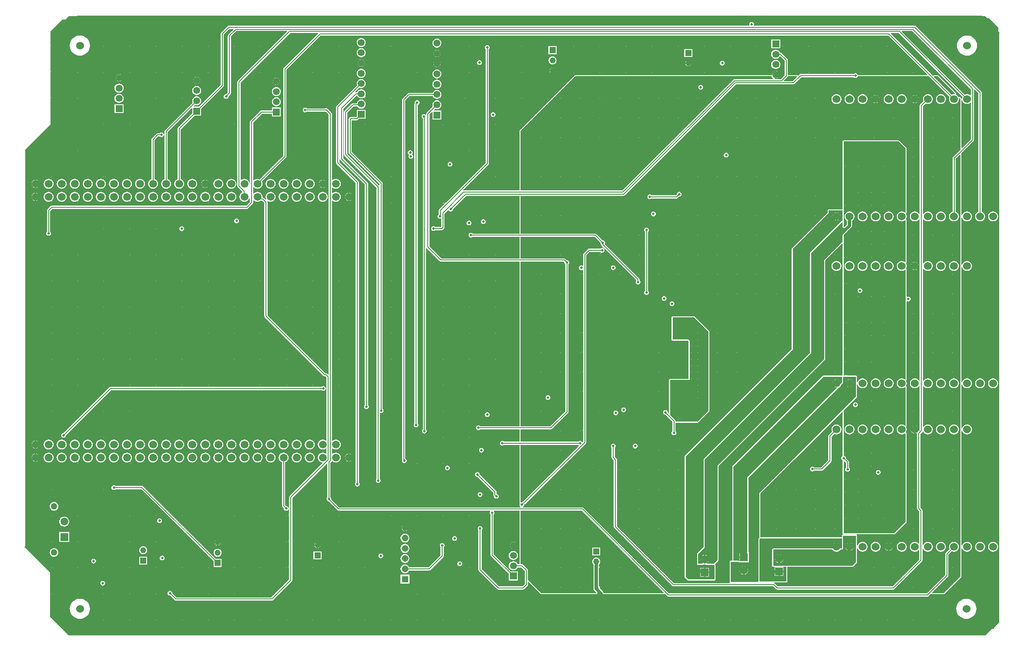
<source format=gbr>
%TF.GenerationSoftware,Altium Limited,Altium Designer,20.2.5 (213)*%
G04 Layer_Physical_Order=4*
G04 Layer_Color=16711680*
%FSLAX26Y26*%
%MOIN*%
%TF.SameCoordinates,9BAFD9CD-774C-4051-972E-F2DD54F50950*%
%TF.FilePolarity,Positive*%
%TF.FileFunction,Copper,L4,Bot,Signal*%
%TF.Part,Single*%
G01*
G75*
%TA.AperFunction,Conductor*%
%ADD22C,0.008000*%
%ADD24C,0.024000*%
%TA.AperFunction,ComponentPad*%
%ADD26C,0.060000*%
%ADD27C,0.045276*%
%ADD28R,0.045276X0.045276*%
%ADD29R,0.053150X0.053150*%
%ADD30C,0.053150*%
%ADD31C,0.059370*%
%ADD32R,0.059370X0.059370*%
%ADD33R,0.064961X0.064961*%
%ADD34C,0.064961*%
%ADD35R,0.059843X0.059843*%
%ADD36C,0.059843*%
%ADD37C,0.050000*%
%ADD38R,0.051496X0.051496*%
%ADD39C,0.051496*%
%TA.AperFunction,ViaPad*%
%ADD40C,0.060000*%
%ADD41C,0.020000*%
G36*
X7745000Y5445000D02*
X7765000D01*
X7780000Y5430000D01*
X7795000D01*
X7865000Y5360000D01*
Y5330000D01*
X7875000Y5320000D01*
X7870000Y5315000D01*
Y795000D01*
X7830000Y755000D01*
Y745000D01*
X7815000D01*
X7765000Y695000D01*
X745000D01*
X600000Y840000D01*
Y1180000D01*
X405000Y1375000D01*
X410000Y1380000D01*
Y4420000D01*
X605000Y4615000D01*
Y4618523D01*
X610000Y4619015D01*
X610580Y4616098D01*
X612790Y4612790D01*
X615000Y4611314D01*
Y4620000D01*
Y4628686D01*
X612790Y4627210D01*
X610580Y4623902D01*
X610000Y4620985D01*
X605000Y4621477D01*
Y4818523D01*
X610000Y4819015D01*
X610580Y4816098D01*
X612790Y4812790D01*
X615000Y4811314D01*
Y4820000D01*
Y4828686D01*
X612790Y4827210D01*
X610580Y4823902D01*
X610000Y4820985D01*
X605000Y4821477D01*
Y5018523D01*
X610000Y5019015D01*
X610580Y5016098D01*
X612790Y5012790D01*
X615000Y5011314D01*
Y5020000D01*
Y5028686D01*
X612790Y5027210D01*
X610580Y5023902D01*
X610000Y5020985D01*
X605000Y5021477D01*
Y5218523D01*
X610000Y5219015D01*
X610580Y5216098D01*
X612790Y5212790D01*
X615000Y5211314D01*
Y5220000D01*
Y5228686D01*
X612790Y5227210D01*
X610580Y5223902D01*
X610000Y5220985D01*
X605000Y5221477D01*
Y5330000D01*
X695000Y5420000D01*
X720000D01*
X745000Y5445000D01*
X805000D01*
X810000Y5450000D01*
X7740000D01*
X7745000Y5445000D01*
D02*
G37*
%LPC*%
G36*
X2225000Y5228686D02*
Y5225000D01*
X2228686D01*
X2227210Y5227210D01*
X2225000Y5228686D01*
D02*
G37*
G36*
X2215000D02*
X2212790Y5227210D01*
X2211314Y5225000D01*
X2215000D01*
Y5228686D01*
D02*
G37*
G36*
X2025000D02*
Y5225000D01*
X2028686D01*
X2027210Y5227210D01*
X2025000Y5228686D01*
D02*
G37*
G36*
X2015000D02*
X2012790Y5227210D01*
X2011314Y5225000D01*
X2015000D01*
Y5228686D01*
D02*
G37*
G36*
X1825000D02*
Y5225000D01*
X1828686D01*
X1827210Y5227210D01*
X1825000Y5228686D01*
D02*
G37*
G36*
X1815000D02*
X1812790Y5227210D01*
X1811314Y5225000D01*
X1815000D01*
Y5228686D01*
D02*
G37*
G36*
X1625000D02*
Y5225000D01*
X1628686D01*
X1627210Y5227210D01*
X1625000Y5228686D01*
D02*
G37*
G36*
X1615000D02*
X1612790Y5227210D01*
X1611314Y5225000D01*
X1615000D01*
Y5228686D01*
D02*
G37*
G36*
X1425000D02*
Y5225000D01*
X1428686D01*
X1427210Y5227210D01*
X1425000Y5228686D01*
D02*
G37*
G36*
X1415000D02*
X1412790Y5227210D01*
X1411314Y5225000D01*
X1415000D01*
Y5228686D01*
D02*
G37*
G36*
X1225000D02*
Y5225000D01*
X1228686D01*
X1227210Y5227210D01*
X1225000Y5228686D01*
D02*
G37*
G36*
X1215000D02*
X1212790Y5227210D01*
X1211314Y5225000D01*
X1215000D01*
Y5228686D01*
D02*
G37*
G36*
X1025000D02*
Y5225000D01*
X1028686D01*
X1027210Y5227210D01*
X1025000Y5228686D01*
D02*
G37*
G36*
X1015000D02*
X1012790Y5227210D01*
X1011314Y5225000D01*
X1015000D01*
Y5228686D01*
D02*
G37*
G36*
X625000D02*
Y5225000D01*
X628686D01*
X627210Y5227210D01*
X625000Y5228686D01*
D02*
G37*
G36*
X2228686Y5215000D02*
X2225000D01*
Y5211314D01*
X2227210Y5212790D01*
X2228686Y5215000D01*
D02*
G37*
G36*
X2215000D02*
X2211314D01*
X2212790Y5212790D01*
X2215000Y5211314D01*
Y5215000D01*
D02*
G37*
G36*
X2028686D02*
X2025000D01*
Y5211314D01*
X2027210Y5212790D01*
X2028686Y5215000D01*
D02*
G37*
G36*
X2015000D02*
X2011314D01*
X2012790Y5212790D01*
X2015000Y5211314D01*
Y5215000D01*
D02*
G37*
G36*
X1828686D02*
X1825000D01*
Y5211314D01*
X1827210Y5212790D01*
X1828686Y5215000D01*
D02*
G37*
G36*
X1815000D02*
X1811314D01*
X1812790Y5212790D01*
X1815000Y5211314D01*
Y5215000D01*
D02*
G37*
G36*
X1628686D02*
X1625000D01*
Y5211314D01*
X1627210Y5212790D01*
X1628686Y5215000D01*
D02*
G37*
G36*
X1615000D02*
X1611314D01*
X1612790Y5212790D01*
X1615000Y5211314D01*
Y5215000D01*
D02*
G37*
G36*
X1428686D02*
X1425000D01*
Y5211314D01*
X1427210Y5212790D01*
X1428686Y5215000D01*
D02*
G37*
G36*
X1415000D02*
X1411314D01*
X1412790Y5212790D01*
X1415000Y5211314D01*
Y5215000D01*
D02*
G37*
G36*
X1228686D02*
X1225000D01*
Y5211314D01*
X1227210Y5212790D01*
X1228686Y5215000D01*
D02*
G37*
G36*
X1215000D02*
X1211314D01*
X1212790Y5212790D01*
X1215000Y5211314D01*
Y5215000D01*
D02*
G37*
G36*
X1028686D02*
X1025000D01*
Y5211314D01*
X1027210Y5212790D01*
X1028686Y5215000D01*
D02*
G37*
G36*
X1015000D02*
X1011314D01*
X1012790Y5212790D01*
X1015000Y5211314D01*
Y5215000D01*
D02*
G37*
G36*
X628686D02*
X625000D01*
Y5211314D01*
X627210Y5212790D01*
X628686Y5215000D01*
D02*
G37*
G36*
X7625000Y5297270D02*
X7609925Y5295785D01*
X7595430Y5291388D01*
X7582071Y5284247D01*
X7570362Y5274638D01*
X7560753Y5262929D01*
X7553612Y5249570D01*
X7549215Y5235075D01*
X7547730Y5220000D01*
X7549215Y5204925D01*
X7553612Y5190430D01*
X7560753Y5177071D01*
X7570362Y5165362D01*
X7582071Y5155753D01*
X7595430Y5148612D01*
X7609925Y5144215D01*
X7625000Y5142730D01*
X7640075Y5144215D01*
X7654570Y5148612D01*
X7667929Y5155753D01*
X7679638Y5165362D01*
X7689247Y5177071D01*
X7696388Y5190430D01*
X7700785Y5204925D01*
X7702270Y5220000D01*
X7700785Y5235075D01*
X7696388Y5249570D01*
X7689247Y5262929D01*
X7679638Y5274638D01*
X7667929Y5284247D01*
X7654570Y5291388D01*
X7640075Y5295785D01*
X7625000Y5297270D01*
D02*
G37*
G36*
X830000D02*
X814925Y5295785D01*
X800430Y5291388D01*
X787071Y5284247D01*
X775362Y5274638D01*
X765753Y5262929D01*
X758612Y5249570D01*
X754215Y5235075D01*
X752730Y5220000D01*
X754215Y5204925D01*
X758612Y5190430D01*
X765753Y5177071D01*
X775362Y5165362D01*
X787071Y5155753D01*
X800430Y5148612D01*
X814925Y5144215D01*
X830000Y5142730D01*
X845075Y5144215D01*
X859570Y5148612D01*
X872929Y5155753D01*
X884638Y5165362D01*
X894247Y5177071D01*
X901388Y5190430D01*
X905785Y5204925D01*
X907270Y5220000D01*
X905785Y5235075D01*
X901388Y5249570D01*
X894247Y5262929D01*
X884638Y5274638D01*
X872929Y5284247D01*
X859570Y5291388D01*
X845075Y5295785D01*
X830000Y5297270D01*
D02*
G37*
G36*
X1825000Y5028686D02*
Y5025000D01*
X1828686D01*
X1827210Y5027210D01*
X1825000Y5028686D01*
D02*
G37*
G36*
X1815000D02*
X1812790Y5027210D01*
X1811314Y5025000D01*
X1815000D01*
Y5028686D01*
D02*
G37*
G36*
X1625000D02*
Y5025000D01*
X1628686D01*
X1627210Y5027210D01*
X1625000Y5028686D01*
D02*
G37*
G36*
X1615000D02*
X1612790Y5027210D01*
X1611314Y5025000D01*
X1615000D01*
Y5028686D01*
D02*
G37*
G36*
X1425000D02*
Y5025000D01*
X1428686D01*
X1427210Y5027210D01*
X1425000Y5028686D01*
D02*
G37*
G36*
X1415000D02*
X1412790Y5027210D01*
X1411314Y5025000D01*
X1415000D01*
Y5028686D01*
D02*
G37*
G36*
X1225000D02*
Y5025000D01*
X1228686D01*
X1227210Y5027210D01*
X1225000Y5028686D01*
D02*
G37*
G36*
X1215000D02*
X1212790Y5027210D01*
X1211314Y5025000D01*
X1215000D01*
Y5028686D01*
D02*
G37*
G36*
X1025000D02*
Y5025000D01*
X1028686D01*
X1027210Y5027210D01*
X1025000Y5028686D01*
D02*
G37*
G36*
X1015000D02*
X1012790Y5027210D01*
X1011314Y5025000D01*
X1015000D01*
Y5028686D01*
D02*
G37*
G36*
X825000D02*
Y5025000D01*
X828686D01*
X827210Y5027210D01*
X825000Y5028686D01*
D02*
G37*
G36*
X815000D02*
X812790Y5027210D01*
X811314Y5025000D01*
X815000D01*
Y5028686D01*
D02*
G37*
G36*
X625000D02*
Y5025000D01*
X628686D01*
X627210Y5027210D01*
X625000Y5028686D01*
D02*
G37*
G36*
X1828686Y5015000D02*
X1825000D01*
Y5011314D01*
X1827210Y5012790D01*
X1828686Y5015000D01*
D02*
G37*
G36*
X1815000D02*
X1811314D01*
X1812790Y5012790D01*
X1815000Y5011314D01*
Y5015000D01*
D02*
G37*
G36*
X1628686D02*
X1625000D01*
Y5011314D01*
X1627210Y5012790D01*
X1628686Y5015000D01*
D02*
G37*
G36*
X1615000D02*
X1611314D01*
X1612790Y5012790D01*
X1615000Y5011314D01*
Y5015000D01*
D02*
G37*
G36*
X1428686D02*
X1425000D01*
Y5011314D01*
X1427210Y5012790D01*
X1428686Y5015000D01*
D02*
G37*
G36*
X1415000D02*
X1411314D01*
X1412790Y5012790D01*
X1415000Y5011314D01*
Y5015000D01*
D02*
G37*
G36*
X1228686D02*
X1225000D01*
Y5011314D01*
X1227210Y5012790D01*
X1228686Y5015000D01*
D02*
G37*
G36*
X1215000D02*
X1211314D01*
X1212790Y5012790D01*
X1215000Y5011314D01*
Y5015000D01*
D02*
G37*
G36*
X1028686D02*
X1025000D01*
Y5011314D01*
X1027210Y5012790D01*
X1028686Y5015000D01*
D02*
G37*
G36*
X1015000D02*
X1011314D01*
X1012790Y5012790D01*
X1015000Y5011314D01*
Y5015000D01*
D02*
G37*
G36*
X828686D02*
X825000D01*
Y5011314D01*
X827210Y5012790D01*
X828686Y5015000D01*
D02*
G37*
G36*
X815000D02*
X811314D01*
X812790Y5012790D01*
X815000Y5011314D01*
Y5015000D01*
D02*
G37*
G36*
X628686D02*
X625000D01*
Y5011314D01*
X627210Y5012790D01*
X628686Y5015000D01*
D02*
G37*
G36*
X1135000Y4998626D02*
Y4977480D01*
X1156146D01*
X1155891Y4979417D01*
X1153213Y4985882D01*
X1148953Y4991433D01*
X1143402Y4995693D01*
X1136937Y4998371D01*
X1135000Y4998626D01*
D02*
G37*
G36*
X1125000D02*
X1123063Y4998371D01*
X1116598Y4995693D01*
X1111047Y4991433D01*
X1106787Y4985882D01*
X1104109Y4979417D01*
X1103854Y4977480D01*
X1125000D01*
Y4998626D01*
D02*
G37*
G36*
X1730000Y4979886D02*
Y4958740D01*
X1751146D01*
X1750891Y4960677D01*
X1748213Y4967142D01*
X1743953Y4972693D01*
X1738402Y4976953D01*
X1731937Y4979631D01*
X1730000Y4979886D01*
D02*
G37*
G36*
X1720000D02*
X1718063Y4979631D01*
X1711598Y4976953D01*
X1706047Y4972693D01*
X1701787Y4967142D01*
X1699109Y4960677D01*
X1698854Y4958740D01*
X1720000D01*
Y4979886D01*
D02*
G37*
G36*
X1156146Y4967480D02*
X1135000D01*
Y4946334D01*
X1136937Y4946589D01*
X1143402Y4949267D01*
X1148953Y4953527D01*
X1153213Y4959078D01*
X1155891Y4965543D01*
X1156146Y4967480D01*
D02*
G37*
G36*
X1125000D02*
X1103854D01*
X1104109Y4965543D01*
X1106787Y4959078D01*
X1111047Y4953527D01*
X1116598Y4949267D01*
X1123063Y4946589D01*
X1125000Y4946334D01*
Y4967480D01*
D02*
G37*
G36*
X1751146Y4948740D02*
X1730000D01*
Y4927594D01*
X1731937Y4927849D01*
X1738402Y4930527D01*
X1743953Y4934787D01*
X1748213Y4940338D01*
X1750891Y4946803D01*
X1751146Y4948740D01*
D02*
G37*
G36*
X1720000D02*
X1698854D01*
X1699109Y4946803D01*
X1701787Y4940338D01*
X1706047Y4934787D01*
X1711598Y4930527D01*
X1718063Y4927849D01*
X1720000Y4927594D01*
Y4948740D01*
D02*
G37*
G36*
X1130000Y4928613D02*
X1120974Y4927425D01*
X1112563Y4923941D01*
X1105341Y4918399D01*
X1099799Y4911177D01*
X1096315Y4902766D01*
X1095127Y4893740D01*
X1096315Y4884714D01*
X1099799Y4876303D01*
X1105341Y4869081D01*
X1112563Y4863539D01*
X1120974Y4860055D01*
X1130000Y4858867D01*
X1139026Y4860055D01*
X1147437Y4863539D01*
X1154659Y4869081D01*
X1160201Y4876303D01*
X1163685Y4884714D01*
X1164873Y4893740D01*
X1163685Y4902766D01*
X1160201Y4911177D01*
X1154659Y4918399D01*
X1147437Y4923941D01*
X1139026Y4927425D01*
X1130000Y4928613D01*
D02*
G37*
G36*
X1725000Y4909873D02*
X1715974Y4908685D01*
X1707563Y4905201D01*
X1700341Y4899659D01*
X1694799Y4892437D01*
X1691315Y4884026D01*
X1690127Y4875000D01*
X1691315Y4865974D01*
X1694799Y4857563D01*
X1700341Y4850341D01*
X1707563Y4844799D01*
X1715974Y4841315D01*
X1725000Y4840127D01*
X1734026Y4841315D01*
X1742437Y4844799D01*
X1749659Y4850341D01*
X1755201Y4857563D01*
X1758685Y4865974D01*
X1759873Y4875000D01*
X1758685Y4884026D01*
X1755201Y4892437D01*
X1749659Y4899659D01*
X1742437Y4905201D01*
X1734026Y4908685D01*
X1725000Y4909873D01*
D02*
G37*
G36*
X1625000Y4828686D02*
Y4825000D01*
X1628686D01*
X1627210Y4827210D01*
X1625000Y4828686D01*
D02*
G37*
G36*
X1615000D02*
X1612790Y4827210D01*
X1611314Y4825000D01*
X1615000D01*
Y4828686D01*
D02*
G37*
G36*
X1425000D02*
Y4825000D01*
X1428686D01*
X1427210Y4827210D01*
X1425000Y4828686D01*
D02*
G37*
G36*
X1415000D02*
X1412790Y4827210D01*
X1411314Y4825000D01*
X1415000D01*
Y4828686D01*
D02*
G37*
G36*
X825000D02*
Y4825000D01*
X828686D01*
X827210Y4827210D01*
X825000Y4828686D01*
D02*
G37*
G36*
X815000D02*
X812790Y4827210D01*
X811314Y4825000D01*
X815000D01*
Y4828686D01*
D02*
G37*
G36*
X625000D02*
Y4825000D01*
X628686D01*
X627210Y4827210D01*
X625000Y4828686D01*
D02*
G37*
G36*
X1628686Y4815000D02*
X1625000D01*
Y4811314D01*
X1627210Y4812790D01*
X1628686Y4815000D01*
D02*
G37*
G36*
X1615000D02*
X1611314D01*
X1612790Y4812790D01*
X1615000Y4811314D01*
Y4815000D01*
D02*
G37*
G36*
X1428686D02*
X1425000D01*
Y4811314D01*
X1427210Y4812790D01*
X1428686Y4815000D01*
D02*
G37*
G36*
X1415000D02*
X1411314D01*
X1412790Y4812790D01*
X1415000Y4811314D01*
Y4815000D01*
D02*
G37*
G36*
X828686D02*
X825000D01*
Y4811314D01*
X827210Y4812790D01*
X828686Y4815000D01*
D02*
G37*
G36*
X815000D02*
X811314D01*
X812790Y4812790D01*
X815000Y4811314D01*
Y4815000D01*
D02*
G37*
G36*
X628686D02*
X625000D01*
Y4811314D01*
X627210Y4812790D01*
X628686Y4815000D01*
D02*
G37*
G36*
X1130000Y4849873D02*
X1120974Y4848685D01*
X1112563Y4845201D01*
X1105341Y4839659D01*
X1099799Y4832437D01*
X1096315Y4824026D01*
X1095127Y4815000D01*
X1096315Y4805974D01*
X1099799Y4797563D01*
X1105341Y4790341D01*
X1112563Y4784799D01*
X1120974Y4781315D01*
X1130000Y4780127D01*
X1139026Y4781315D01*
X1147437Y4784799D01*
X1154659Y4790341D01*
X1160201Y4797563D01*
X1163685Y4805974D01*
X1164873Y4815000D01*
X1163685Y4824026D01*
X1160201Y4832437D01*
X1154659Y4839659D01*
X1147437Y4845201D01*
X1139026Y4848685D01*
X1130000Y4849873D01*
D02*
G37*
G36*
X1164575Y4770835D02*
X1095425D01*
Y4701685D01*
X1164575D01*
Y4770835D01*
D02*
G37*
G36*
X2025000Y4628686D02*
Y4625000D01*
X2028686D01*
X2027210Y4627210D01*
X2025000Y4628686D01*
D02*
G37*
G36*
X2015000D02*
X2012790Y4627210D01*
X2011314Y4625000D01*
X2015000D01*
Y4628686D01*
D02*
G37*
G36*
X1225000D02*
Y4625000D01*
X1228686D01*
X1227210Y4627210D01*
X1225000Y4628686D01*
D02*
G37*
G36*
X1215000D02*
X1212790Y4627210D01*
X1211314Y4625000D01*
X1215000D01*
Y4628686D01*
D02*
G37*
G36*
X1025000D02*
Y4625000D01*
X1028686D01*
X1027210Y4627210D01*
X1025000Y4628686D01*
D02*
G37*
G36*
X1015000D02*
X1012790Y4627210D01*
X1011314Y4625000D01*
X1015000D01*
Y4628686D01*
D02*
G37*
G36*
X625000D02*
Y4625000D01*
X628686D01*
X627210Y4627210D01*
X625000Y4628686D01*
D02*
G37*
G36*
X2028686Y4615000D02*
X2025000D01*
Y4611314D01*
X2027210Y4612790D01*
X2028686Y4615000D01*
D02*
G37*
G36*
X2015000D02*
X2011314D01*
X2012790Y4612790D01*
X2015000Y4611314D01*
Y4615000D01*
D02*
G37*
G36*
X1228686D02*
X1225000D01*
Y4611314D01*
X1227210Y4612790D01*
X1228686Y4615000D01*
D02*
G37*
G36*
X1215000D02*
X1211314D01*
X1212790Y4612790D01*
X1215000Y4611314D01*
Y4615000D01*
D02*
G37*
G36*
X1028686D02*
X1025000D01*
Y4611314D01*
X1027210Y4612790D01*
X1028686Y4615000D01*
D02*
G37*
G36*
X1015000D02*
X1011314D01*
X1012790Y4612790D01*
X1015000Y4611314D01*
Y4615000D01*
D02*
G37*
G36*
X628686D02*
X625000D01*
Y4611314D01*
X627210Y4612790D01*
X628686Y4615000D01*
D02*
G37*
G36*
X825000Y4428686D02*
Y4425000D01*
X828686D01*
X827210Y4427210D01*
X825000Y4428686D01*
D02*
G37*
G36*
X815000D02*
X812790Y4427210D01*
X811314Y4425000D01*
X815000D01*
Y4428686D01*
D02*
G37*
G36*
X828686Y4415000D02*
X825000D01*
Y4411314D01*
X827210Y4412790D01*
X828686Y4415000D01*
D02*
G37*
G36*
X815000D02*
X811314D01*
X812790Y4412790D01*
X815000Y4411314D01*
Y4415000D01*
D02*
G37*
G36*
X1625000Y4228686D02*
Y4225000D01*
X1628686D01*
X1627210Y4227210D01*
X1625000Y4228686D01*
D02*
G37*
G36*
X1615000D02*
X1612790Y4227210D01*
X1611314Y4225000D01*
X1615000D01*
Y4228686D01*
D02*
G37*
G36*
X1225000D02*
Y4225000D01*
X1228686D01*
X1227210Y4227210D01*
X1225000Y4228686D01*
D02*
G37*
G36*
X1215000D02*
X1212790Y4227210D01*
X1211314Y4225000D01*
X1215000D01*
Y4228686D01*
D02*
G37*
G36*
X1023000D02*
Y4225000D01*
X1026686D01*
X1025210Y4227210D01*
X1023000Y4228686D01*
D02*
G37*
G36*
X1013000D02*
X1010790Y4227210D01*
X1009314Y4225000D01*
X1013000D01*
Y4228686D01*
D02*
G37*
G36*
X625000D02*
Y4225000D01*
X628686D01*
X627210Y4227210D01*
X625000Y4228686D01*
D02*
G37*
G36*
X615000D02*
X612790Y4227210D01*
X611314Y4225000D01*
X615000D01*
Y4228686D01*
D02*
G37*
G36*
X1628686Y4215000D02*
X1625000D01*
Y4211314D01*
X1627210Y4212790D01*
X1628686Y4215000D01*
D02*
G37*
G36*
X1615000D02*
X1611314D01*
X1612790Y4212790D01*
X1615000Y4211314D01*
Y4215000D01*
D02*
G37*
G36*
X1228686D02*
X1225000D01*
Y4211314D01*
X1227210Y4212790D01*
X1228686Y4215000D01*
D02*
G37*
G36*
X1215000D02*
X1211314D01*
X1212790Y4212790D01*
X1215000Y4211314D01*
Y4215000D01*
D02*
G37*
G36*
X1026686D02*
X1023000D01*
Y4211314D01*
X1025210Y4212790D01*
X1026686Y4215000D01*
D02*
G37*
G36*
X1013000D02*
X1009314D01*
X1010790Y4212790D01*
X1013000Y4211314D01*
Y4215000D01*
D02*
G37*
G36*
X628686D02*
X625000D01*
Y4211314D01*
X627210Y4212790D01*
X628686Y4215000D01*
D02*
G37*
G36*
X615000D02*
X611314D01*
X612790Y4212790D01*
X615000Y4211314D01*
Y4215000D01*
D02*
G37*
G36*
X1795000Y4189283D02*
Y4165000D01*
X1819283D01*
X1818921Y4167749D01*
X1815930Y4174971D01*
X1811172Y4181172D01*
X1804971Y4185930D01*
X1797749Y4188921D01*
X1795000Y4189283D01*
D02*
G37*
G36*
X495000D02*
Y4165000D01*
X519283D01*
X518921Y4167749D01*
X515930Y4174971D01*
X511172Y4181172D01*
X504971Y4185930D01*
X497749Y4188921D01*
X495000Y4189283D01*
D02*
G37*
G36*
X1785000D02*
X1782251Y4188921D01*
X1775029Y4185930D01*
X1768828Y4181172D01*
X1764070Y4174971D01*
X1761079Y4167749D01*
X1760717Y4165000D01*
X1785000D01*
Y4189283D01*
D02*
G37*
G36*
X485000D02*
X482251Y4188921D01*
X475029Y4185930D01*
X468828Y4181172D01*
X464070Y4174971D01*
X461079Y4167749D01*
X460717Y4165000D01*
X485000D01*
Y4189283D01*
D02*
G37*
G36*
X1819283Y4155000D02*
X1795000D01*
Y4130717D01*
X1797749Y4131079D01*
X1804971Y4134070D01*
X1811172Y4138828D01*
X1815930Y4145029D01*
X1818921Y4152251D01*
X1819283Y4155000D01*
D02*
G37*
G36*
X519283D02*
X495000D01*
Y4130717D01*
X497749Y4131079D01*
X504971Y4134070D01*
X511172Y4138828D01*
X515930Y4145029D01*
X518921Y4152251D01*
X519283Y4155000D01*
D02*
G37*
G36*
X1785000D02*
X1760717D01*
X1761079Y4152251D01*
X1764070Y4145029D01*
X1768828Y4138828D01*
X1775029Y4134070D01*
X1782251Y4131079D01*
X1785000Y4130717D01*
Y4155000D01*
D02*
G37*
G36*
X485000D02*
X460717D01*
X461079Y4152251D01*
X464070Y4145029D01*
X468828Y4138828D01*
X475029Y4134070D01*
X482251Y4131079D01*
X485000Y4130717D01*
Y4155000D01*
D02*
G37*
G36*
X1990000Y4198010D02*
X1980162Y4196715D01*
X1970995Y4192918D01*
X1963123Y4186877D01*
X1957082Y4179005D01*
X1953285Y4169838D01*
X1951990Y4160000D01*
X1953285Y4150162D01*
X1957082Y4140995D01*
X1963123Y4133123D01*
X1970995Y4127082D01*
X1980162Y4123285D01*
X1990000Y4121990D01*
X1999838Y4123285D01*
X2009005Y4127082D01*
X2016877Y4133123D01*
X2022918Y4140995D01*
X2026715Y4150162D01*
X2028010Y4160000D01*
X2026715Y4169838D01*
X2022918Y4179005D01*
X2016877Y4186877D01*
X2009005Y4192918D01*
X1999838Y4196715D01*
X1990000Y4198010D01*
D02*
G37*
G36*
X1890000D02*
X1880162Y4196715D01*
X1870995Y4192918D01*
X1863123Y4186877D01*
X1857082Y4179005D01*
X1853285Y4169838D01*
X1851990Y4160000D01*
X1853285Y4150162D01*
X1857082Y4140995D01*
X1863123Y4133123D01*
X1870995Y4127082D01*
X1880162Y4123285D01*
X1890000Y4121990D01*
X1899838Y4123285D01*
X1909005Y4127082D01*
X1916877Y4133123D01*
X1922918Y4140995D01*
X1926715Y4150162D01*
X1928010Y4160000D01*
X1926715Y4169838D01*
X1922918Y4179005D01*
X1916877Y4186877D01*
X1909005Y4192918D01*
X1899838Y4196715D01*
X1890000Y4198010D01*
D02*
G37*
G36*
X1690000D02*
X1680162Y4196715D01*
X1670995Y4192918D01*
X1663123Y4186877D01*
X1657082Y4179005D01*
X1653285Y4169838D01*
X1651990Y4160000D01*
X1653285Y4150162D01*
X1657082Y4140995D01*
X1663123Y4133123D01*
X1670995Y4127082D01*
X1680162Y4123285D01*
X1690000Y4121990D01*
X1699838Y4123285D01*
X1709005Y4127082D01*
X1716877Y4133123D01*
X1722918Y4140995D01*
X1726715Y4150162D01*
X1728010Y4160000D01*
X1726715Y4169838D01*
X1722918Y4179005D01*
X1716877Y4186877D01*
X1709005Y4192918D01*
X1699838Y4196715D01*
X1690000Y4198010D01*
D02*
G37*
G36*
X1290000D02*
X1280162Y4196715D01*
X1270995Y4192918D01*
X1263123Y4186877D01*
X1257082Y4179005D01*
X1253285Y4169838D01*
X1251990Y4160000D01*
X1253285Y4150162D01*
X1257082Y4140995D01*
X1263123Y4133123D01*
X1270995Y4127082D01*
X1280162Y4123285D01*
X1290000Y4121990D01*
X1299838Y4123285D01*
X1309005Y4127082D01*
X1316877Y4133123D01*
X1322918Y4140995D01*
X1326715Y4150162D01*
X1328010Y4160000D01*
X1326715Y4169838D01*
X1322918Y4179005D01*
X1316877Y4186877D01*
X1309005Y4192918D01*
X1299838Y4196715D01*
X1290000Y4198010D01*
D02*
G37*
G36*
X1190000D02*
X1180162Y4196715D01*
X1170995Y4192918D01*
X1163123Y4186877D01*
X1157082Y4179005D01*
X1153285Y4169838D01*
X1151990Y4160000D01*
X1153285Y4150162D01*
X1157082Y4140995D01*
X1163123Y4133123D01*
X1170995Y4127082D01*
X1180162Y4123285D01*
X1190000Y4121990D01*
X1199838Y4123285D01*
X1209005Y4127082D01*
X1216877Y4133123D01*
X1222918Y4140995D01*
X1226715Y4150162D01*
X1228010Y4160000D01*
X1226715Y4169838D01*
X1222918Y4179005D01*
X1216877Y4186877D01*
X1209005Y4192918D01*
X1199838Y4196715D01*
X1190000Y4198010D01*
D02*
G37*
G36*
X1090000D02*
X1080162Y4196715D01*
X1070995Y4192918D01*
X1063123Y4186877D01*
X1057082Y4179005D01*
X1053285Y4169838D01*
X1051990Y4160000D01*
X1053285Y4150162D01*
X1057082Y4140995D01*
X1063123Y4133123D01*
X1070995Y4127082D01*
X1080162Y4123285D01*
X1090000Y4121990D01*
X1099838Y4123285D01*
X1109005Y4127082D01*
X1116877Y4133123D01*
X1122918Y4140995D01*
X1126715Y4150162D01*
X1128010Y4160000D01*
X1126715Y4169838D01*
X1122918Y4179005D01*
X1116877Y4186877D01*
X1109005Y4192918D01*
X1099838Y4196715D01*
X1090000Y4198010D01*
D02*
G37*
G36*
X990000D02*
X980162Y4196715D01*
X970995Y4192918D01*
X963123Y4186877D01*
X957082Y4179005D01*
X953285Y4169838D01*
X951990Y4160000D01*
X953285Y4150162D01*
X957082Y4140995D01*
X963123Y4133123D01*
X970995Y4127082D01*
X980162Y4123285D01*
X990000Y4121990D01*
X999838Y4123285D01*
X1009005Y4127082D01*
X1016877Y4133123D01*
X1022918Y4140995D01*
X1026715Y4150162D01*
X1028010Y4160000D01*
X1026715Y4169838D01*
X1022918Y4179005D01*
X1016877Y4186877D01*
X1009005Y4192918D01*
X999838Y4196715D01*
X990000Y4198010D01*
D02*
G37*
G36*
X890000D02*
X880162Y4196715D01*
X870995Y4192918D01*
X863123Y4186877D01*
X857082Y4179005D01*
X853285Y4169838D01*
X851990Y4160000D01*
X853285Y4150162D01*
X857082Y4140995D01*
X863123Y4133123D01*
X870995Y4127082D01*
X880162Y4123285D01*
X890000Y4121990D01*
X899838Y4123285D01*
X909005Y4127082D01*
X916877Y4133123D01*
X922918Y4140995D01*
X926715Y4150162D01*
X928010Y4160000D01*
X926715Y4169838D01*
X922918Y4179005D01*
X916877Y4186877D01*
X909005Y4192918D01*
X899838Y4196715D01*
X890000Y4198010D01*
D02*
G37*
G36*
X790000D02*
X780162Y4196715D01*
X770995Y4192918D01*
X763123Y4186877D01*
X757082Y4179005D01*
X753285Y4169838D01*
X751990Y4160000D01*
X753285Y4150162D01*
X757082Y4140995D01*
X763123Y4133123D01*
X770995Y4127082D01*
X780162Y4123285D01*
X790000Y4121990D01*
X799838Y4123285D01*
X809005Y4127082D01*
X816877Y4133123D01*
X822918Y4140995D01*
X826715Y4150162D01*
X828010Y4160000D01*
X826715Y4169838D01*
X822918Y4179005D01*
X816877Y4186877D01*
X809005Y4192918D01*
X799838Y4196715D01*
X790000Y4198010D01*
D02*
G37*
G36*
X690000D02*
X680162Y4196715D01*
X670995Y4192918D01*
X663123Y4186877D01*
X657082Y4179005D01*
X653285Y4169838D01*
X651990Y4160000D01*
X653285Y4150162D01*
X657082Y4140995D01*
X663123Y4133123D01*
X670995Y4127082D01*
X680162Y4123285D01*
X690000Y4121990D01*
X699838Y4123285D01*
X709005Y4127082D01*
X716877Y4133123D01*
X722918Y4140995D01*
X726715Y4150162D01*
X728010Y4160000D01*
X726715Y4169838D01*
X722918Y4179005D01*
X716877Y4186877D01*
X709005Y4192918D01*
X699838Y4196715D01*
X690000Y4198010D01*
D02*
G37*
G36*
X590000D02*
X580162Y4196715D01*
X570995Y4192918D01*
X563123Y4186877D01*
X557082Y4179005D01*
X553285Y4169838D01*
X551990Y4160000D01*
X553285Y4150162D01*
X557082Y4140995D01*
X563123Y4133123D01*
X570995Y4127082D01*
X580162Y4123285D01*
X590000Y4121990D01*
X599838Y4123285D01*
X609005Y4127082D01*
X616877Y4133123D01*
X622918Y4140995D01*
X626715Y4150162D01*
X628010Y4160000D01*
X626715Y4169838D01*
X622918Y4179005D01*
X616877Y4186877D01*
X609005Y4192918D01*
X599838Y4196715D01*
X590000Y4198010D01*
D02*
G37*
G36*
X495000Y4089283D02*
Y4065000D01*
X519283D01*
X518921Y4067749D01*
X515930Y4074971D01*
X511172Y4081172D01*
X504971Y4085930D01*
X497749Y4088921D01*
X495000Y4089283D01*
D02*
G37*
G36*
X485000D02*
X482251Y4088921D01*
X475029Y4085930D01*
X468828Y4081172D01*
X464070Y4074971D01*
X461079Y4067749D01*
X460717Y4065000D01*
X485000D01*
Y4089283D01*
D02*
G37*
G36*
X519283Y4055000D02*
X495000D01*
Y4030717D01*
X497749Y4031079D01*
X504971Y4034070D01*
X511172Y4038828D01*
X515930Y4045029D01*
X518921Y4052251D01*
X519283Y4055000D01*
D02*
G37*
G36*
X485000D02*
X460717D01*
X461079Y4052251D01*
X464070Y4045029D01*
X468828Y4038828D01*
X475029Y4034070D01*
X482251Y4031079D01*
X485000Y4030717D01*
Y4055000D01*
D02*
G37*
G36*
X1790000Y4098010D02*
X1780162Y4096715D01*
X1770995Y4092918D01*
X1763123Y4086877D01*
X1757082Y4079005D01*
X1753285Y4069838D01*
X1751990Y4060000D01*
X1753285Y4050162D01*
X1757082Y4040995D01*
X1763123Y4033123D01*
X1770995Y4027082D01*
X1780162Y4023285D01*
X1790000Y4021990D01*
X1799838Y4023285D01*
X1806278Y4025953D01*
X1806709Y4025747D01*
X1807448Y4025000D01*
X1828686D01*
X1827210Y4027210D01*
X1823902Y4029420D01*
X1820779Y4030041D01*
X1819118Y4032637D01*
X1818281Y4034952D01*
X1822918Y4040995D01*
X1826715Y4050162D01*
X1828010Y4060000D01*
X1826715Y4069838D01*
X1822918Y4079005D01*
X1816877Y4086877D01*
X1809005Y4092918D01*
X1799838Y4096715D01*
X1790000Y4098010D01*
D02*
G37*
G36*
X1590000D02*
X1580162Y4096715D01*
X1570995Y4092918D01*
X1563123Y4086877D01*
X1557082Y4079005D01*
X1553285Y4069838D01*
X1551990Y4060000D01*
X1553285Y4050162D01*
X1557082Y4040995D01*
X1563123Y4033123D01*
X1570995Y4027082D01*
X1580162Y4023285D01*
X1590000Y4021990D01*
X1599838Y4023285D01*
X1606278Y4025953D01*
X1606709Y4025747D01*
X1607448Y4025000D01*
X1628686D01*
X1627210Y4027210D01*
X1623902Y4029420D01*
X1620779Y4030041D01*
X1619118Y4032637D01*
X1618281Y4034952D01*
X1622918Y4040995D01*
X1626715Y4050162D01*
X1628010Y4060000D01*
X1626715Y4069838D01*
X1622918Y4079005D01*
X1616877Y4086877D01*
X1609005Y4092918D01*
X1599838Y4096715D01*
X1590000Y4098010D01*
D02*
G37*
G36*
X1190000D02*
X1180162Y4096715D01*
X1170995Y4092918D01*
X1163123Y4086877D01*
X1157082Y4079005D01*
X1153285Y4069838D01*
X1151990Y4060000D01*
X1153285Y4050162D01*
X1157082Y4040995D01*
X1163123Y4033123D01*
X1170995Y4027082D01*
X1180162Y4023285D01*
X1190000Y4021990D01*
X1199838Y4023285D01*
X1206278Y4025953D01*
X1206709Y4025747D01*
X1207448Y4025000D01*
X1228686D01*
X1227210Y4027210D01*
X1223902Y4029420D01*
X1220779Y4030041D01*
X1219118Y4032637D01*
X1218281Y4034952D01*
X1222918Y4040995D01*
X1226715Y4050162D01*
X1228010Y4060000D01*
X1226715Y4069838D01*
X1222918Y4079005D01*
X1216877Y4086877D01*
X1209005Y4092918D01*
X1199838Y4096715D01*
X1190000Y4098010D01*
D02*
G37*
G36*
X990000D02*
X980162Y4096715D01*
X970995Y4092918D01*
X963123Y4086877D01*
X957082Y4079005D01*
X953285Y4069838D01*
X951990Y4060000D01*
X953285Y4050162D01*
X957082Y4040995D01*
X963123Y4033123D01*
X970995Y4027082D01*
X980162Y4023285D01*
X990000Y4021990D01*
X999838Y4023285D01*
X1006278Y4025953D01*
X1006709Y4025747D01*
X1007448Y4025000D01*
X1028686D01*
X1027210Y4027210D01*
X1023902Y4029420D01*
X1020779Y4030041D01*
X1019118Y4032637D01*
X1018281Y4034952D01*
X1022918Y4040995D01*
X1026715Y4050162D01*
X1028010Y4060000D01*
X1026715Y4069838D01*
X1022918Y4079005D01*
X1016877Y4086877D01*
X1009005Y4092918D01*
X999838Y4096715D01*
X990000Y4098010D01*
D02*
G37*
G36*
X790000D02*
X780162Y4096715D01*
X770995Y4092918D01*
X763123Y4086877D01*
X757082Y4079005D01*
X753285Y4069838D01*
X751990Y4060000D01*
X753285Y4050162D01*
X757082Y4040995D01*
X763123Y4033123D01*
X770995Y4027082D01*
X780162Y4023285D01*
X790000Y4021990D01*
X799838Y4023285D01*
X806278Y4025953D01*
X806709Y4025747D01*
X807448Y4025000D01*
X828686D01*
X827210Y4027210D01*
X823902Y4029420D01*
X820779Y4030041D01*
X819118Y4032637D01*
X818281Y4034952D01*
X822918Y4040995D01*
X826715Y4050162D01*
X828010Y4060000D01*
X826715Y4069838D01*
X822918Y4079005D01*
X816877Y4086877D01*
X809005Y4092918D01*
X799838Y4096715D01*
X790000Y4098010D01*
D02*
G37*
G36*
X590000D02*
X580162Y4096715D01*
X570995Y4092918D01*
X563123Y4086877D01*
X557082Y4079005D01*
X553285Y4069838D01*
X551990Y4060000D01*
X553285Y4050162D01*
X557082Y4040995D01*
X563123Y4033123D01*
X570995Y4027082D01*
X580162Y4023285D01*
X590000Y4021990D01*
X599838Y4023285D01*
X606278Y4025953D01*
X606709Y4025747D01*
X607448Y4025000D01*
X628686D01*
X627210Y4027210D01*
X623902Y4029420D01*
X620779Y4030041D01*
X619118Y4032637D01*
X618281Y4034952D01*
X622918Y4040995D01*
X626715Y4050162D01*
X628010Y4060000D01*
X626715Y4069838D01*
X622918Y4079005D01*
X616877Y4086877D01*
X609005Y4092918D01*
X599838Y4096715D01*
X590000Y4098010D01*
D02*
G37*
G36*
X1990000D02*
X1980162Y4096715D01*
X1970995Y4092918D01*
X1963123Y4086877D01*
X1957082Y4079005D01*
X1953285Y4069838D01*
X1951990Y4060000D01*
X1953285Y4050162D01*
X1957082Y4040995D01*
X1963123Y4033123D01*
X1970995Y4027082D01*
X1980162Y4023285D01*
X1990000Y4021990D01*
X1999838Y4023285D01*
X2009005Y4027082D01*
X2016877Y4033123D01*
X2022918Y4040995D01*
X2026715Y4050162D01*
X2028010Y4060000D01*
X2026715Y4069838D01*
X2022918Y4079005D01*
X2016877Y4086877D01*
X2009005Y4092918D01*
X1999838Y4096715D01*
X1990000Y4098010D01*
D02*
G37*
G36*
X1890000D02*
X1880162Y4096715D01*
X1870995Y4092918D01*
X1863123Y4086877D01*
X1857082Y4079005D01*
X1853285Y4069838D01*
X1851990Y4060000D01*
X1853285Y4050162D01*
X1857082Y4040995D01*
X1863123Y4033123D01*
X1870995Y4027082D01*
X1880162Y4023285D01*
X1890000Y4021990D01*
X1899838Y4023285D01*
X1909005Y4027082D01*
X1916877Y4033123D01*
X1922918Y4040995D01*
X1926715Y4050162D01*
X1928010Y4060000D01*
X1926715Y4069838D01*
X1922918Y4079005D01*
X1916877Y4086877D01*
X1909005Y4092918D01*
X1899838Y4096715D01*
X1890000Y4098010D01*
D02*
G37*
G36*
X1690000D02*
X1680162Y4096715D01*
X1670995Y4092918D01*
X1663123Y4086877D01*
X1657082Y4079005D01*
X1653285Y4069838D01*
X1651990Y4060000D01*
X1653285Y4050162D01*
X1657082Y4040995D01*
X1663123Y4033123D01*
X1670995Y4027082D01*
X1680162Y4023285D01*
X1690000Y4021990D01*
X1699838Y4023285D01*
X1709005Y4027082D01*
X1716877Y4033123D01*
X1722918Y4040995D01*
X1726715Y4050162D01*
X1728010Y4060000D01*
X1726715Y4069838D01*
X1722918Y4079005D01*
X1716877Y4086877D01*
X1709005Y4092918D01*
X1699838Y4096715D01*
X1690000Y4098010D01*
D02*
G37*
G36*
X1490000D02*
X1480162Y4096715D01*
X1470995Y4092918D01*
X1463123Y4086877D01*
X1457082Y4079005D01*
X1453285Y4069838D01*
X1451990Y4060000D01*
X1453285Y4050162D01*
X1457082Y4040995D01*
X1463123Y4033123D01*
X1470995Y4027082D01*
X1480162Y4023285D01*
X1490000Y4021990D01*
X1499838Y4023285D01*
X1509005Y4027082D01*
X1516877Y4033123D01*
X1522918Y4040995D01*
X1526715Y4050162D01*
X1528010Y4060000D01*
X1526715Y4069838D01*
X1522918Y4079005D01*
X1516877Y4086877D01*
X1509005Y4092918D01*
X1499838Y4096715D01*
X1490000Y4098010D01*
D02*
G37*
G36*
X1390000D02*
X1380162Y4096715D01*
X1370995Y4092918D01*
X1363123Y4086877D01*
X1357082Y4079005D01*
X1353285Y4069838D01*
X1351990Y4060000D01*
X1353285Y4050162D01*
X1357082Y4040995D01*
X1363123Y4033123D01*
X1370995Y4027082D01*
X1380162Y4023285D01*
X1390000Y4021990D01*
X1399838Y4023285D01*
X1409005Y4027082D01*
X1416877Y4033123D01*
X1422918Y4040995D01*
X1426715Y4050162D01*
X1428010Y4060000D01*
X1426715Y4069838D01*
X1422918Y4079005D01*
X1416877Y4086877D01*
X1409005Y4092918D01*
X1399838Y4096715D01*
X1390000Y4098010D01*
D02*
G37*
G36*
X1290000D02*
X1280162Y4096715D01*
X1270995Y4092918D01*
X1263123Y4086877D01*
X1257082Y4079005D01*
X1253285Y4069838D01*
X1251990Y4060000D01*
X1253285Y4050162D01*
X1257082Y4040995D01*
X1263123Y4033123D01*
X1270995Y4027082D01*
X1280162Y4023285D01*
X1290000Y4021990D01*
X1299838Y4023285D01*
X1309005Y4027082D01*
X1316877Y4033123D01*
X1322918Y4040995D01*
X1326715Y4050162D01*
X1328010Y4060000D01*
X1326715Y4069838D01*
X1322918Y4079005D01*
X1316877Y4086877D01*
X1309005Y4092918D01*
X1299838Y4096715D01*
X1290000Y4098010D01*
D02*
G37*
G36*
X1090000D02*
X1080162Y4096715D01*
X1070995Y4092918D01*
X1063123Y4086877D01*
X1057082Y4079005D01*
X1053285Y4069838D01*
X1051990Y4060000D01*
X1053285Y4050162D01*
X1057082Y4040995D01*
X1063123Y4033123D01*
X1070995Y4027082D01*
X1080162Y4023285D01*
X1090000Y4021990D01*
X1099838Y4023285D01*
X1109005Y4027082D01*
X1116877Y4033123D01*
X1122918Y4040995D01*
X1126715Y4050162D01*
X1128010Y4060000D01*
X1126715Y4069838D01*
X1122918Y4079005D01*
X1116877Y4086877D01*
X1109005Y4092918D01*
X1099838Y4096715D01*
X1090000Y4098010D01*
D02*
G37*
G36*
X890000D02*
X880162Y4096715D01*
X870995Y4092918D01*
X863123Y4086877D01*
X857082Y4079005D01*
X853285Y4069838D01*
X851990Y4060000D01*
X853285Y4050162D01*
X857082Y4040995D01*
X863123Y4033123D01*
X870995Y4027082D01*
X880162Y4023285D01*
X890000Y4021990D01*
X899838Y4023285D01*
X909005Y4027082D01*
X916877Y4033123D01*
X922918Y4040995D01*
X926715Y4050162D01*
X928010Y4060000D01*
X926715Y4069838D01*
X922918Y4079005D01*
X916877Y4086877D01*
X909005Y4092918D01*
X899838Y4096715D01*
X890000Y4098010D01*
D02*
G37*
G36*
X690000D02*
X680162Y4096715D01*
X670995Y4092918D01*
X663123Y4086877D01*
X657082Y4079005D01*
X653285Y4069838D01*
X651990Y4060000D01*
X653285Y4050162D01*
X657082Y4040995D01*
X663123Y4033123D01*
X670995Y4027082D01*
X680162Y4023285D01*
X690000Y4021990D01*
X699838Y4023285D01*
X709005Y4027082D01*
X716877Y4033123D01*
X722918Y4040995D01*
X726715Y4050162D01*
X728010Y4060000D01*
X726715Y4069838D01*
X722918Y4079005D01*
X716877Y4086877D01*
X709005Y4092918D01*
X699838Y4096715D01*
X690000Y4098010D01*
D02*
G37*
G36*
X1828686Y4015000D02*
X1825000D01*
Y4011314D01*
X1827210Y4012790D01*
X1828686Y4015000D01*
D02*
G37*
G36*
X1815000D02*
X1811314D01*
X1812790Y4012790D01*
X1815000Y4011314D01*
Y4015000D01*
D02*
G37*
G36*
X1628686D02*
X1625000D01*
Y4011314D01*
X1627210Y4012790D01*
X1628686Y4015000D01*
D02*
G37*
G36*
X1615000D02*
X1611314D01*
X1612790Y4012790D01*
X1615000Y4011314D01*
Y4015000D01*
D02*
G37*
G36*
X1228686D02*
X1225000D01*
Y4011314D01*
X1227210Y4012790D01*
X1228686Y4015000D01*
D02*
G37*
G36*
X1215000D02*
X1211314D01*
X1212790Y4012790D01*
X1215000Y4011314D01*
Y4015000D01*
D02*
G37*
G36*
X1028686D02*
X1025000D01*
Y4011314D01*
X1027210Y4012790D01*
X1028686Y4015000D01*
D02*
G37*
G36*
X1015000D02*
X1011314D01*
X1012790Y4012790D01*
X1015000Y4011314D01*
Y4015000D01*
D02*
G37*
G36*
X828686D02*
X825000D01*
Y4011314D01*
X827210Y4012790D01*
X828686Y4015000D01*
D02*
G37*
G36*
X815000D02*
X811314D01*
X812790Y4012790D01*
X815000Y4011314D01*
Y4015000D01*
D02*
G37*
G36*
X628686D02*
X625000D01*
Y4011314D01*
X627210Y4012790D01*
X628686Y4015000D01*
D02*
G37*
G36*
X615000D02*
X611314D01*
X612790Y4012790D01*
X615000Y4011314D01*
Y4015000D01*
D02*
G37*
G36*
X7825000Y3948328D02*
X7815080Y3947022D01*
X7805836Y3943193D01*
X7797898Y3937102D01*
X7791807Y3929164D01*
X7787978Y3919920D01*
X7786672Y3910000D01*
X7787978Y3900080D01*
X7791807Y3890836D01*
X7797898Y3882898D01*
X7805836Y3876807D01*
X7815080Y3872978D01*
X7825000Y3871672D01*
X7834920Y3872978D01*
X7844164Y3876807D01*
X7852102Y3882898D01*
X7858193Y3890836D01*
X7862022Y3900080D01*
X7863328Y3910000D01*
X7862022Y3919920D01*
X7858193Y3929164D01*
X7852102Y3937102D01*
X7844164Y3943193D01*
X7834920Y3947022D01*
X7825000Y3948328D01*
D02*
G37*
G36*
X5975000Y5400353D02*
X5967977Y5398956D01*
X5962023Y5394977D01*
X5958044Y5389023D01*
X5956647Y5382000D01*
X5957595Y5377235D01*
X5954321Y5372235D01*
X1970000D01*
X1965318Y5371304D01*
X1961349Y5368651D01*
X1911349Y5318651D01*
X1908696Y5314682D01*
X1907765Y5310000D01*
Y4917588D01*
X1742272Y4752095D01*
X1704671D01*
X1702757Y4756714D01*
X1710773Y4764730D01*
X1715974Y4762575D01*
X1725000Y4761387D01*
X1734026Y4762575D01*
X1742437Y4766059D01*
X1749659Y4771601D01*
X1755201Y4778823D01*
X1758685Y4787234D01*
X1759873Y4796260D01*
X1758685Y4805286D01*
X1755201Y4813697D01*
X1749659Y4820919D01*
X1742437Y4826461D01*
X1734026Y4829945D01*
X1725000Y4831133D01*
X1715974Y4829945D01*
X1707563Y4826461D01*
X1700341Y4820919D01*
X1694799Y4813697D01*
X1691315Y4805286D01*
X1690127Y4796260D01*
X1691315Y4787234D01*
X1693470Y4782033D01*
X1481349Y4569912D01*
X1478696Y4565942D01*
X1477765Y4561260D01*
Y4538447D01*
X1472765Y4537955D01*
X1471956Y4542023D01*
X1467977Y4547977D01*
X1462023Y4551956D01*
X1455000Y4553353D01*
X1447977Y4551956D01*
X1442023Y4547977D01*
X1441527Y4547235D01*
X1425000D01*
X1420318Y4546304D01*
X1416349Y4543651D01*
X1381349Y4508651D01*
X1378696Y4504682D01*
X1377765Y4500000D01*
Y4195722D01*
X1370995Y4192918D01*
X1363123Y4186877D01*
X1357082Y4179005D01*
X1353285Y4169838D01*
X1351990Y4160000D01*
X1353285Y4150162D01*
X1357082Y4140995D01*
X1363123Y4133123D01*
X1370995Y4127082D01*
X1380162Y4123285D01*
X1390000Y4121990D01*
X1399838Y4123285D01*
X1409005Y4127082D01*
X1416877Y4133123D01*
X1422918Y4140995D01*
X1426715Y4150162D01*
X1428010Y4160000D01*
X1426715Y4169838D01*
X1422918Y4179005D01*
X1416877Y4186877D01*
X1409005Y4192918D01*
X1402235Y4195722D01*
Y4494932D01*
X1430068Y4522765D01*
X1441527D01*
X1442023Y4522023D01*
X1447977Y4518044D01*
X1455000Y4516647D01*
X1462023Y4518044D01*
X1467977Y4522023D01*
X1471956Y4527977D01*
X1472765Y4532045D01*
X1477765Y4531553D01*
Y4195722D01*
X1470995Y4192918D01*
X1463123Y4186877D01*
X1457082Y4179005D01*
X1453285Y4169838D01*
X1451990Y4160000D01*
X1453285Y4150162D01*
X1457082Y4140995D01*
X1463123Y4133123D01*
X1470995Y4127082D01*
X1480162Y4123285D01*
X1490000Y4121990D01*
X1499838Y4123285D01*
X1509005Y4127082D01*
X1516877Y4133123D01*
X1522918Y4140995D01*
X1526715Y4150162D01*
X1528010Y4160000D01*
X1526715Y4169838D01*
X1522918Y4179005D01*
X1516877Y4186877D01*
X1509005Y4192918D01*
X1502235Y4195722D01*
Y4556192D01*
X1685806Y4739763D01*
X1690425Y4737849D01*
Y4700248D01*
X1581349Y4591172D01*
X1578696Y4587202D01*
X1577765Y4582520D01*
Y4195722D01*
X1570995Y4192918D01*
X1563123Y4186877D01*
X1557082Y4179005D01*
X1553285Y4169838D01*
X1551990Y4160000D01*
X1553285Y4150162D01*
X1557082Y4140995D01*
X1563123Y4133123D01*
X1570995Y4127082D01*
X1580162Y4123285D01*
X1590000Y4121990D01*
X1599838Y4123285D01*
X1609005Y4127082D01*
X1616877Y4133123D01*
X1622918Y4140995D01*
X1626715Y4150162D01*
X1628010Y4160000D01*
X1626715Y4169838D01*
X1622918Y4179005D01*
X1616877Y4186877D01*
X1609005Y4192918D01*
X1602235Y4195722D01*
Y4577452D01*
X1707728Y4682945D01*
X1759575D01*
Y4734792D01*
X1928651Y4903868D01*
X1931304Y4907838D01*
X1932235Y4912520D01*
Y5304932D01*
X1975068Y5347765D01*
X2003929D01*
X2005842Y5343145D01*
X1966349Y5303651D01*
X1963696Y5299682D01*
X1962765Y5295000D01*
Y4860068D01*
X1950876Y4848178D01*
X1950000Y4848353D01*
X1942977Y4846956D01*
X1937023Y4842977D01*
X1933044Y4837023D01*
X1931647Y4830000D01*
X1933044Y4822977D01*
X1937023Y4817023D01*
X1942977Y4813044D01*
X1950000Y4811647D01*
X1957023Y4813044D01*
X1962977Y4817023D01*
X1966956Y4822977D01*
X1968353Y4830000D01*
X1968178Y4830876D01*
X1983651Y4846349D01*
X1986304Y4850318D01*
X1987235Y4855000D01*
Y5289932D01*
X2029068Y5331765D01*
X2414929D01*
X2416843Y5327145D01*
X2039663Y4949966D01*
X2037011Y4945997D01*
X2036080Y4941315D01*
Y4142734D01*
X2037011Y4138051D01*
X2039663Y4134082D01*
X2074121Y4099625D01*
X2072948Y4093727D01*
X2070995Y4092918D01*
X2063123Y4086877D01*
X2057082Y4079005D01*
X2053285Y4069838D01*
X2051990Y4060000D01*
X2053285Y4050162D01*
X2057082Y4040995D01*
X2063123Y4033123D01*
X2070995Y4027082D01*
X2080162Y4023285D01*
X2090000Y4021990D01*
X2099838Y4023285D01*
X2109005Y4027082D01*
X2116877Y4033123D01*
X2122918Y4040995D01*
X2126715Y4050162D01*
X2127620Y4057034D01*
X2127765Y4058137D01*
X2132530Y4057825D01*
X2132765Y4057180D01*
Y4020068D01*
X2104932Y3992235D01*
X615000D01*
X610318Y3991304D01*
X606348Y3988651D01*
X581348Y3963651D01*
X578696Y3959682D01*
X577765Y3955000D01*
Y3793473D01*
X577023Y3792977D01*
X573044Y3787023D01*
X571647Y3780000D01*
X573044Y3772977D01*
X577023Y3767023D01*
X582977Y3763044D01*
X590000Y3761647D01*
X597023Y3763044D01*
X602977Y3767023D01*
X606956Y3772977D01*
X608353Y3780000D01*
X606956Y3787023D01*
X602977Y3792977D01*
X602235Y3793473D01*
Y3949932D01*
X620068Y3967765D01*
X2110000D01*
X2114682Y3968696D01*
X2118651Y3971349D01*
X2153652Y4006349D01*
X2156304Y4010318D01*
X2157235Y4015000D01*
Y4033018D01*
X2161970Y4034625D01*
X2163123Y4033123D01*
X2170995Y4027082D01*
X2180162Y4023285D01*
X2190000Y4021990D01*
X2199838Y4023285D01*
X2209005Y4027082D01*
X2215346Y4031948D01*
X2217218Y4030696D01*
X2221901Y4029765D01*
X2227932D01*
X2242765Y4014932D01*
Y3145000D01*
X2243696Y3140318D01*
X2246349Y3136349D01*
X2696349Y2686349D01*
X2700318Y2683696D01*
X2705000Y2682765D01*
X2710246D01*
X2719450Y2673561D01*
Y2191206D01*
X2714450Y2188740D01*
X2709005Y2192918D01*
X2699838Y2196715D01*
X2690000Y2198010D01*
X2680162Y2196715D01*
X2670995Y2192918D01*
X2663123Y2186877D01*
X2657082Y2179005D01*
X2653285Y2169838D01*
X2651990Y2160000D01*
X2653285Y2150162D01*
X2657082Y2140995D01*
X2663123Y2133123D01*
X2670995Y2127082D01*
X2680162Y2123285D01*
X2690000Y2121990D01*
X2699838Y2123285D01*
X2709005Y2127082D01*
X2714450Y2131260D01*
X2719450Y2128794D01*
Y2091206D01*
X2714450Y2088740D01*
X2709005Y2092918D01*
X2699838Y2096715D01*
X2690000Y2098010D01*
X2680162Y2096715D01*
X2670995Y2092918D01*
X2663123Y2086877D01*
X2657082Y2079005D01*
X2653285Y2069838D01*
X2651990Y2060000D01*
X2653285Y2050162D01*
X2657082Y2040995D01*
X2663123Y2033123D01*
X2670995Y2027082D01*
X2680162Y2023285D01*
X2686966Y2022389D01*
X2688759Y2017110D01*
X2436349Y1764700D01*
X2433696Y1760731D01*
X2432765Y1756048D01*
Y1673447D01*
X2427765Y1672955D01*
X2426956Y1677023D01*
X2422977Y1682977D01*
X2417023Y1686956D01*
X2410000Y1688353D01*
X2409124Y1688178D01*
X2402235Y1695068D01*
Y2024278D01*
X2409005Y2027082D01*
X2416877Y2033123D01*
X2422918Y2040995D01*
X2426715Y2050162D01*
X2428010Y2060000D01*
X2426715Y2069838D01*
X2422918Y2079005D01*
X2416877Y2086877D01*
X2409005Y2092918D01*
X2399838Y2096715D01*
X2390000Y2098010D01*
X2380162Y2096715D01*
X2370995Y2092918D01*
X2363123Y2086877D01*
X2357082Y2079005D01*
X2353285Y2069838D01*
X2351990Y2060000D01*
X2353285Y2050162D01*
X2357082Y2040995D01*
X2363123Y2033123D01*
X2370995Y2027082D01*
X2377765Y2024278D01*
Y1690000D01*
X2378696Y1685318D01*
X2381349Y1681349D01*
X2391822Y1670876D01*
X2391647Y1670000D01*
X2393044Y1662977D01*
X2397023Y1657023D01*
X2402977Y1653044D01*
X2410000Y1651647D01*
X2417023Y1653044D01*
X2422977Y1657023D01*
X2426956Y1662977D01*
X2427765Y1667045D01*
X2432765Y1666553D01*
Y1627895D01*
X2427765Y1626379D01*
X2427210Y1627210D01*
X2425000Y1628686D01*
Y1620000D01*
Y1611314D01*
X2427210Y1612790D01*
X2427765Y1613621D01*
X2432765Y1612105D01*
Y1427895D01*
X2427765Y1426379D01*
X2427210Y1427210D01*
X2425000Y1428686D01*
Y1420000D01*
Y1411314D01*
X2427210Y1412790D01*
X2427765Y1413621D01*
X2432765Y1412105D01*
Y1227895D01*
X2427765Y1226379D01*
X2427210Y1227210D01*
X2425000Y1228686D01*
Y1220000D01*
Y1211314D01*
X2427210Y1212790D01*
X2427765Y1213621D01*
X2432765Y1212105D01*
Y1125068D01*
X2294932Y987235D01*
X1570068D01*
X1538178Y1019125D01*
X1538353Y1020000D01*
X1536956Y1027023D01*
X1532977Y1032977D01*
X1527023Y1036956D01*
X1520000Y1038353D01*
X1512977Y1036956D01*
X1507023Y1032977D01*
X1503044Y1027023D01*
X1501647Y1020000D01*
X1503044Y1012977D01*
X1507023Y1007023D01*
X1512977Y1003044D01*
X1520000Y1001647D01*
X1520876Y1001822D01*
X1556349Y966348D01*
X1560318Y963696D01*
X1565000Y962765D01*
X2300000D01*
X2304682Y963696D01*
X2308651Y966348D01*
X2453651Y1111349D01*
X2456304Y1115318D01*
X2457235Y1120000D01*
Y1750980D01*
X2720033Y2013778D01*
X2724652Y2011865D01*
Y1755473D01*
X2723910Y1754977D01*
X2719932Y1749023D01*
X2718535Y1742000D01*
X2719932Y1734977D01*
X2723910Y1729023D01*
X2729864Y1725044D01*
X2735701Y1723883D01*
X2803236Y1656349D01*
X2807205Y1653696D01*
X2811887Y1652765D01*
X3971382D01*
X3973218Y1647765D01*
X3970050Y1643023D01*
X3968653Y1636000D01*
X3970050Y1628977D01*
X3974028Y1623023D01*
X3974770Y1622527D01*
Y1314255D01*
X3975701Y1309573D01*
X3978354Y1305603D01*
X4115425Y1168532D01*
Y1116685D01*
X4184575D01*
Y1185835D01*
X4132728D01*
X3999240Y1319323D01*
Y1622527D01*
X3999982Y1623023D01*
X4003961Y1628977D01*
X4005358Y1636000D01*
X4003961Y1643023D01*
X4000793Y1647765D01*
X4002628Y1652765D01*
X4196843D01*
Y1242235D01*
X4182355D01*
X4180201Y1247437D01*
X4174659Y1254659D01*
X4167437Y1260201D01*
X4159026Y1263685D01*
X4150000Y1264873D01*
X4140974Y1263685D01*
X4132563Y1260201D01*
X4125341Y1254659D01*
X4119799Y1247437D01*
X4116315Y1239026D01*
X4115127Y1230000D01*
X4116315Y1220974D01*
X4119799Y1212563D01*
X4125341Y1205341D01*
X4132563Y1199799D01*
X4140974Y1196315D01*
X4150000Y1195127D01*
X4159026Y1196315D01*
X4167437Y1199799D01*
X4174659Y1205341D01*
X4180201Y1212563D01*
X4182355Y1217765D01*
X4209932D01*
X4237765Y1189932D01*
Y1090068D01*
X4219932Y1072235D01*
X4040068D01*
X3907235Y1205068D01*
Y1501527D01*
X3907977Y1502023D01*
X3911956Y1507977D01*
X3913353Y1515000D01*
X3911956Y1522023D01*
X3907977Y1527977D01*
X3902023Y1531956D01*
X3895000Y1533353D01*
X3887977Y1531956D01*
X3882023Y1527977D01*
X3878044Y1522023D01*
X3876647Y1515000D01*
X3878044Y1507977D01*
X3882023Y1502023D01*
X3882765Y1501527D01*
Y1200000D01*
X3883696Y1195318D01*
X3886349Y1191349D01*
X4026349Y1051349D01*
X4030318Y1048696D01*
X4035000Y1047765D01*
X4225000D01*
X4229682Y1048696D01*
X4233651Y1051349D01*
X4258651Y1076349D01*
X4261304Y1080318D01*
X4262235Y1085000D01*
Y1104697D01*
X4266855Y1106610D01*
X4359232Y1014232D01*
X4361878Y1012464D01*
X4365000Y1011843D01*
X4365001Y1011843D01*
X4784629D01*
X4786331Y1012182D01*
X4787750Y1012464D01*
X4790396Y1014232D01*
X4792164Y1016879D01*
X4794078Y1021498D01*
X4794699Y1024619D01*
X4794078Y1027741D01*
X4792310Y1030387D01*
X4776916Y1045781D01*
X4773844Y1050379D01*
X4772765Y1055803D01*
Y1236196D01*
X4773914Y1237458D01*
X4776674Y1239393D01*
X4777592Y1239652D01*
X4780000Y1239173D01*
Y1261260D01*
X4790000D01*
Y1239173D01*
X4792408Y1239652D01*
X4793326Y1239393D01*
X4796086Y1237458D01*
X4797235Y1236196D01*
Y1223447D01*
X4797469Y1222271D01*
X4797586Y1221079D01*
X4797777Y1220723D01*
X4797856Y1220326D01*
X4798074Y1220000D01*
X4797856Y1219674D01*
X4797777Y1219277D01*
X4797586Y1218921D01*
X4797469Y1217729D01*
X4797235Y1216553D01*
Y1073447D01*
X4797469Y1072271D01*
X4797586Y1071079D01*
X4797777Y1070723D01*
X4797856Y1070326D01*
X4798522Y1069329D01*
X4799087Y1068272D01*
X4799399Y1068016D01*
X4799624Y1067679D01*
X4800621Y1067014D01*
X4801547Y1066254D01*
X4802571Y1063434D01*
X4802946Y1061841D01*
X4803040Y1061276D01*
X4802979Y1060969D01*
X4802788Y1060613D01*
X4802671Y1059421D01*
X4802437Y1058245D01*
X4802516Y1057848D01*
X4802476Y1057446D01*
X4802824Y1056299D01*
X4803058Y1055123D01*
X4803283Y1054787D01*
X4803400Y1054400D01*
X4804160Y1053474D01*
X4804826Y1052477D01*
X4828084Y1029219D01*
X4831156Y1024621D01*
X4832392Y1018409D01*
X4832699Y1017666D01*
X4832856Y1016879D01*
X4833302Y1016211D01*
X4833610Y1015468D01*
X4834178Y1014900D01*
X4834624Y1014232D01*
X4835292Y1013786D01*
X4835860Y1013218D01*
X4836603Y1012910D01*
X4837270Y1012464D01*
X4838058Y1012308D01*
X4838801Y1012000D01*
X4839604D01*
X4840392Y1011843D01*
X5301164D01*
X5302866Y1012182D01*
X5304286Y1012464D01*
X5306932Y1014232D01*
X5311716Y1014996D01*
X5312980Y1014717D01*
X5331214Y996483D01*
X5335184Y993830D01*
X5339866Y992899D01*
X5759888D01*
X5760563Y992765D01*
X7320000D01*
X7324682Y993696D01*
X7328651Y996348D01*
X7347020Y1014717D01*
X7348284Y1014996D01*
X7353068Y1014232D01*
X7355715Y1012464D01*
X7358836Y1011843D01*
X7444999D01*
X7445000Y1011843D01*
X7448121Y1012464D01*
X7450768Y1014232D01*
X7450768Y1014233D01*
X7580768Y1144232D01*
X7582536Y1146879D01*
X7583157Y1150000D01*
X7583157Y1150001D01*
Y1364192D01*
X7587978Y1365080D01*
X7591807Y1355836D01*
X7597898Y1347898D01*
X7605836Y1341807D01*
X7615080Y1337978D01*
X7625000Y1336672D01*
X7634920Y1337978D01*
X7644164Y1341807D01*
X7652102Y1347898D01*
X7658193Y1355836D01*
X7662022Y1365080D01*
X7663328Y1375000D01*
X7662022Y1384920D01*
X7658193Y1394164D01*
X7652102Y1402102D01*
X7644164Y1408193D01*
X7634920Y1412022D01*
X7625000Y1413328D01*
X7615080Y1412022D01*
X7605836Y1408193D01*
X7597898Y1402102D01*
X7591807Y1394164D01*
X7587978Y1384920D01*
X7583157Y1385808D01*
Y2264192D01*
X7587978Y2265080D01*
X7591807Y2255836D01*
X7597898Y2247898D01*
X7605836Y2241807D01*
X7615080Y2237978D01*
X7625000Y2236672D01*
X7634920Y2237978D01*
X7644164Y2241807D01*
X7652102Y2247898D01*
X7658193Y2255836D01*
X7662022Y2265080D01*
X7663328Y2275000D01*
X7662022Y2284920D01*
X7658193Y2294164D01*
X7652102Y2302102D01*
X7644164Y2308193D01*
X7634920Y2312022D01*
X7625000Y2313328D01*
X7615080Y2312022D01*
X7605836Y2308193D01*
X7597898Y2302102D01*
X7591807Y2294164D01*
X7587978Y2284920D01*
X7583157Y2285808D01*
Y2619192D01*
X7587978Y2620080D01*
X7591807Y2610836D01*
X7597898Y2602898D01*
X7605836Y2596807D01*
X7615080Y2592978D01*
X7625000Y2591672D01*
X7634920Y2592978D01*
X7644164Y2596807D01*
X7652102Y2602898D01*
X7658193Y2610836D01*
X7662022Y2620080D01*
X7663328Y2630000D01*
X7662022Y2639920D01*
X7658193Y2649164D01*
X7652102Y2657102D01*
X7644164Y2663193D01*
X7634920Y2667022D01*
X7625000Y2668328D01*
X7615080Y2667022D01*
X7605836Y2663193D01*
X7597898Y2657102D01*
X7591807Y2649164D01*
X7587978Y2639920D01*
X7583157Y2640808D01*
Y3519192D01*
X7587978Y3520080D01*
X7591807Y3510836D01*
X7597898Y3502898D01*
X7605836Y3496807D01*
X7615080Y3492978D01*
X7625000Y3491672D01*
X7634920Y3492978D01*
X7644164Y3496807D01*
X7652102Y3502898D01*
X7658193Y3510836D01*
X7662022Y3520080D01*
X7663328Y3530000D01*
X7662022Y3539920D01*
X7658193Y3549164D01*
X7652102Y3557102D01*
X7644164Y3563193D01*
X7634920Y3567022D01*
X7625000Y3568328D01*
X7615080Y3567022D01*
X7605836Y3563193D01*
X7597898Y3557102D01*
X7591807Y3549164D01*
X7587978Y3539920D01*
X7583157Y3540808D01*
Y3899192D01*
X7587978Y3900080D01*
X7591807Y3890836D01*
X7597898Y3882898D01*
X7605836Y3876807D01*
X7615080Y3872978D01*
X7625000Y3871672D01*
X7634920Y3872978D01*
X7644164Y3876807D01*
X7652102Y3882898D01*
X7658193Y3890836D01*
X7662022Y3900080D01*
X7663328Y3910000D01*
X7662022Y3919920D01*
X7658193Y3929164D01*
X7652102Y3937102D01*
X7644164Y3943193D01*
X7634920Y3947022D01*
X7625000Y3948328D01*
X7615080Y3947022D01*
X7605836Y3943193D01*
X7597898Y3937102D01*
X7591807Y3929164D01*
X7587978Y3919920D01*
X7583157Y3920808D01*
Y4380898D01*
X7582818Y4382600D01*
X7582536Y4384020D01*
X7580768Y4386666D01*
X7580004Y4391450D01*
X7580283Y4392714D01*
X7675651Y4488083D01*
X7678304Y4492052D01*
X7679235Y4496734D01*
Y4881391D01*
X7684235Y4883462D01*
X7712765Y4854932D01*
Y3946063D01*
X7705836Y3943193D01*
X7697898Y3937102D01*
X7691807Y3929164D01*
X7687978Y3919920D01*
X7686672Y3910000D01*
X7687978Y3900080D01*
X7691807Y3890836D01*
X7697898Y3882898D01*
X7705836Y3876807D01*
X7715080Y3872978D01*
X7725000Y3871672D01*
X7734920Y3872978D01*
X7744164Y3876807D01*
X7752102Y3882898D01*
X7758193Y3890836D01*
X7762022Y3900080D01*
X7763328Y3910000D01*
X7762022Y3919920D01*
X7758193Y3929164D01*
X7752102Y3937102D01*
X7744164Y3943193D01*
X7737235Y3946063D01*
Y4860000D01*
X7736304Y4864682D01*
X7733651Y4868651D01*
X7233651Y5368651D01*
X7229682Y5371304D01*
X7225000Y5372235D01*
X5995679D01*
X5992405Y5377235D01*
X5993353Y5382000D01*
X5991956Y5389023D01*
X5987977Y5394977D01*
X5982023Y5398956D01*
X5975000Y5400353D01*
D02*
G37*
G36*
X2030000Y3893353D02*
X2022977Y3891956D01*
X2017023Y3887977D01*
X2013044Y3882023D01*
X2011647Y3875000D01*
X2013044Y3867977D01*
X2017023Y3862023D01*
X2022977Y3858044D01*
X2030000Y3856647D01*
X2037023Y3858044D01*
X2042977Y3862023D01*
X2046956Y3867977D01*
X2048353Y3875000D01*
X2046956Y3882023D01*
X2042977Y3887977D01*
X2037023Y3891956D01*
X2030000Y3893353D01*
D02*
G37*
G36*
X1425000Y3828686D02*
Y3825000D01*
X1428686D01*
X1427210Y3827210D01*
X1425000Y3828686D01*
D02*
G37*
G36*
X1415000D02*
X1412790Y3827210D01*
X1411314Y3825000D01*
X1415000D01*
Y3828686D01*
D02*
G37*
G36*
X1225000D02*
Y3825000D01*
X1228686D01*
X1227210Y3827210D01*
X1225000Y3828686D01*
D02*
G37*
G36*
X1215000D02*
X1212790Y3827210D01*
X1211314Y3825000D01*
X1215000D01*
Y3828686D01*
D02*
G37*
G36*
X1025000D02*
Y3825000D01*
X1028686D01*
X1027210Y3827210D01*
X1025000Y3828686D01*
D02*
G37*
G36*
X1015000D02*
X1012790Y3827210D01*
X1011314Y3825000D01*
X1015000D01*
Y3828686D01*
D02*
G37*
G36*
X1428686Y3815000D02*
X1425000D01*
Y3811314D01*
X1427210Y3812790D01*
X1428686Y3815000D01*
D02*
G37*
G36*
X1415000D02*
X1411314D01*
X1412790Y3812790D01*
X1415000Y3811314D01*
Y3815000D01*
D02*
G37*
G36*
X1228686D02*
X1225000D01*
Y3811314D01*
X1227210Y3812790D01*
X1228686Y3815000D01*
D02*
G37*
G36*
X1215000D02*
X1211314D01*
X1212790Y3812790D01*
X1215000Y3811314D01*
Y3815000D01*
D02*
G37*
G36*
X1028686D02*
X1025000D01*
Y3811314D01*
X1027210Y3812790D01*
X1028686Y3815000D01*
D02*
G37*
G36*
X1015000D02*
X1011314D01*
X1012790Y3812790D01*
X1015000Y3811314D01*
Y3815000D01*
D02*
G37*
G36*
X1610000Y3833353D02*
X1602977Y3831956D01*
X1597023Y3827977D01*
X1593044Y3822023D01*
X1591647Y3815000D01*
X1593044Y3807977D01*
X1597023Y3802023D01*
X1602977Y3798044D01*
X1610000Y3796647D01*
X1617023Y3798044D01*
X1622977Y3802023D01*
X1626956Y3807977D01*
X1628353Y3815000D01*
X1626956Y3822023D01*
X1622977Y3827977D01*
X1617023Y3831956D01*
X1610000Y3833353D01*
D02*
G37*
G36*
X2225000Y3628686D02*
Y3625000D01*
X2228686D01*
X2227210Y3627210D01*
X2225000Y3628686D01*
D02*
G37*
G36*
X2215000D02*
X2212790Y3627210D01*
X2211314Y3625000D01*
X2215000D01*
Y3628686D01*
D02*
G37*
G36*
X2025000D02*
Y3625000D01*
X2028686D01*
X2027210Y3627210D01*
X2025000Y3628686D01*
D02*
G37*
G36*
X2015000D02*
X2012790Y3627210D01*
X2011314Y3625000D01*
X2015000D01*
Y3628686D01*
D02*
G37*
G36*
X1825000D02*
Y3625000D01*
X1828686D01*
X1827210Y3627210D01*
X1825000Y3628686D01*
D02*
G37*
G36*
X1815000D02*
X1812790Y3627210D01*
X1811314Y3625000D01*
X1815000D01*
Y3628686D01*
D02*
G37*
G36*
X1625000D02*
Y3625000D01*
X1628686D01*
X1627210Y3627210D01*
X1625000Y3628686D01*
D02*
G37*
G36*
X1615000D02*
X1612790Y3627210D01*
X1611314Y3625000D01*
X1615000D01*
Y3628686D01*
D02*
G37*
G36*
X1425000D02*
Y3625000D01*
X1428686D01*
X1427210Y3627210D01*
X1425000Y3628686D01*
D02*
G37*
G36*
X1415000D02*
X1412790Y3627210D01*
X1411314Y3625000D01*
X1415000D01*
Y3628686D01*
D02*
G37*
G36*
X1225000D02*
Y3625000D01*
X1228686D01*
X1227210Y3627210D01*
X1225000Y3628686D01*
D02*
G37*
G36*
X1215000D02*
X1212790Y3627210D01*
X1211314Y3625000D01*
X1215000D01*
Y3628686D01*
D02*
G37*
G36*
X825000D02*
Y3625000D01*
X828686D01*
X827210Y3627210D01*
X825000Y3628686D01*
D02*
G37*
G36*
X815000D02*
X812790Y3627210D01*
X811314Y3625000D01*
X815000D01*
Y3628686D01*
D02*
G37*
G36*
X625000D02*
Y3625000D01*
X628686D01*
X627210Y3627210D01*
X625000Y3628686D01*
D02*
G37*
G36*
X615000D02*
X612790Y3627210D01*
X611314Y3625000D01*
X615000D01*
Y3628686D01*
D02*
G37*
G36*
X2228686Y3615000D02*
X2225000D01*
Y3611314D01*
X2227210Y3612790D01*
X2228686Y3615000D01*
D02*
G37*
G36*
X2215000D02*
X2211314D01*
X2212790Y3612790D01*
X2215000Y3611314D01*
Y3615000D01*
D02*
G37*
G36*
X2028686D02*
X2025000D01*
Y3611314D01*
X2027210Y3612790D01*
X2028686Y3615000D01*
D02*
G37*
G36*
X2015000D02*
X2011314D01*
X2012790Y3612790D01*
X2015000Y3611314D01*
Y3615000D01*
D02*
G37*
G36*
X1828686D02*
X1825000D01*
Y3611314D01*
X1827210Y3612790D01*
X1828686Y3615000D01*
D02*
G37*
G36*
X1815000D02*
X1811314D01*
X1812790Y3612790D01*
X1815000Y3611314D01*
Y3615000D01*
D02*
G37*
G36*
X1628686D02*
X1625000D01*
Y3611314D01*
X1627210Y3612790D01*
X1628686Y3615000D01*
D02*
G37*
G36*
X1615000D02*
X1611314D01*
X1612790Y3612790D01*
X1615000Y3611314D01*
Y3615000D01*
D02*
G37*
G36*
X1428686D02*
X1425000D01*
Y3611314D01*
X1427210Y3612790D01*
X1428686Y3615000D01*
D02*
G37*
G36*
X1415000D02*
X1411314D01*
X1412790Y3612790D01*
X1415000Y3611314D01*
Y3615000D01*
D02*
G37*
G36*
X1228686D02*
X1225000D01*
Y3611314D01*
X1227210Y3612790D01*
X1228686Y3615000D01*
D02*
G37*
G36*
X1215000D02*
X1211314D01*
X1212790Y3612790D01*
X1215000Y3611314D01*
Y3615000D01*
D02*
G37*
G36*
X828686D02*
X825000D01*
Y3611314D01*
X827210Y3612790D01*
X828686Y3615000D01*
D02*
G37*
G36*
X815000D02*
X811314D01*
X812790Y3612790D01*
X815000Y3611314D01*
Y3615000D01*
D02*
G37*
G36*
X628686D02*
X625000D01*
Y3611314D01*
X627210Y3612790D01*
X628686Y3615000D01*
D02*
G37*
G36*
X615000D02*
X611314D01*
X612790Y3612790D01*
X615000Y3611314D01*
Y3615000D01*
D02*
G37*
G36*
X2225000Y3428686D02*
Y3425000D01*
X2228686D01*
X2227210Y3427210D01*
X2225000Y3428686D01*
D02*
G37*
G36*
X2215000D02*
X2212790Y3427210D01*
X2211314Y3425000D01*
X2215000D01*
Y3428686D01*
D02*
G37*
G36*
X2025000D02*
Y3425000D01*
X2028686D01*
X2027210Y3427210D01*
X2025000Y3428686D01*
D02*
G37*
G36*
X2015000D02*
X2012790Y3427210D01*
X2011314Y3425000D01*
X2015000D01*
Y3428686D01*
D02*
G37*
G36*
X1825000D02*
Y3425000D01*
X1828686D01*
X1827210Y3427210D01*
X1825000Y3428686D01*
D02*
G37*
G36*
X1815000D02*
X1812790Y3427210D01*
X1811314Y3425000D01*
X1815000D01*
Y3428686D01*
D02*
G37*
G36*
X1625000D02*
Y3425000D01*
X1628686D01*
X1627210Y3427210D01*
X1625000Y3428686D01*
D02*
G37*
G36*
X1615000D02*
X1612790Y3427210D01*
X1611314Y3425000D01*
X1615000D01*
Y3428686D01*
D02*
G37*
G36*
X1425000D02*
Y3425000D01*
X1428686D01*
X1427210Y3427210D01*
X1425000Y3428686D01*
D02*
G37*
G36*
X1415000D02*
X1412790Y3427210D01*
X1411314Y3425000D01*
X1415000D01*
Y3428686D01*
D02*
G37*
G36*
X1025000D02*
Y3425000D01*
X1028686D01*
X1027210Y3427210D01*
X1025000Y3428686D01*
D02*
G37*
G36*
X1015000D02*
X1012790Y3427210D01*
X1011314Y3425000D01*
X1015000D01*
Y3428686D01*
D02*
G37*
G36*
X825000D02*
Y3425000D01*
X828686D01*
X827210Y3427210D01*
X825000Y3428686D01*
D02*
G37*
G36*
X815000D02*
X812790Y3427210D01*
X811314Y3425000D01*
X815000D01*
Y3428686D01*
D02*
G37*
G36*
X625000D02*
Y3425000D01*
X628686D01*
X627210Y3427210D01*
X625000Y3428686D01*
D02*
G37*
G36*
X615000D02*
X612790Y3427210D01*
X611314Y3425000D01*
X615000D01*
Y3428686D01*
D02*
G37*
G36*
X2228686Y3415000D02*
X2225000D01*
Y3411314D01*
X2227210Y3412790D01*
X2228686Y3415000D01*
D02*
G37*
G36*
X2215000D02*
X2211314D01*
X2212790Y3412790D01*
X2215000Y3411314D01*
Y3415000D01*
D02*
G37*
G36*
X2028686D02*
X2025000D01*
Y3411314D01*
X2027210Y3412790D01*
X2028686Y3415000D01*
D02*
G37*
G36*
X2015000D02*
X2011314D01*
X2012790Y3412790D01*
X2015000Y3411314D01*
Y3415000D01*
D02*
G37*
G36*
X1828686D02*
X1825000D01*
Y3411314D01*
X1827210Y3412790D01*
X1828686Y3415000D01*
D02*
G37*
G36*
X1815000D02*
X1811314D01*
X1812790Y3412790D01*
X1815000Y3411314D01*
Y3415000D01*
D02*
G37*
G36*
X1628686D02*
X1625000D01*
Y3411314D01*
X1627210Y3412790D01*
X1628686Y3415000D01*
D02*
G37*
G36*
X1615000D02*
X1611314D01*
X1612790Y3412790D01*
X1615000Y3411314D01*
Y3415000D01*
D02*
G37*
G36*
X1428686D02*
X1425000D01*
Y3411314D01*
X1427210Y3412790D01*
X1428686Y3415000D01*
D02*
G37*
G36*
X1415000D02*
X1411314D01*
X1412790Y3412790D01*
X1415000Y3411314D01*
Y3415000D01*
D02*
G37*
G36*
X1028686D02*
X1025000D01*
Y3411314D01*
X1027210Y3412790D01*
X1028686Y3415000D01*
D02*
G37*
G36*
X1015000D02*
X1011314D01*
X1012790Y3412790D01*
X1015000Y3411314D01*
Y3415000D01*
D02*
G37*
G36*
X828686D02*
X825000D01*
Y3411314D01*
X827210Y3412790D01*
X828686Y3415000D01*
D02*
G37*
G36*
X815000D02*
X811314D01*
X812790Y3412790D01*
X815000Y3411314D01*
Y3415000D01*
D02*
G37*
G36*
X628686D02*
X625000D01*
Y3411314D01*
X627210Y3412790D01*
X628686Y3415000D01*
D02*
G37*
G36*
X615000D02*
X611314D01*
X612790Y3412790D01*
X615000Y3411314D01*
Y3415000D01*
D02*
G37*
G36*
X2225000Y3228686D02*
Y3225000D01*
X2228686D01*
X2227210Y3227210D01*
X2225000Y3228686D01*
D02*
G37*
G36*
X2215000D02*
X2212790Y3227210D01*
X2211314Y3225000D01*
X2215000D01*
Y3228686D01*
D02*
G37*
G36*
X2025000D02*
Y3225000D01*
X2028686D01*
X2027210Y3227210D01*
X2025000Y3228686D01*
D02*
G37*
G36*
X2015000D02*
X2012790Y3227210D01*
X2011314Y3225000D01*
X2015000D01*
Y3228686D01*
D02*
G37*
G36*
X1825000D02*
Y3225000D01*
X1828686D01*
X1827210Y3227210D01*
X1825000Y3228686D01*
D02*
G37*
G36*
X1815000D02*
X1812790Y3227210D01*
X1811314Y3225000D01*
X1815000D01*
Y3228686D01*
D02*
G37*
G36*
X1625000D02*
Y3225000D01*
X1628686D01*
X1627210Y3227210D01*
X1625000Y3228686D01*
D02*
G37*
G36*
X1615000D02*
X1612790Y3227210D01*
X1611314Y3225000D01*
X1615000D01*
Y3228686D01*
D02*
G37*
G36*
X1225000D02*
Y3225000D01*
X1228686D01*
X1227210Y3227210D01*
X1225000Y3228686D01*
D02*
G37*
G36*
X1215000D02*
X1212790Y3227210D01*
X1211314Y3225000D01*
X1215000D01*
Y3228686D01*
D02*
G37*
G36*
X1025000D02*
Y3225000D01*
X1028686D01*
X1027210Y3227210D01*
X1025000Y3228686D01*
D02*
G37*
G36*
X1015000D02*
X1012790Y3227210D01*
X1011314Y3225000D01*
X1015000D01*
Y3228686D01*
D02*
G37*
G36*
X825000D02*
Y3225000D01*
X828686D01*
X827210Y3227210D01*
X825000Y3228686D01*
D02*
G37*
G36*
X815000D02*
X812790Y3227210D01*
X811314Y3225000D01*
X815000D01*
Y3228686D01*
D02*
G37*
G36*
X625000D02*
Y3225000D01*
X628686D01*
X627210Y3227210D01*
X625000Y3228686D01*
D02*
G37*
G36*
X615000D02*
X612790Y3227210D01*
X611314Y3225000D01*
X615000D01*
Y3228686D01*
D02*
G37*
G36*
X2228686Y3215000D02*
X2225000D01*
Y3211314D01*
X2227210Y3212790D01*
X2228686Y3215000D01*
D02*
G37*
G36*
X2215000D02*
X2211314D01*
X2212790Y3212790D01*
X2215000Y3211314D01*
Y3215000D01*
D02*
G37*
G36*
X2028686D02*
X2025000D01*
Y3211314D01*
X2027210Y3212790D01*
X2028686Y3215000D01*
D02*
G37*
G36*
X2015000D02*
X2011314D01*
X2012790Y3212790D01*
X2015000Y3211314D01*
Y3215000D01*
D02*
G37*
G36*
X1828686D02*
X1825000D01*
Y3211314D01*
X1827210Y3212790D01*
X1828686Y3215000D01*
D02*
G37*
G36*
X1815000D02*
X1811314D01*
X1812790Y3212790D01*
X1815000Y3211314D01*
Y3215000D01*
D02*
G37*
G36*
X1628686D02*
X1625000D01*
Y3211314D01*
X1627210Y3212790D01*
X1628686Y3215000D01*
D02*
G37*
G36*
X1615000D02*
X1611314D01*
X1612790Y3212790D01*
X1615000Y3211314D01*
Y3215000D01*
D02*
G37*
G36*
X1228686D02*
X1225000D01*
Y3211314D01*
X1227210Y3212790D01*
X1228686Y3215000D01*
D02*
G37*
G36*
X1215000D02*
X1211314D01*
X1212790Y3212790D01*
X1215000Y3211314D01*
Y3215000D01*
D02*
G37*
G36*
X1028686D02*
X1025000D01*
Y3211314D01*
X1027210Y3212790D01*
X1028686Y3215000D01*
D02*
G37*
G36*
X1015000D02*
X1011314D01*
X1012790Y3212790D01*
X1015000Y3211314D01*
Y3215000D01*
D02*
G37*
G36*
X828686D02*
X825000D01*
Y3211314D01*
X827210Y3212790D01*
X828686Y3215000D01*
D02*
G37*
G36*
X815000D02*
X811314D01*
X812790Y3212790D01*
X815000Y3211314D01*
Y3215000D01*
D02*
G37*
G36*
X628686D02*
X625000D01*
Y3211314D01*
X627210Y3212790D01*
X628686Y3215000D01*
D02*
G37*
G36*
X615000D02*
X611314D01*
X612790Y3212790D01*
X615000Y3211314D01*
Y3215000D01*
D02*
G37*
G36*
X2225000Y3028686D02*
Y3025000D01*
X2228686D01*
X2227210Y3027210D01*
X2225000Y3028686D01*
D02*
G37*
G36*
X2215000D02*
X2212790Y3027210D01*
X2211314Y3025000D01*
X2215000D01*
Y3028686D01*
D02*
G37*
G36*
X2025000D02*
Y3025000D01*
X2028686D01*
X2027210Y3027210D01*
X2025000Y3028686D01*
D02*
G37*
G36*
X2015000D02*
X2012790Y3027210D01*
X2011314Y3025000D01*
X2015000D01*
Y3028686D01*
D02*
G37*
G36*
X1825000D02*
Y3025000D01*
X1828686D01*
X1827210Y3027210D01*
X1825000Y3028686D01*
D02*
G37*
G36*
X1815000D02*
X1812790Y3027210D01*
X1811314Y3025000D01*
X1815000D01*
Y3028686D01*
D02*
G37*
G36*
X1425000D02*
Y3025000D01*
X1428686D01*
X1427210Y3027210D01*
X1425000Y3028686D01*
D02*
G37*
G36*
X1415000D02*
X1412790Y3027210D01*
X1411314Y3025000D01*
X1415000D01*
Y3028686D01*
D02*
G37*
G36*
X1225000D02*
Y3025000D01*
X1228686D01*
X1227210Y3027210D01*
X1225000Y3028686D01*
D02*
G37*
G36*
X1215000D02*
X1212790Y3027210D01*
X1211314Y3025000D01*
X1215000D01*
Y3028686D01*
D02*
G37*
G36*
X1025000D02*
Y3025000D01*
X1028686D01*
X1027210Y3027210D01*
X1025000Y3028686D01*
D02*
G37*
G36*
X1015000D02*
X1012790Y3027210D01*
X1011314Y3025000D01*
X1015000D01*
Y3028686D01*
D02*
G37*
G36*
X825000D02*
Y3025000D01*
X828686D01*
X827210Y3027210D01*
X825000Y3028686D01*
D02*
G37*
G36*
X815000D02*
X812790Y3027210D01*
X811314Y3025000D01*
X815000D01*
Y3028686D01*
D02*
G37*
G36*
X625000D02*
Y3025000D01*
X628686D01*
X627210Y3027210D01*
X625000Y3028686D01*
D02*
G37*
G36*
X615000D02*
X612790Y3027210D01*
X611314Y3025000D01*
X615000D01*
Y3028686D01*
D02*
G37*
G36*
X2228686Y3015000D02*
X2225000D01*
Y3011314D01*
X2227210Y3012790D01*
X2228686Y3015000D01*
D02*
G37*
G36*
X2215000D02*
X2211314D01*
X2212790Y3012790D01*
X2215000Y3011314D01*
Y3015000D01*
D02*
G37*
G36*
X2028686D02*
X2025000D01*
Y3011314D01*
X2027210Y3012790D01*
X2028686Y3015000D01*
D02*
G37*
G36*
X2015000D02*
X2011314D01*
X2012790Y3012790D01*
X2015000Y3011314D01*
Y3015000D01*
D02*
G37*
G36*
X1828686D02*
X1825000D01*
Y3011314D01*
X1827210Y3012790D01*
X1828686Y3015000D01*
D02*
G37*
G36*
X1815000D02*
X1811314D01*
X1812790Y3012790D01*
X1815000Y3011314D01*
Y3015000D01*
D02*
G37*
G36*
X1428686D02*
X1425000D01*
Y3011314D01*
X1427210Y3012790D01*
X1428686Y3015000D01*
D02*
G37*
G36*
X1415000D02*
X1411314D01*
X1412790Y3012790D01*
X1415000Y3011314D01*
Y3015000D01*
D02*
G37*
G36*
X1228686D02*
X1225000D01*
Y3011314D01*
X1227210Y3012790D01*
X1228686Y3015000D01*
D02*
G37*
G36*
X1215000D02*
X1211314D01*
X1212790Y3012790D01*
X1215000Y3011314D01*
Y3015000D01*
D02*
G37*
G36*
X1028686D02*
X1025000D01*
Y3011314D01*
X1027210Y3012790D01*
X1028686Y3015000D01*
D02*
G37*
G36*
X1015000D02*
X1011314D01*
X1012790Y3012790D01*
X1015000Y3011314D01*
Y3015000D01*
D02*
G37*
G36*
X828686D02*
X825000D01*
Y3011314D01*
X827210Y3012790D01*
X828686Y3015000D01*
D02*
G37*
G36*
X815000D02*
X811314D01*
X812790Y3012790D01*
X815000Y3011314D01*
Y3015000D01*
D02*
G37*
G36*
X628686D02*
X625000D01*
Y3011314D01*
X627210Y3012790D01*
X628686Y3015000D01*
D02*
G37*
G36*
X615000D02*
X611314D01*
X612790Y3012790D01*
X615000Y3011314D01*
Y3015000D01*
D02*
G37*
G36*
X2425000Y2828686D02*
Y2825000D01*
X2428686D01*
X2427210Y2827210D01*
X2425000Y2828686D01*
D02*
G37*
G36*
X2415000D02*
X2412790Y2827210D01*
X2411314Y2825000D01*
X2415000D01*
Y2828686D01*
D02*
G37*
G36*
X2225000D02*
Y2825000D01*
X2228686D01*
X2227210Y2827210D01*
X2225000Y2828686D01*
D02*
G37*
G36*
X2215000D02*
X2212790Y2827210D01*
X2211314Y2825000D01*
X2215000D01*
Y2828686D01*
D02*
G37*
G36*
X2025000D02*
Y2825000D01*
X2028686D01*
X2027210Y2827210D01*
X2025000Y2828686D01*
D02*
G37*
G36*
X2015000D02*
X2012790Y2827210D01*
X2011314Y2825000D01*
X2015000D01*
Y2828686D01*
D02*
G37*
G36*
X1625000D02*
Y2825000D01*
X1628686D01*
X1627210Y2827210D01*
X1625000Y2828686D01*
D02*
G37*
G36*
X1615000D02*
X1612790Y2827210D01*
X1611314Y2825000D01*
X1615000D01*
Y2828686D01*
D02*
G37*
G36*
X1425000D02*
Y2825000D01*
X1428686D01*
X1427210Y2827210D01*
X1425000Y2828686D01*
D02*
G37*
G36*
X1415000D02*
X1412790Y2827210D01*
X1411314Y2825000D01*
X1415000D01*
Y2828686D01*
D02*
G37*
G36*
X1225000D02*
Y2825000D01*
X1228686D01*
X1227210Y2827210D01*
X1225000Y2828686D01*
D02*
G37*
G36*
X1215000D02*
X1212790Y2827210D01*
X1211314Y2825000D01*
X1215000D01*
Y2828686D01*
D02*
G37*
G36*
X1025000D02*
Y2825000D01*
X1028686D01*
X1027210Y2827210D01*
X1025000Y2828686D01*
D02*
G37*
G36*
X1015000D02*
X1012790Y2827210D01*
X1011314Y2825000D01*
X1015000D01*
Y2828686D01*
D02*
G37*
G36*
X825000D02*
Y2825000D01*
X828686D01*
X827210Y2827210D01*
X825000Y2828686D01*
D02*
G37*
G36*
X815000D02*
X812790Y2827210D01*
X811314Y2825000D01*
X815000D01*
Y2828686D01*
D02*
G37*
G36*
X625000D02*
Y2825000D01*
X628686D01*
X627210Y2827210D01*
X625000Y2828686D01*
D02*
G37*
G36*
X615000D02*
X612790Y2827210D01*
X611314Y2825000D01*
X615000D01*
Y2828686D01*
D02*
G37*
G36*
X2428686Y2815000D02*
X2425000D01*
Y2811314D01*
X2427210Y2812790D01*
X2428686Y2815000D01*
D02*
G37*
G36*
X2415000D02*
X2411314D01*
X2412790Y2812790D01*
X2415000Y2811314D01*
Y2815000D01*
D02*
G37*
G36*
X2228686D02*
X2225000D01*
Y2811314D01*
X2227210Y2812790D01*
X2228686Y2815000D01*
D02*
G37*
G36*
X2215000D02*
X2211314D01*
X2212790Y2812790D01*
X2215000Y2811314D01*
Y2815000D01*
D02*
G37*
G36*
X2028686D02*
X2025000D01*
Y2811314D01*
X2027210Y2812790D01*
X2028686Y2815000D01*
D02*
G37*
G36*
X2015000D02*
X2011314D01*
X2012790Y2812790D01*
X2015000Y2811314D01*
Y2815000D01*
D02*
G37*
G36*
X1628686D02*
X1625000D01*
Y2811314D01*
X1627210Y2812790D01*
X1628686Y2815000D01*
D02*
G37*
G36*
X1615000D02*
X1611314D01*
X1612790Y2812790D01*
X1615000Y2811314D01*
Y2815000D01*
D02*
G37*
G36*
X1428686D02*
X1425000D01*
Y2811314D01*
X1427210Y2812790D01*
X1428686Y2815000D01*
D02*
G37*
G36*
X1415000D02*
X1411314D01*
X1412790Y2812790D01*
X1415000Y2811314D01*
Y2815000D01*
D02*
G37*
G36*
X1228686D02*
X1225000D01*
Y2811314D01*
X1227210Y2812790D01*
X1228686Y2815000D01*
D02*
G37*
G36*
X1215000D02*
X1211314D01*
X1212790Y2812790D01*
X1215000Y2811314D01*
Y2815000D01*
D02*
G37*
G36*
X1028686D02*
X1025000D01*
Y2811314D01*
X1027210Y2812790D01*
X1028686Y2815000D01*
D02*
G37*
G36*
X1015000D02*
X1011314D01*
X1012790Y2812790D01*
X1015000Y2811314D01*
Y2815000D01*
D02*
G37*
G36*
X828686D02*
X825000D01*
Y2811314D01*
X827210Y2812790D01*
X828686Y2815000D01*
D02*
G37*
G36*
X815000D02*
X811314D01*
X812790Y2812790D01*
X815000Y2811314D01*
Y2815000D01*
D02*
G37*
G36*
X628686D02*
X625000D01*
Y2811314D01*
X627210Y2812790D01*
X628686Y2815000D01*
D02*
G37*
G36*
X615000D02*
X611314D01*
X612790Y2812790D01*
X615000Y2811314D01*
Y2815000D01*
D02*
G37*
G36*
X2625000Y2628686D02*
Y2625000D01*
X2628686D01*
X2627210Y2627210D01*
X2625000Y2628686D01*
D02*
G37*
G36*
X2615000D02*
X2612790Y2627210D01*
X2611314Y2625000D01*
X2615000D01*
Y2628686D01*
D02*
G37*
G36*
X2425000D02*
Y2625000D01*
X2428686D01*
X2427210Y2627210D01*
X2425000Y2628686D01*
D02*
G37*
G36*
X2415000D02*
X2412790Y2627210D01*
X2411314Y2625000D01*
X2415000D01*
Y2628686D01*
D02*
G37*
G36*
X2225000D02*
Y2625000D01*
X2228686D01*
X2227210Y2627210D01*
X2225000Y2628686D01*
D02*
G37*
G36*
X2215000D02*
X2212790Y2627210D01*
X2211314Y2625000D01*
X2215000D01*
Y2628686D01*
D02*
G37*
G36*
X1825000D02*
Y2625000D01*
X1828686D01*
X1827210Y2627210D01*
X1825000Y2628686D01*
D02*
G37*
G36*
X1815000D02*
X1812790Y2627210D01*
X1811314Y2625000D01*
X1815000D01*
Y2628686D01*
D02*
G37*
G36*
X1625000D02*
Y2625000D01*
X1628686D01*
X1627210Y2627210D01*
X1625000Y2628686D01*
D02*
G37*
G36*
X1615000D02*
X1612790Y2627210D01*
X1611314Y2625000D01*
X1615000D01*
Y2628686D01*
D02*
G37*
G36*
X1425000D02*
Y2625000D01*
X1428686D01*
X1427210Y2627210D01*
X1425000Y2628686D01*
D02*
G37*
G36*
X1415000D02*
X1412790Y2627210D01*
X1411314Y2625000D01*
X1415000D01*
Y2628686D01*
D02*
G37*
G36*
X1225000D02*
Y2625000D01*
X1228686D01*
X1227210Y2627210D01*
X1225000Y2628686D01*
D02*
G37*
G36*
X1215000D02*
X1212790Y2627210D01*
X1211314Y2625000D01*
X1215000D01*
Y2628686D01*
D02*
G37*
G36*
X1025000D02*
Y2625000D01*
X1028686D01*
X1027210Y2627210D01*
X1025000Y2628686D01*
D02*
G37*
G36*
X1015000D02*
X1012790Y2627210D01*
X1011314Y2625000D01*
X1015000D01*
Y2628686D01*
D02*
G37*
G36*
X825000D02*
Y2625000D01*
X828686D01*
X827210Y2627210D01*
X825000Y2628686D01*
D02*
G37*
G36*
X815000D02*
X812790Y2627210D01*
X811314Y2625000D01*
X815000D01*
Y2628686D01*
D02*
G37*
G36*
X625000D02*
Y2625000D01*
X628686D01*
X627210Y2627210D01*
X625000Y2628686D01*
D02*
G37*
G36*
X615000D02*
X612790Y2627210D01*
X611314Y2625000D01*
X615000D01*
Y2628686D01*
D02*
G37*
G36*
X2628686Y2615000D02*
X2625000D01*
Y2611314D01*
X2627210Y2612790D01*
X2628686Y2615000D01*
D02*
G37*
G36*
X2615000D02*
X2611314D01*
X2612790Y2612790D01*
X2615000Y2611314D01*
Y2615000D01*
D02*
G37*
G36*
X2428686D02*
X2425000D01*
Y2611314D01*
X2427210Y2612790D01*
X2428686Y2615000D01*
D02*
G37*
G36*
X2415000D02*
X2411314D01*
X2412790Y2612790D01*
X2415000Y2611314D01*
Y2615000D01*
D02*
G37*
G36*
X2228686D02*
X2225000D01*
Y2611314D01*
X2227210Y2612790D01*
X2228686Y2615000D01*
D02*
G37*
G36*
X2215000D02*
X2211314D01*
X2212790Y2612790D01*
X2215000Y2611314D01*
Y2615000D01*
D02*
G37*
G36*
X1828686D02*
X1825000D01*
Y2611314D01*
X1827210Y2612790D01*
X1828686Y2615000D01*
D02*
G37*
G36*
X1815000D02*
X1811314D01*
X1812790Y2612790D01*
X1815000Y2611314D01*
Y2615000D01*
D02*
G37*
G36*
X1628686D02*
X1625000D01*
Y2611314D01*
X1627210Y2612790D01*
X1628686Y2615000D01*
D02*
G37*
G36*
X1615000D02*
X1611314D01*
X1612790Y2612790D01*
X1615000Y2611314D01*
Y2615000D01*
D02*
G37*
G36*
X1428686D02*
X1425000D01*
Y2611314D01*
X1427210Y2612790D01*
X1428686Y2615000D01*
D02*
G37*
G36*
X1415000D02*
X1411314D01*
X1412790Y2612790D01*
X1415000Y2611314D01*
Y2615000D01*
D02*
G37*
G36*
X1228686D02*
X1225000D01*
Y2611314D01*
X1227210Y2612790D01*
X1228686Y2615000D01*
D02*
G37*
G36*
X1215000D02*
X1211314D01*
X1212790Y2612790D01*
X1215000Y2611314D01*
Y2615000D01*
D02*
G37*
G36*
X1028686D02*
X1025000D01*
Y2611314D01*
X1027210Y2612790D01*
X1028686Y2615000D01*
D02*
G37*
G36*
X1015000D02*
X1011314D01*
X1012790Y2612790D01*
X1015000Y2611314D01*
Y2615000D01*
D02*
G37*
G36*
X828686D02*
X825000D01*
Y2611314D01*
X827210Y2612790D01*
X828686Y2615000D01*
D02*
G37*
G36*
X815000D02*
X811314D01*
X812790Y2612790D01*
X815000Y2611314D01*
Y2615000D01*
D02*
G37*
G36*
X628686D02*
X625000D01*
Y2611314D01*
X627210Y2612790D01*
X628686Y2615000D01*
D02*
G37*
G36*
X615000D02*
X611314D01*
X612790Y2612790D01*
X615000Y2611314D01*
Y2615000D01*
D02*
G37*
G36*
X7825000Y2668328D02*
X7815080Y2667022D01*
X7805836Y2663193D01*
X7797898Y2657102D01*
X7791807Y2649164D01*
X7787978Y2639920D01*
X7786672Y2630000D01*
X7787978Y2620080D01*
X7791807Y2610836D01*
X7797898Y2602898D01*
X7805836Y2596807D01*
X7815080Y2592978D01*
X7825000Y2591672D01*
X7834920Y2592978D01*
X7844164Y2596807D01*
X7852102Y2602898D01*
X7858193Y2610836D01*
X7862022Y2620080D01*
X7863328Y2630000D01*
X7862022Y2639920D01*
X7858193Y2649164D01*
X7852102Y2657102D01*
X7844164Y2663193D01*
X7834920Y2667022D01*
X7825000Y2668328D01*
D02*
G37*
G36*
X7725000D02*
X7715080Y2667022D01*
X7705836Y2663193D01*
X7697898Y2657102D01*
X7691807Y2649164D01*
X7687978Y2639920D01*
X7686672Y2630000D01*
X7687978Y2620080D01*
X7691807Y2610836D01*
X7697898Y2602898D01*
X7705836Y2596807D01*
X7715080Y2592978D01*
X7725000Y2591672D01*
X7734920Y2592978D01*
X7744164Y2596807D01*
X7752102Y2602898D01*
X7758193Y2610836D01*
X7762022Y2620080D01*
X7763328Y2630000D01*
X7762022Y2639920D01*
X7758193Y2649164D01*
X7752102Y2657102D01*
X7744164Y2663193D01*
X7734920Y2667022D01*
X7725000Y2668328D01*
D02*
G37*
G36*
X2695000Y2608353D02*
X2687977Y2606956D01*
X2682023Y2602977D01*
X2681527Y2602235D01*
X1065000D01*
X1060318Y2601304D01*
X1056349Y2598651D01*
X705875Y2248178D01*
X705000Y2248353D01*
X697977Y2246956D01*
X692023Y2242977D01*
X688044Y2237023D01*
X686647Y2230000D01*
X688044Y2222977D01*
X692023Y2217023D01*
X697977Y2213044D01*
X705000Y2211647D01*
X712023Y2213044D01*
X717977Y2217023D01*
X721956Y2222977D01*
X723353Y2230000D01*
X723178Y2230876D01*
X1070068Y2577765D01*
X2681527D01*
X2682023Y2577023D01*
X2687977Y2573044D01*
X2695000Y2571647D01*
X2702023Y2573044D01*
X2707977Y2577023D01*
X2711956Y2582977D01*
X2713353Y2590000D01*
X2711956Y2597023D01*
X2707977Y2602977D01*
X2702023Y2606956D01*
X2695000Y2608353D01*
D02*
G37*
G36*
X1225000Y2428686D02*
Y2425000D01*
X1228686D01*
X1227210Y2427210D01*
X1225000Y2428686D01*
D02*
G37*
G36*
X1215000D02*
X1212790Y2427210D01*
X1211314Y2425000D01*
X1215000D01*
Y2428686D01*
D02*
G37*
G36*
X1025000D02*
Y2425000D01*
X1028686D01*
X1027210Y2427210D01*
X1025000Y2428686D01*
D02*
G37*
G36*
X1015000D02*
X1012790Y2427210D01*
X1011314Y2425000D01*
X1015000D01*
Y2428686D01*
D02*
G37*
G36*
X825000D02*
Y2425000D01*
X828686D01*
X827210Y2427210D01*
X825000Y2428686D01*
D02*
G37*
G36*
X815000D02*
X812790Y2427210D01*
X811314Y2425000D01*
X815000D01*
Y2428686D01*
D02*
G37*
G36*
X625000D02*
Y2425000D01*
X628686D01*
X627210Y2427210D01*
X625000Y2428686D01*
D02*
G37*
G36*
X615000D02*
X612790Y2427210D01*
X611314Y2425000D01*
X615000D01*
Y2428686D01*
D02*
G37*
G36*
X1228686Y2415000D02*
X1225000D01*
Y2411314D01*
X1227210Y2412790D01*
X1228686Y2415000D01*
D02*
G37*
G36*
X1215000D02*
X1211314D01*
X1212790Y2412790D01*
X1215000Y2411314D01*
Y2415000D01*
D02*
G37*
G36*
X1028686D02*
X1025000D01*
Y2411314D01*
X1027210Y2412790D01*
X1028686Y2415000D01*
D02*
G37*
G36*
X1015000D02*
X1011314D01*
X1012790Y2412790D01*
X1015000Y2411314D01*
Y2415000D01*
D02*
G37*
G36*
X828686D02*
X825000D01*
Y2411314D01*
X827210Y2412790D01*
X828686Y2415000D01*
D02*
G37*
G36*
X815000D02*
X811314D01*
X812790Y2412790D01*
X815000Y2411314D01*
Y2415000D01*
D02*
G37*
G36*
X628686D02*
X625000D01*
Y2411314D01*
X627210Y2412790D01*
X628686Y2415000D01*
D02*
G37*
G36*
X615000D02*
X611314D01*
X612790Y2412790D01*
X615000Y2411314D01*
Y2415000D01*
D02*
G37*
G36*
X1625000Y2228686D02*
Y2225000D01*
X1628686D01*
X1627210Y2227210D01*
X1625000Y2228686D01*
D02*
G37*
G36*
X1615000D02*
X1612790Y2227210D01*
X1611314Y2225000D01*
X1615000D01*
Y2228686D01*
D02*
G37*
G36*
X1025000D02*
Y2225000D01*
X1028686D01*
X1027210Y2227210D01*
X1025000Y2228686D01*
D02*
G37*
G36*
X1015000D02*
X1012790Y2227210D01*
X1011314Y2225000D01*
X1015000D01*
Y2228686D01*
D02*
G37*
G36*
X825000D02*
Y2225000D01*
X828686D01*
X827210Y2227210D01*
X825000Y2228686D01*
D02*
G37*
G36*
X815000D02*
X812790Y2227210D01*
X811314Y2225000D01*
X815000D01*
Y2228686D01*
D02*
G37*
G36*
X625000D02*
Y2225000D01*
X628686D01*
X627210Y2227210D01*
X625000Y2228686D01*
D02*
G37*
G36*
X615000D02*
X612790Y2227210D01*
X611314Y2225000D01*
X615000D01*
Y2228686D01*
D02*
G37*
G36*
X1628686Y2215000D02*
X1625000D01*
Y2211314D01*
X1627210Y2212790D01*
X1628686Y2215000D01*
D02*
G37*
G36*
X1615000D02*
X1611314D01*
X1612790Y2212790D01*
X1615000Y2211314D01*
Y2215000D01*
D02*
G37*
G36*
X1028686D02*
X1025000D01*
Y2211314D01*
X1027210Y2212790D01*
X1028686Y2215000D01*
D02*
G37*
G36*
X1015000D02*
X1011314D01*
X1012790Y2212790D01*
X1015000Y2211314D01*
Y2215000D01*
D02*
G37*
G36*
X828686D02*
X825000D01*
Y2211314D01*
X827210Y2212790D01*
X828686Y2215000D01*
D02*
G37*
G36*
X815000D02*
X811314D01*
X812790Y2212790D01*
X815000Y2211314D01*
Y2215000D01*
D02*
G37*
G36*
X628686D02*
X625000D01*
Y2211314D01*
X627210Y2212790D01*
X628686Y2215000D01*
D02*
G37*
G36*
X615000D02*
X611314D01*
X612790Y2212790D01*
X615000Y2211314D01*
Y2215000D01*
D02*
G37*
G36*
X495000Y2189283D02*
Y2165000D01*
X519283D01*
X518921Y2167749D01*
X515930Y2174971D01*
X511172Y2181172D01*
X504971Y2185930D01*
X497749Y2188921D01*
X495000Y2189283D01*
D02*
G37*
G36*
X485000D02*
X482251Y2188921D01*
X475029Y2185930D01*
X468828Y2181172D01*
X464070Y2174971D01*
X461079Y2167749D01*
X460717Y2165000D01*
X485000D01*
Y2189283D01*
D02*
G37*
G36*
X519283Y2155000D02*
X495000D01*
Y2130717D01*
X497749Y2131079D01*
X504971Y2134070D01*
X511172Y2138828D01*
X515930Y2145029D01*
X518921Y2152251D01*
X519283Y2155000D01*
D02*
G37*
G36*
X485000D02*
X460717D01*
X461079Y2152251D01*
X464070Y2145029D01*
X468828Y2138828D01*
X475029Y2134070D01*
X482251Y2131079D01*
X485000Y2130717D01*
Y2155000D01*
D02*
G37*
G36*
X2590000Y2198010D02*
X2580162Y2196715D01*
X2570995Y2192918D01*
X2563123Y2186877D01*
X2557082Y2179005D01*
X2553285Y2169838D01*
X2551990Y2160000D01*
X2553285Y2150162D01*
X2557082Y2140995D01*
X2563123Y2133123D01*
X2570995Y2127082D01*
X2580162Y2123285D01*
X2590000Y2121990D01*
X2599838Y2123285D01*
X2609005Y2127082D01*
X2616877Y2133123D01*
X2622918Y2140995D01*
X2626715Y2150162D01*
X2628010Y2160000D01*
X2626715Y2169838D01*
X2622918Y2179005D01*
X2616877Y2186877D01*
X2609005Y2192918D01*
X2599838Y2196715D01*
X2590000Y2198010D01*
D02*
G37*
G36*
X2490000D02*
X2480162Y2196715D01*
X2470995Y2192918D01*
X2463123Y2186877D01*
X2457082Y2179005D01*
X2453285Y2169838D01*
X2451990Y2160000D01*
X2453285Y2150162D01*
X2457082Y2140995D01*
X2463123Y2133123D01*
X2470995Y2127082D01*
X2480162Y2123285D01*
X2490000Y2121990D01*
X2499838Y2123285D01*
X2509005Y2127082D01*
X2516877Y2133123D01*
X2522918Y2140995D01*
X2526715Y2150162D01*
X2528010Y2160000D01*
X2526715Y2169838D01*
X2522918Y2179005D01*
X2516877Y2186877D01*
X2509005Y2192918D01*
X2499838Y2196715D01*
X2490000Y2198010D01*
D02*
G37*
G36*
X2390000D02*
X2380162Y2196715D01*
X2370995Y2192918D01*
X2363123Y2186877D01*
X2357082Y2179005D01*
X2353285Y2169838D01*
X2351990Y2160000D01*
X2353285Y2150162D01*
X2357082Y2140995D01*
X2363123Y2133123D01*
X2370995Y2127082D01*
X2380162Y2123285D01*
X2390000Y2121990D01*
X2399838Y2123285D01*
X2409005Y2127082D01*
X2416877Y2133123D01*
X2422918Y2140995D01*
X2426715Y2150162D01*
X2428010Y2160000D01*
X2426715Y2169838D01*
X2422918Y2179005D01*
X2416877Y2186877D01*
X2409005Y2192918D01*
X2399838Y2196715D01*
X2390000Y2198010D01*
D02*
G37*
G36*
X2290000D02*
X2280162Y2196715D01*
X2270995Y2192918D01*
X2263123Y2186877D01*
X2257082Y2179005D01*
X2253285Y2169838D01*
X2251990Y2160000D01*
X2253285Y2150162D01*
X2257082Y2140995D01*
X2263123Y2133123D01*
X2270995Y2127082D01*
X2280162Y2123285D01*
X2290000Y2121990D01*
X2299838Y2123285D01*
X2309005Y2127082D01*
X2316877Y2133123D01*
X2322918Y2140995D01*
X2326715Y2150162D01*
X2328010Y2160000D01*
X2326715Y2169838D01*
X2322918Y2179005D01*
X2316877Y2186877D01*
X2309005Y2192918D01*
X2299838Y2196715D01*
X2290000Y2198010D01*
D02*
G37*
G36*
X2190000D02*
X2180162Y2196715D01*
X2170995Y2192918D01*
X2163123Y2186877D01*
X2157082Y2179005D01*
X2153285Y2169838D01*
X2151990Y2160000D01*
X2153285Y2150162D01*
X2157082Y2140995D01*
X2163123Y2133123D01*
X2170995Y2127082D01*
X2180162Y2123285D01*
X2190000Y2121990D01*
X2199838Y2123285D01*
X2209005Y2127082D01*
X2216877Y2133123D01*
X2222918Y2140995D01*
X2226715Y2150162D01*
X2228010Y2160000D01*
X2226715Y2169838D01*
X2222918Y2179005D01*
X2216877Y2186877D01*
X2209005Y2192918D01*
X2199838Y2196715D01*
X2190000Y2198010D01*
D02*
G37*
G36*
X2090000D02*
X2080162Y2196715D01*
X2070995Y2192918D01*
X2063123Y2186877D01*
X2057082Y2179005D01*
X2053285Y2169838D01*
X2051990Y2160000D01*
X2053285Y2150162D01*
X2057082Y2140995D01*
X2063123Y2133123D01*
X2070995Y2127082D01*
X2080162Y2123285D01*
X2090000Y2121990D01*
X2099838Y2123285D01*
X2109005Y2127082D01*
X2116877Y2133123D01*
X2122918Y2140995D01*
X2126715Y2150162D01*
X2128010Y2160000D01*
X2126715Y2169838D01*
X2122918Y2179005D01*
X2116877Y2186877D01*
X2109005Y2192918D01*
X2099838Y2196715D01*
X2090000Y2198010D01*
D02*
G37*
G36*
X1990000D02*
X1980162Y2196715D01*
X1970995Y2192918D01*
X1963123Y2186877D01*
X1957082Y2179005D01*
X1953285Y2169838D01*
X1951990Y2160000D01*
X1953285Y2150162D01*
X1957082Y2140995D01*
X1963123Y2133123D01*
X1970995Y2127082D01*
X1980162Y2123285D01*
X1990000Y2121990D01*
X1999838Y2123285D01*
X2009005Y2127082D01*
X2016877Y2133123D01*
X2022918Y2140995D01*
X2026715Y2150162D01*
X2028010Y2160000D01*
X2026715Y2169838D01*
X2022918Y2179005D01*
X2016877Y2186877D01*
X2009005Y2192918D01*
X1999838Y2196715D01*
X1990000Y2198010D01*
D02*
G37*
G36*
X1890000D02*
X1880162Y2196715D01*
X1870995Y2192918D01*
X1863123Y2186877D01*
X1857082Y2179005D01*
X1853285Y2169838D01*
X1851990Y2160000D01*
X1853285Y2150162D01*
X1857082Y2140995D01*
X1863123Y2133123D01*
X1870995Y2127082D01*
X1880162Y2123285D01*
X1890000Y2121990D01*
X1899838Y2123285D01*
X1909005Y2127082D01*
X1916877Y2133123D01*
X1922918Y2140995D01*
X1926715Y2150162D01*
X1928010Y2160000D01*
X1926715Y2169838D01*
X1922918Y2179005D01*
X1916877Y2186877D01*
X1909005Y2192918D01*
X1899838Y2196715D01*
X1890000Y2198010D01*
D02*
G37*
G36*
X1790000D02*
X1780162Y2196715D01*
X1770995Y2192918D01*
X1763123Y2186877D01*
X1757082Y2179005D01*
X1753285Y2169838D01*
X1751990Y2160000D01*
X1753285Y2150162D01*
X1757082Y2140995D01*
X1763123Y2133123D01*
X1770995Y2127082D01*
X1780162Y2123285D01*
X1790000Y2121990D01*
X1799838Y2123285D01*
X1809005Y2127082D01*
X1816877Y2133123D01*
X1822918Y2140995D01*
X1826715Y2150162D01*
X1828010Y2160000D01*
X1826715Y2169838D01*
X1822918Y2179005D01*
X1816877Y2186877D01*
X1809005Y2192918D01*
X1799838Y2196715D01*
X1790000Y2198010D01*
D02*
G37*
G36*
X1690000D02*
X1680162Y2196715D01*
X1670995Y2192918D01*
X1663123Y2186877D01*
X1657082Y2179005D01*
X1653285Y2169838D01*
X1651990Y2160000D01*
X1653285Y2150162D01*
X1657082Y2140995D01*
X1663123Y2133123D01*
X1670995Y2127082D01*
X1680162Y2123285D01*
X1690000Y2121990D01*
X1699838Y2123285D01*
X1709005Y2127082D01*
X1716877Y2133123D01*
X1722918Y2140995D01*
X1726715Y2150162D01*
X1728010Y2160000D01*
X1726715Y2169838D01*
X1722918Y2179005D01*
X1716877Y2186877D01*
X1709005Y2192918D01*
X1699838Y2196715D01*
X1690000Y2198010D01*
D02*
G37*
G36*
X1590000D02*
X1580162Y2196715D01*
X1570995Y2192918D01*
X1563123Y2186877D01*
X1557082Y2179005D01*
X1553285Y2169838D01*
X1551990Y2160000D01*
X1553285Y2150162D01*
X1557082Y2140995D01*
X1563123Y2133123D01*
X1570995Y2127082D01*
X1580162Y2123285D01*
X1590000Y2121990D01*
X1599838Y2123285D01*
X1609005Y2127082D01*
X1616877Y2133123D01*
X1622918Y2140995D01*
X1626715Y2150162D01*
X1628010Y2160000D01*
X1626715Y2169838D01*
X1622918Y2179005D01*
X1616877Y2186877D01*
X1609005Y2192918D01*
X1599838Y2196715D01*
X1590000Y2198010D01*
D02*
G37*
G36*
X1490000D02*
X1480162Y2196715D01*
X1470995Y2192918D01*
X1463123Y2186877D01*
X1457082Y2179005D01*
X1453285Y2169838D01*
X1451990Y2160000D01*
X1453285Y2150162D01*
X1457082Y2140995D01*
X1463123Y2133123D01*
X1470995Y2127082D01*
X1480162Y2123285D01*
X1490000Y2121990D01*
X1499838Y2123285D01*
X1509005Y2127082D01*
X1516877Y2133123D01*
X1522918Y2140995D01*
X1526715Y2150162D01*
X1528010Y2160000D01*
X1526715Y2169838D01*
X1522918Y2179005D01*
X1516877Y2186877D01*
X1509005Y2192918D01*
X1499838Y2196715D01*
X1490000Y2198010D01*
D02*
G37*
G36*
X1390000D02*
X1380162Y2196715D01*
X1370995Y2192918D01*
X1363123Y2186877D01*
X1357082Y2179005D01*
X1353285Y2169838D01*
X1351990Y2160000D01*
X1353285Y2150162D01*
X1357082Y2140995D01*
X1363123Y2133123D01*
X1370995Y2127082D01*
X1380162Y2123285D01*
X1390000Y2121990D01*
X1399838Y2123285D01*
X1409005Y2127082D01*
X1416877Y2133123D01*
X1422918Y2140995D01*
X1426715Y2150162D01*
X1428010Y2160000D01*
X1426715Y2169838D01*
X1422918Y2179005D01*
X1416877Y2186877D01*
X1409005Y2192918D01*
X1399838Y2196715D01*
X1390000Y2198010D01*
D02*
G37*
G36*
X1290000D02*
X1280162Y2196715D01*
X1270995Y2192918D01*
X1263123Y2186877D01*
X1257082Y2179005D01*
X1253285Y2169838D01*
X1251990Y2160000D01*
X1253285Y2150162D01*
X1257082Y2140995D01*
X1263123Y2133123D01*
X1270995Y2127082D01*
X1280162Y2123285D01*
X1290000Y2121990D01*
X1299838Y2123285D01*
X1309005Y2127082D01*
X1316877Y2133123D01*
X1322918Y2140995D01*
X1326715Y2150162D01*
X1328010Y2160000D01*
X1326715Y2169838D01*
X1322918Y2179005D01*
X1316877Y2186877D01*
X1309005Y2192918D01*
X1299838Y2196715D01*
X1290000Y2198010D01*
D02*
G37*
G36*
X1190000D02*
X1180162Y2196715D01*
X1170995Y2192918D01*
X1163123Y2186877D01*
X1157082Y2179005D01*
X1153285Y2169838D01*
X1151990Y2160000D01*
X1153285Y2150162D01*
X1157082Y2140995D01*
X1163123Y2133123D01*
X1170995Y2127082D01*
X1180162Y2123285D01*
X1190000Y2121990D01*
X1199838Y2123285D01*
X1209005Y2127082D01*
X1216877Y2133123D01*
X1222918Y2140995D01*
X1226715Y2150162D01*
X1228010Y2160000D01*
X1226715Y2169838D01*
X1222918Y2179005D01*
X1216877Y2186877D01*
X1209005Y2192918D01*
X1199838Y2196715D01*
X1190000Y2198010D01*
D02*
G37*
G36*
X1090000D02*
X1080162Y2196715D01*
X1070995Y2192918D01*
X1063123Y2186877D01*
X1057082Y2179005D01*
X1053285Y2169838D01*
X1051990Y2160000D01*
X1053285Y2150162D01*
X1057082Y2140995D01*
X1063123Y2133123D01*
X1070995Y2127082D01*
X1080162Y2123285D01*
X1090000Y2121990D01*
X1099838Y2123285D01*
X1109005Y2127082D01*
X1116877Y2133123D01*
X1122918Y2140995D01*
X1126715Y2150162D01*
X1128010Y2160000D01*
X1126715Y2169838D01*
X1122918Y2179005D01*
X1116877Y2186877D01*
X1109005Y2192918D01*
X1099838Y2196715D01*
X1090000Y2198010D01*
D02*
G37*
G36*
X990000D02*
X980162Y2196715D01*
X970995Y2192918D01*
X963123Y2186877D01*
X957082Y2179005D01*
X953285Y2169838D01*
X951990Y2160000D01*
X953285Y2150162D01*
X957082Y2140995D01*
X963123Y2133123D01*
X970995Y2127082D01*
X980162Y2123285D01*
X990000Y2121990D01*
X999838Y2123285D01*
X1009005Y2127082D01*
X1016877Y2133123D01*
X1022918Y2140995D01*
X1026715Y2150162D01*
X1028010Y2160000D01*
X1026715Y2169838D01*
X1022918Y2179005D01*
X1016877Y2186877D01*
X1009005Y2192918D01*
X999838Y2196715D01*
X990000Y2198010D01*
D02*
G37*
G36*
X890000D02*
X880162Y2196715D01*
X870995Y2192918D01*
X863123Y2186877D01*
X857082Y2179005D01*
X853285Y2169838D01*
X851990Y2160000D01*
X853285Y2150162D01*
X857082Y2140995D01*
X863123Y2133123D01*
X870995Y2127082D01*
X880162Y2123285D01*
X890000Y2121990D01*
X899838Y2123285D01*
X909005Y2127082D01*
X916877Y2133123D01*
X922918Y2140995D01*
X926715Y2150162D01*
X928010Y2160000D01*
X926715Y2169838D01*
X922918Y2179005D01*
X916877Y2186877D01*
X909005Y2192918D01*
X899838Y2196715D01*
X890000Y2198010D01*
D02*
G37*
G36*
X790000D02*
X780162Y2196715D01*
X770995Y2192918D01*
X763123Y2186877D01*
X757082Y2179005D01*
X753285Y2169838D01*
X751990Y2160000D01*
X753285Y2150162D01*
X757082Y2140995D01*
X763123Y2133123D01*
X770995Y2127082D01*
X780162Y2123285D01*
X790000Y2121990D01*
X799838Y2123285D01*
X809005Y2127082D01*
X816877Y2133123D01*
X822918Y2140995D01*
X826715Y2150162D01*
X828010Y2160000D01*
X826715Y2169838D01*
X822918Y2179005D01*
X816877Y2186877D01*
X809005Y2192918D01*
X799838Y2196715D01*
X790000Y2198010D01*
D02*
G37*
G36*
X690000D02*
X680162Y2196715D01*
X670995Y2192918D01*
X663123Y2186877D01*
X657082Y2179005D01*
X653285Y2169838D01*
X651990Y2160000D01*
X653285Y2150162D01*
X657082Y2140995D01*
X663123Y2133123D01*
X670995Y2127082D01*
X680162Y2123285D01*
X690000Y2121990D01*
X699838Y2123285D01*
X709005Y2127082D01*
X716877Y2133123D01*
X722918Y2140995D01*
X726715Y2150162D01*
X728010Y2160000D01*
X726715Y2169838D01*
X722918Y2179005D01*
X716877Y2186877D01*
X709005Y2192918D01*
X699838Y2196715D01*
X690000Y2198010D01*
D02*
G37*
G36*
X590000D02*
X580162Y2196715D01*
X570995Y2192918D01*
X563123Y2186877D01*
X557082Y2179005D01*
X553285Y2169838D01*
X551990Y2160000D01*
X553285Y2150162D01*
X557082Y2140995D01*
X563123Y2133123D01*
X570995Y2127082D01*
X580162Y2123285D01*
X590000Y2121990D01*
X599838Y2123285D01*
X609005Y2127082D01*
X616877Y2133123D01*
X622918Y2140995D01*
X626715Y2150162D01*
X628010Y2160000D01*
X626715Y2169838D01*
X622918Y2179005D01*
X616877Y2186877D01*
X609005Y2192918D01*
X599838Y2196715D01*
X590000Y2198010D01*
D02*
G37*
G36*
X495000Y2089283D02*
Y2065000D01*
X519283D01*
X518921Y2067749D01*
X515930Y2074971D01*
X511172Y2081172D01*
X504971Y2085930D01*
X497749Y2088921D01*
X495000Y2089283D01*
D02*
G37*
G36*
X485000D02*
X482251Y2088921D01*
X475029Y2085930D01*
X468828Y2081172D01*
X464070Y2074971D01*
X461079Y2067749D01*
X460717Y2065000D01*
X485000D01*
Y2089283D01*
D02*
G37*
G36*
X519283Y2055000D02*
X495000D01*
Y2030717D01*
X497749Y2031079D01*
X504971Y2034070D01*
X511172Y2038828D01*
X515930Y2045029D01*
X518921Y2052251D01*
X519283Y2055000D01*
D02*
G37*
G36*
X485000D02*
X460717D01*
X461079Y2052251D01*
X464070Y2045029D01*
X468828Y2038828D01*
X475029Y2034070D01*
X482251Y2031079D01*
X485000Y2030717D01*
Y2055000D01*
D02*
G37*
G36*
X2190000Y2098010D02*
X2180162Y2096715D01*
X2170995Y2092918D01*
X2163123Y2086877D01*
X2157082Y2079005D01*
X2153285Y2069838D01*
X2151990Y2060000D01*
X2153285Y2050162D01*
X2157082Y2040995D01*
X2163123Y2033123D01*
X2170995Y2027082D01*
X2180162Y2023285D01*
X2190000Y2021990D01*
X2199838Y2023285D01*
X2206278Y2025953D01*
X2206709Y2025747D01*
X2207448Y2025000D01*
X2228686D01*
X2227210Y2027210D01*
X2223902Y2029420D01*
X2220779Y2030041D01*
X2219118Y2032637D01*
X2218281Y2034952D01*
X2222918Y2040995D01*
X2226715Y2050162D01*
X2228010Y2060000D01*
X2226715Y2069838D01*
X2222918Y2079005D01*
X2216877Y2086877D01*
X2209005Y2092918D01*
X2199838Y2096715D01*
X2190000Y2098010D01*
D02*
G37*
G36*
X1190000D02*
X1180162Y2096715D01*
X1170995Y2092918D01*
X1163123Y2086877D01*
X1157082Y2079005D01*
X1153285Y2069838D01*
X1151990Y2060000D01*
X1153285Y2050162D01*
X1157082Y2040995D01*
X1163123Y2033123D01*
X1170995Y2027082D01*
X1180162Y2023285D01*
X1190000Y2021990D01*
X1199838Y2023285D01*
X1206278Y2025953D01*
X1206709Y2025747D01*
X1207448Y2025000D01*
X1228686D01*
X1227210Y2027210D01*
X1223902Y2029420D01*
X1220779Y2030041D01*
X1219118Y2032637D01*
X1218281Y2034952D01*
X1222918Y2040995D01*
X1226715Y2050162D01*
X1228010Y2060000D01*
X1226715Y2069838D01*
X1222918Y2079005D01*
X1216877Y2086877D01*
X1209005Y2092918D01*
X1199838Y2096715D01*
X1190000Y2098010D01*
D02*
G37*
G36*
X790000D02*
X780162Y2096715D01*
X770995Y2092918D01*
X763123Y2086877D01*
X757082Y2079005D01*
X753285Y2069838D01*
X751990Y2060000D01*
X753285Y2050162D01*
X757082Y2040995D01*
X763123Y2033123D01*
X770995Y2027082D01*
X780162Y2023285D01*
X790000Y2021990D01*
X799838Y2023285D01*
X806278Y2025953D01*
X806709Y2025747D01*
X807448Y2025000D01*
X828686D01*
X827210Y2027210D01*
X823902Y2029420D01*
X820779Y2030041D01*
X819118Y2032637D01*
X818281Y2034952D01*
X822918Y2040995D01*
X826715Y2050162D01*
X828010Y2060000D01*
X826715Y2069838D01*
X822918Y2079005D01*
X816877Y2086877D01*
X809005Y2092918D01*
X799838Y2096715D01*
X790000Y2098010D01*
D02*
G37*
G36*
X2590000D02*
X2580162Y2096715D01*
X2570995Y2092918D01*
X2563123Y2086877D01*
X2557082Y2079005D01*
X2553285Y2069838D01*
X2551990Y2060000D01*
X2553285Y2050162D01*
X2557082Y2040995D01*
X2563123Y2033123D01*
X2570995Y2027082D01*
X2580162Y2023285D01*
X2590000Y2021990D01*
X2599838Y2023285D01*
X2609005Y2027082D01*
X2616877Y2033123D01*
X2622918Y2040995D01*
X2626715Y2050162D01*
X2628010Y2060000D01*
X2626715Y2069838D01*
X2622918Y2079005D01*
X2616877Y2086877D01*
X2609005Y2092918D01*
X2599838Y2096715D01*
X2590000Y2098010D01*
D02*
G37*
G36*
X2490000D02*
X2480162Y2096715D01*
X2470995Y2092918D01*
X2463123Y2086877D01*
X2457082Y2079005D01*
X2453285Y2069838D01*
X2451990Y2060000D01*
X2453285Y2050162D01*
X2457082Y2040995D01*
X2463123Y2033123D01*
X2470995Y2027082D01*
X2480162Y2023285D01*
X2490000Y2021990D01*
X2499838Y2023285D01*
X2509005Y2027082D01*
X2516877Y2033123D01*
X2522918Y2040995D01*
X2526715Y2050162D01*
X2528010Y2060000D01*
X2526715Y2069838D01*
X2522918Y2079005D01*
X2516877Y2086877D01*
X2509005Y2092918D01*
X2499838Y2096715D01*
X2490000Y2098010D01*
D02*
G37*
G36*
X2290000D02*
X2280162Y2096715D01*
X2270995Y2092918D01*
X2263123Y2086877D01*
X2257082Y2079005D01*
X2253285Y2069838D01*
X2251990Y2060000D01*
X2253285Y2050162D01*
X2257082Y2040995D01*
X2263123Y2033123D01*
X2270995Y2027082D01*
X2280162Y2023285D01*
X2290000Y2021990D01*
X2299838Y2023285D01*
X2309005Y2027082D01*
X2316877Y2033123D01*
X2322918Y2040995D01*
X2326715Y2050162D01*
X2328010Y2060000D01*
X2326715Y2069838D01*
X2322918Y2079005D01*
X2316877Y2086877D01*
X2309005Y2092918D01*
X2299838Y2096715D01*
X2290000Y2098010D01*
D02*
G37*
G36*
X2090000D02*
X2080162Y2096715D01*
X2070995Y2092918D01*
X2063123Y2086877D01*
X2057082Y2079005D01*
X2053285Y2069838D01*
X2051990Y2060000D01*
X2053285Y2050162D01*
X2057082Y2040995D01*
X2063123Y2033123D01*
X2070995Y2027082D01*
X2080162Y2023285D01*
X2090000Y2021990D01*
X2099838Y2023285D01*
X2109005Y2027082D01*
X2116877Y2033123D01*
X2122918Y2040995D01*
X2126715Y2050162D01*
X2128010Y2060000D01*
X2126715Y2069838D01*
X2122918Y2079005D01*
X2116877Y2086877D01*
X2109005Y2092918D01*
X2099838Y2096715D01*
X2090000Y2098010D01*
D02*
G37*
G36*
X1990000D02*
X1980162Y2096715D01*
X1970995Y2092918D01*
X1963123Y2086877D01*
X1957082Y2079005D01*
X1953285Y2069838D01*
X1951990Y2060000D01*
X1953285Y2050162D01*
X1957082Y2040995D01*
X1963123Y2033123D01*
X1970995Y2027082D01*
X1980162Y2023285D01*
X1990000Y2021990D01*
X1999838Y2023285D01*
X2009005Y2027082D01*
X2016877Y2033123D01*
X2022918Y2040995D01*
X2026715Y2050162D01*
X2028010Y2060000D01*
X2026715Y2069838D01*
X2022918Y2079005D01*
X2016877Y2086877D01*
X2009005Y2092918D01*
X1999838Y2096715D01*
X1990000Y2098010D01*
D02*
G37*
G36*
X1890000D02*
X1880162Y2096715D01*
X1870995Y2092918D01*
X1863123Y2086877D01*
X1857082Y2079005D01*
X1853285Y2069838D01*
X1851990Y2060000D01*
X1853285Y2050162D01*
X1857082Y2040995D01*
X1863123Y2033123D01*
X1870995Y2027082D01*
X1880162Y2023285D01*
X1890000Y2021990D01*
X1899838Y2023285D01*
X1909005Y2027082D01*
X1916877Y2033123D01*
X1922918Y2040995D01*
X1926715Y2050162D01*
X1928010Y2060000D01*
X1926715Y2069838D01*
X1922918Y2079005D01*
X1916877Y2086877D01*
X1909005Y2092918D01*
X1899838Y2096715D01*
X1890000Y2098010D01*
D02*
G37*
G36*
X1790000D02*
X1780162Y2096715D01*
X1770995Y2092918D01*
X1763123Y2086877D01*
X1757082Y2079005D01*
X1753285Y2069838D01*
X1751990Y2060000D01*
X1753285Y2050162D01*
X1757082Y2040995D01*
X1763123Y2033123D01*
X1770995Y2027082D01*
X1780162Y2023285D01*
X1790000Y2021990D01*
X1799838Y2023285D01*
X1809005Y2027082D01*
X1816877Y2033123D01*
X1822918Y2040995D01*
X1826715Y2050162D01*
X1828010Y2060000D01*
X1826715Y2069838D01*
X1822918Y2079005D01*
X1816877Y2086877D01*
X1809005Y2092918D01*
X1799838Y2096715D01*
X1790000Y2098010D01*
D02*
G37*
G36*
X1690000D02*
X1680162Y2096715D01*
X1670995Y2092918D01*
X1663123Y2086877D01*
X1657082Y2079005D01*
X1653285Y2069838D01*
X1651990Y2060000D01*
X1653285Y2050162D01*
X1657082Y2040995D01*
X1663123Y2033123D01*
X1670995Y2027082D01*
X1680162Y2023285D01*
X1690000Y2021990D01*
X1699838Y2023285D01*
X1709005Y2027082D01*
X1716877Y2033123D01*
X1722918Y2040995D01*
X1726715Y2050162D01*
X1728010Y2060000D01*
X1726715Y2069838D01*
X1722918Y2079005D01*
X1716877Y2086877D01*
X1709005Y2092918D01*
X1699838Y2096715D01*
X1690000Y2098010D01*
D02*
G37*
G36*
X1590000D02*
X1580162Y2096715D01*
X1570995Y2092918D01*
X1563123Y2086877D01*
X1557082Y2079005D01*
X1553285Y2069838D01*
X1551990Y2060000D01*
X1553285Y2050162D01*
X1557082Y2040995D01*
X1563123Y2033123D01*
X1570995Y2027082D01*
X1580162Y2023285D01*
X1590000Y2021990D01*
X1599838Y2023285D01*
X1609005Y2027082D01*
X1616877Y2033123D01*
X1622918Y2040995D01*
X1626715Y2050162D01*
X1628010Y2060000D01*
X1626715Y2069838D01*
X1622918Y2079005D01*
X1616877Y2086877D01*
X1609005Y2092918D01*
X1599838Y2096715D01*
X1590000Y2098010D01*
D02*
G37*
G36*
X1490000D02*
X1480162Y2096715D01*
X1470995Y2092918D01*
X1463123Y2086877D01*
X1457082Y2079005D01*
X1453285Y2069838D01*
X1451990Y2060000D01*
X1453285Y2050162D01*
X1457082Y2040995D01*
X1463123Y2033123D01*
X1470995Y2027082D01*
X1480162Y2023285D01*
X1490000Y2021990D01*
X1499838Y2023285D01*
X1509005Y2027082D01*
X1516877Y2033123D01*
X1522918Y2040995D01*
X1526715Y2050162D01*
X1528010Y2060000D01*
X1526715Y2069838D01*
X1522918Y2079005D01*
X1516877Y2086877D01*
X1509005Y2092918D01*
X1499838Y2096715D01*
X1490000Y2098010D01*
D02*
G37*
G36*
X1390000D02*
X1380162Y2096715D01*
X1370995Y2092918D01*
X1363123Y2086877D01*
X1357082Y2079005D01*
X1353285Y2069838D01*
X1351990Y2060000D01*
X1353285Y2050162D01*
X1357082Y2040995D01*
X1363123Y2033123D01*
X1370995Y2027082D01*
X1380162Y2023285D01*
X1390000Y2021990D01*
X1399838Y2023285D01*
X1409005Y2027082D01*
X1416877Y2033123D01*
X1422918Y2040995D01*
X1426715Y2050162D01*
X1428010Y2060000D01*
X1426715Y2069838D01*
X1422918Y2079005D01*
X1416877Y2086877D01*
X1409005Y2092918D01*
X1399838Y2096715D01*
X1390000Y2098010D01*
D02*
G37*
G36*
X1290000D02*
X1280162Y2096715D01*
X1270995Y2092918D01*
X1263123Y2086877D01*
X1257082Y2079005D01*
X1253285Y2069838D01*
X1251990Y2060000D01*
X1253285Y2050162D01*
X1257082Y2040995D01*
X1263123Y2033123D01*
X1270995Y2027082D01*
X1280162Y2023285D01*
X1290000Y2021990D01*
X1299838Y2023285D01*
X1309005Y2027082D01*
X1316877Y2033123D01*
X1322918Y2040995D01*
X1326715Y2050162D01*
X1328010Y2060000D01*
X1326715Y2069838D01*
X1322918Y2079005D01*
X1316877Y2086877D01*
X1309005Y2092918D01*
X1299838Y2096715D01*
X1290000Y2098010D01*
D02*
G37*
G36*
X1090000D02*
X1080162Y2096715D01*
X1070995Y2092918D01*
X1063123Y2086877D01*
X1057082Y2079005D01*
X1053285Y2069838D01*
X1051990Y2060000D01*
X1053285Y2050162D01*
X1057082Y2040995D01*
X1063123Y2033123D01*
X1070995Y2027082D01*
X1080162Y2023285D01*
X1090000Y2021990D01*
X1099838Y2023285D01*
X1109005Y2027082D01*
X1116877Y2033123D01*
X1122918Y2040995D01*
X1126715Y2050162D01*
X1128010Y2060000D01*
X1126715Y2069838D01*
X1122918Y2079005D01*
X1116877Y2086877D01*
X1109005Y2092918D01*
X1099838Y2096715D01*
X1090000Y2098010D01*
D02*
G37*
G36*
X990000D02*
X980162Y2096715D01*
X970995Y2092918D01*
X963123Y2086877D01*
X957082Y2079005D01*
X953285Y2069838D01*
X951990Y2060000D01*
X953285Y2050162D01*
X957082Y2040995D01*
X963123Y2033123D01*
X970995Y2027082D01*
X980162Y2023285D01*
X990000Y2021990D01*
X999838Y2023285D01*
X1009005Y2027082D01*
X1016877Y2033123D01*
X1022918Y2040995D01*
X1026715Y2050162D01*
X1028010Y2060000D01*
X1026715Y2069838D01*
X1022918Y2079005D01*
X1016877Y2086877D01*
X1009005Y2092918D01*
X999838Y2096715D01*
X990000Y2098010D01*
D02*
G37*
G36*
X890000D02*
X880162Y2096715D01*
X870995Y2092918D01*
X863123Y2086877D01*
X857082Y2079005D01*
X853285Y2069838D01*
X851990Y2060000D01*
X853285Y2050162D01*
X857082Y2040995D01*
X863123Y2033123D01*
X870995Y2027082D01*
X880162Y2023285D01*
X890000Y2021990D01*
X899838Y2023285D01*
X909005Y2027082D01*
X916877Y2033123D01*
X922918Y2040995D01*
X926715Y2050162D01*
X928010Y2060000D01*
X926715Y2069838D01*
X922918Y2079005D01*
X916877Y2086877D01*
X909005Y2092918D01*
X899838Y2096715D01*
X890000Y2098010D01*
D02*
G37*
G36*
X690000D02*
X680162Y2096715D01*
X670995Y2092918D01*
X663123Y2086877D01*
X657082Y2079005D01*
X653285Y2069838D01*
X651990Y2060000D01*
X653285Y2050162D01*
X657082Y2040995D01*
X663123Y2033123D01*
X670995Y2027082D01*
X680162Y2023285D01*
X690000Y2021990D01*
X699838Y2023285D01*
X709005Y2027082D01*
X716877Y2033123D01*
X722918Y2040995D01*
X726715Y2050162D01*
X728010Y2060000D01*
X726715Y2069838D01*
X722918Y2079005D01*
X716877Y2086877D01*
X709005Y2092918D01*
X699838Y2096715D01*
X690000Y2098010D01*
D02*
G37*
G36*
X590000D02*
X580162Y2096715D01*
X570995Y2092918D01*
X563123Y2086877D01*
X557082Y2079005D01*
X553285Y2069838D01*
X551990Y2060000D01*
X553285Y2050162D01*
X557082Y2040995D01*
X563123Y2033123D01*
X570995Y2027082D01*
X580162Y2023285D01*
X590000Y2021990D01*
X599838Y2023285D01*
X609005Y2027082D01*
X616877Y2033123D01*
X622918Y2040995D01*
X626715Y2050162D01*
X628010Y2060000D01*
X626715Y2069838D01*
X622918Y2079005D01*
X616877Y2086877D01*
X609005Y2092918D01*
X599838Y2096715D01*
X590000Y2098010D01*
D02*
G37*
G36*
X2228686Y2015000D02*
X2225000D01*
Y2011314D01*
X2227210Y2012790D01*
X2228686Y2015000D01*
D02*
G37*
G36*
X2215000D02*
X2211314D01*
X2212790Y2012790D01*
X2215000Y2011314D01*
Y2015000D01*
D02*
G37*
G36*
X1228686D02*
X1225000D01*
Y2011314D01*
X1227210Y2012790D01*
X1228686Y2015000D01*
D02*
G37*
G36*
X1215000D02*
X1211314D01*
X1212790Y2012790D01*
X1215000Y2011314D01*
Y2015000D01*
D02*
G37*
G36*
X828686D02*
X825000D01*
Y2011314D01*
X827210Y2012790D01*
X828686Y2015000D01*
D02*
G37*
G36*
X815000D02*
X811314D01*
X812790Y2012790D01*
X815000Y2011314D01*
Y2015000D01*
D02*
G37*
G36*
X1025000Y1828686D02*
Y1825000D01*
X1028686D01*
X1027210Y1827210D01*
X1025000Y1828686D01*
D02*
G37*
G36*
X1015000D02*
X1012790Y1827210D01*
X1011314Y1825000D01*
X1015000D01*
Y1828686D01*
D02*
G37*
G36*
X625000D02*
Y1825000D01*
X628686D01*
X627210Y1827210D01*
X625000Y1828686D01*
D02*
G37*
G36*
X615000D02*
X612790Y1827210D01*
X611314Y1825000D01*
X615000D01*
Y1828686D01*
D02*
G37*
G36*
X1028686Y1815000D02*
X1025000D01*
Y1811314D01*
X1027210Y1812790D01*
X1028686Y1815000D01*
D02*
G37*
G36*
X1015000D02*
X1011314D01*
X1012790Y1812790D01*
X1015000Y1811314D01*
Y1815000D01*
D02*
G37*
G36*
X628686D02*
X625000D01*
Y1811314D01*
X627210Y1812790D01*
X628686Y1815000D01*
D02*
G37*
G36*
X615000D02*
X611314D01*
X612790Y1812790D01*
X615000Y1811314D01*
Y1815000D01*
D02*
G37*
G36*
X632834Y1719505D02*
X624219Y1718371D01*
X616192Y1715045D01*
X609298Y1709756D01*
X604009Y1702862D01*
X600683Y1694835D01*
X599549Y1686220D01*
X600683Y1677605D01*
X604009Y1669578D01*
X609298Y1662684D01*
X616192Y1657395D01*
X624219Y1654069D01*
X632834Y1652935D01*
X641449Y1654069D01*
X649476Y1657395D01*
X656370Y1662684D01*
X661659Y1669578D01*
X664985Y1677605D01*
X666119Y1686220D01*
X664985Y1694835D01*
X661659Y1702862D01*
X656370Y1709756D01*
X649476Y1715045D01*
X641449Y1718371D01*
X632834Y1719505D01*
D02*
G37*
G36*
X3825000Y1628686D02*
Y1625000D01*
X3828686D01*
X3827210Y1627210D01*
X3825000Y1628686D01*
D02*
G37*
G36*
X3815000D02*
X3812790Y1627210D01*
X3811314Y1625000D01*
X3815000D01*
Y1628686D01*
D02*
G37*
G36*
X3625000D02*
Y1625000D01*
X3628686D01*
X3627210Y1627210D01*
X3625000Y1628686D01*
D02*
G37*
G36*
X3615000D02*
X3612790Y1627210D01*
X3611314Y1625000D01*
X3615000D01*
Y1628686D01*
D02*
G37*
G36*
X3425000D02*
Y1625000D01*
X3428686D01*
X3427210Y1627210D01*
X3425000Y1628686D01*
D02*
G37*
G36*
X3415000D02*
X3412790Y1627210D01*
X3411314Y1625000D01*
X3415000D01*
Y1628686D01*
D02*
G37*
G36*
X3225000D02*
Y1625000D01*
X3228686D01*
X3227210Y1627210D01*
X3225000Y1628686D01*
D02*
G37*
G36*
X3215000D02*
X3212790Y1627210D01*
X3211314Y1625000D01*
X3215000D01*
Y1628686D01*
D02*
G37*
G36*
X2825000D02*
Y1625000D01*
X2828686D01*
X2827210Y1627210D01*
X2825000Y1628686D01*
D02*
G37*
G36*
X2815000D02*
X2812790Y1627210D01*
X2811314Y1625000D01*
X2815000D01*
Y1628686D01*
D02*
G37*
G36*
X2625000D02*
Y1625000D01*
X2628686D01*
X2627210Y1627210D01*
X2625000Y1628686D01*
D02*
G37*
G36*
X2615000D02*
X2612790Y1627210D01*
X2611314Y1625000D01*
X2615000D01*
Y1628686D01*
D02*
G37*
G36*
X2415000D02*
X2412790Y1627210D01*
X2411314Y1625000D01*
X2415000D01*
Y1628686D01*
D02*
G37*
G36*
X2225000D02*
Y1625000D01*
X2228686D01*
X2227210Y1627210D01*
X2225000Y1628686D01*
D02*
G37*
G36*
X2215000D02*
X2212790Y1627210D01*
X2211314Y1625000D01*
X2215000D01*
Y1628686D01*
D02*
G37*
G36*
X2025000D02*
Y1625000D01*
X2028686D01*
X2027210Y1627210D01*
X2025000Y1628686D01*
D02*
G37*
G36*
X2015000D02*
X2012790Y1627210D01*
X2011314Y1625000D01*
X2015000D01*
Y1628686D01*
D02*
G37*
G36*
X1625000D02*
Y1625000D01*
X1628686D01*
X1627210Y1627210D01*
X1625000Y1628686D01*
D02*
G37*
G36*
X1615000D02*
X1612790Y1627210D01*
X1611314Y1625000D01*
X1615000D01*
Y1628686D01*
D02*
G37*
G36*
X1425000D02*
Y1625000D01*
X1428686D01*
X1427210Y1627210D01*
X1425000Y1628686D01*
D02*
G37*
G36*
X1415000D02*
X1412790Y1627210D01*
X1411314Y1625000D01*
X1415000D01*
Y1628686D01*
D02*
G37*
G36*
X1225000D02*
Y1625000D01*
X1228686D01*
X1227210Y1627210D01*
X1225000Y1628686D01*
D02*
G37*
G36*
X1215000D02*
X1212790Y1627210D01*
X1211314Y1625000D01*
X1215000D01*
Y1628686D01*
D02*
G37*
G36*
X825000D02*
Y1625000D01*
X828686D01*
X827210Y1627210D01*
X825000Y1628686D01*
D02*
G37*
G36*
X815000D02*
X812790Y1627210D01*
X811314Y1625000D01*
X815000D01*
Y1628686D01*
D02*
G37*
G36*
X625000D02*
Y1625000D01*
X628686D01*
X627210Y1627210D01*
X625000Y1628686D01*
D02*
G37*
G36*
X615000D02*
X612790Y1627210D01*
X611314Y1625000D01*
X615000D01*
Y1628686D01*
D02*
G37*
G36*
X3828686Y1615000D02*
X3825000D01*
Y1611314D01*
X3827210Y1612790D01*
X3828686Y1615000D01*
D02*
G37*
G36*
X3815000D02*
X3811314D01*
X3812790Y1612790D01*
X3815000Y1611314D01*
Y1615000D01*
D02*
G37*
G36*
X3628686D02*
X3625000D01*
Y1611314D01*
X3627210Y1612790D01*
X3628686Y1615000D01*
D02*
G37*
G36*
X3615000D02*
X3611314D01*
X3612790Y1612790D01*
X3615000Y1611314D01*
Y1615000D01*
D02*
G37*
G36*
X3428686D02*
X3425000D01*
Y1611314D01*
X3427210Y1612790D01*
X3428686Y1615000D01*
D02*
G37*
G36*
X3415000D02*
X3411314D01*
X3412790Y1612790D01*
X3415000Y1611314D01*
Y1615000D01*
D02*
G37*
G36*
X3228686D02*
X3225000D01*
Y1611314D01*
X3227210Y1612790D01*
X3228686Y1615000D01*
D02*
G37*
G36*
X3215000D02*
X3211314D01*
X3212790Y1612790D01*
X3215000Y1611314D01*
Y1615000D01*
D02*
G37*
G36*
X2828686D02*
X2825000D01*
Y1611314D01*
X2827210Y1612790D01*
X2828686Y1615000D01*
D02*
G37*
G36*
X2815000D02*
X2811314D01*
X2812790Y1612790D01*
X2815000Y1611314D01*
Y1615000D01*
D02*
G37*
G36*
X2628686D02*
X2625000D01*
Y1611314D01*
X2627210Y1612790D01*
X2628686Y1615000D01*
D02*
G37*
G36*
X2615000D02*
X2611314D01*
X2612790Y1612790D01*
X2615000Y1611314D01*
Y1615000D01*
D02*
G37*
G36*
X2415000D02*
X2411314D01*
X2412790Y1612790D01*
X2415000Y1611314D01*
Y1615000D01*
D02*
G37*
G36*
X2228686D02*
X2225000D01*
Y1611314D01*
X2227210Y1612790D01*
X2228686Y1615000D01*
D02*
G37*
G36*
X2215000D02*
X2211314D01*
X2212790Y1612790D01*
X2215000Y1611314D01*
Y1615000D01*
D02*
G37*
G36*
X2028686D02*
X2025000D01*
Y1611314D01*
X2027210Y1612790D01*
X2028686Y1615000D01*
D02*
G37*
G36*
X2015000D02*
X2011314D01*
X2012790Y1612790D01*
X2015000Y1611314D01*
Y1615000D01*
D02*
G37*
G36*
X1628686D02*
X1625000D01*
Y1611314D01*
X1627210Y1612790D01*
X1628686Y1615000D01*
D02*
G37*
G36*
X1615000D02*
X1611314D01*
X1612790Y1612790D01*
X1615000Y1611314D01*
Y1615000D01*
D02*
G37*
G36*
X1428686D02*
X1425000D01*
Y1611314D01*
X1427210Y1612790D01*
X1428686Y1615000D01*
D02*
G37*
G36*
X1415000D02*
X1411314D01*
X1412790Y1612790D01*
X1415000Y1611314D01*
Y1615000D01*
D02*
G37*
G36*
X1228686D02*
X1225000D01*
Y1611314D01*
X1227210Y1612790D01*
X1228686Y1615000D01*
D02*
G37*
G36*
X1215000D02*
X1211314D01*
X1212790Y1612790D01*
X1215000Y1611314D01*
Y1615000D01*
D02*
G37*
G36*
X828686D02*
X825000D01*
Y1611314D01*
X827210Y1612790D01*
X828686Y1615000D01*
D02*
G37*
G36*
X815000D02*
X811314D01*
X812790Y1612790D01*
X815000Y1611314D01*
Y1615000D01*
D02*
G37*
G36*
X628686D02*
X625000D01*
Y1611314D01*
X627210Y1612790D01*
X628686Y1615000D01*
D02*
G37*
G36*
X615000D02*
X611314D01*
X612790Y1612790D01*
X615000Y1611314D01*
Y1615000D01*
D02*
G37*
G36*
X1440000Y1593353D02*
X1432977Y1591956D01*
X1427023Y1587977D01*
X1423044Y1582023D01*
X1421647Y1575000D01*
X1423044Y1567977D01*
X1427023Y1562023D01*
X1432977Y1558044D01*
X1440000Y1556647D01*
X1447023Y1558044D01*
X1452977Y1562023D01*
X1456956Y1567977D01*
X1458353Y1575000D01*
X1456956Y1582023D01*
X1452977Y1587977D01*
X1447023Y1591956D01*
X1440000Y1593353D01*
D02*
G37*
G36*
X710000Y1606358D02*
X700101Y1605055D01*
X690876Y1601234D01*
X682954Y1595156D01*
X676876Y1587234D01*
X673055Y1578009D01*
X671752Y1568110D01*
X673055Y1558211D01*
X676876Y1548986D01*
X682954Y1541064D01*
X690876Y1534986D01*
X700101Y1531165D01*
X710000Y1529862D01*
X719899Y1531165D01*
X729124Y1534986D01*
X737046Y1541064D01*
X743124Y1548986D01*
X746945Y1558211D01*
X748248Y1568110D01*
X746945Y1578009D01*
X743124Y1587234D01*
X737046Y1595156D01*
X729124Y1601234D01*
X719899Y1605055D01*
X710000Y1606358D01*
D02*
G37*
G36*
X3325000Y1546532D02*
Y1526220D01*
X3345312D01*
X3345085Y1527942D01*
X3342491Y1534205D01*
X3338364Y1539584D01*
X3332985Y1543711D01*
X3326722Y1546305D01*
X3325000Y1546532D01*
D02*
G37*
G36*
X3315000D02*
X3313278Y1546305D01*
X3307015Y1543711D01*
X3301636Y1539584D01*
X3297509Y1534205D01*
X3294915Y1527942D01*
X3294688Y1526220D01*
X3315000D01*
Y1546532D01*
D02*
G37*
G36*
X3345312Y1516220D02*
X3325000D01*
Y1495908D01*
X3326722Y1496135D01*
X3332985Y1498729D01*
X3338364Y1502856D01*
X3342491Y1508235D01*
X3345085Y1514498D01*
X3345312Y1516220D01*
D02*
G37*
G36*
X3315000D02*
X3294688D01*
X3294915Y1514498D01*
X3297509Y1508235D01*
X3301636Y1502856D01*
X3307015Y1498729D01*
X3313278Y1496135D01*
X3315000Y1495908D01*
Y1516220D01*
D02*
G37*
G36*
X2825000Y1428686D02*
Y1425000D01*
X2828686D01*
X2827210Y1427210D01*
X2825000Y1428686D01*
D02*
G37*
G36*
X2815000D02*
X2812790Y1427210D01*
X2811314Y1425000D01*
X2815000D01*
Y1428686D01*
D02*
G37*
G36*
X2415000D02*
X2412790Y1427210D01*
X2411314Y1425000D01*
X2415000D01*
Y1428686D01*
D02*
G37*
G36*
X1425000D02*
Y1425000D01*
X1428686D01*
X1427210Y1427210D01*
X1425000Y1428686D01*
D02*
G37*
G36*
X1415000D02*
X1412790Y1427210D01*
X1411314Y1425000D01*
X1415000D01*
Y1428686D01*
D02*
G37*
G36*
X1225000D02*
Y1425000D01*
X1228686D01*
X1227210Y1427210D01*
X1225000Y1428686D01*
D02*
G37*
G36*
X1215000D02*
X1212790Y1427210D01*
X1211314Y1425000D01*
X1215000D01*
Y1428686D01*
D02*
G37*
G36*
X825000D02*
Y1425000D01*
X828686D01*
X827210Y1427210D01*
X825000Y1428686D01*
D02*
G37*
G36*
X815000D02*
X812790Y1427210D01*
X811314Y1425000D01*
X815000D01*
Y1428686D01*
D02*
G37*
G36*
X625000D02*
Y1425000D01*
X628686D01*
X627210Y1427210D01*
X625000Y1428686D01*
D02*
G37*
G36*
X615000D02*
X612790Y1427210D01*
X611314Y1425000D01*
X615000D01*
Y1428686D01*
D02*
G37*
G36*
X3700000Y1458353D02*
X3692977Y1456956D01*
X3687023Y1452977D01*
X3683044Y1447023D01*
X3681647Y1440000D01*
X3683044Y1432977D01*
X3687023Y1427023D01*
X3692977Y1423044D01*
X3700000Y1421647D01*
X3707023Y1423044D01*
X3712977Y1427023D01*
X3716956Y1432977D01*
X3718353Y1440000D01*
X3716956Y1447023D01*
X3712977Y1452977D01*
X3707023Y1456956D01*
X3700000Y1458353D01*
D02*
G37*
G36*
X1890000Y1430827D02*
Y1413740D01*
X1907087D01*
X1906324Y1417573D01*
X1901321Y1425061D01*
X1893833Y1430064D01*
X1890000Y1430827D01*
D02*
G37*
G36*
X1880000D02*
X1876167Y1430064D01*
X1868679Y1425061D01*
X1863676Y1417573D01*
X1862913Y1413740D01*
X1880000D01*
Y1430827D01*
D02*
G37*
G36*
X747921Y1487921D02*
X672079D01*
Y1412079D01*
X747921D01*
Y1487921D01*
D02*
G37*
G36*
X2828686Y1415000D02*
X2825000D01*
Y1411314D01*
X2827210Y1412790D01*
X2828686Y1415000D01*
D02*
G37*
G36*
X2815000D02*
X2811314D01*
X2812790Y1412790D01*
X2815000Y1411314D01*
Y1415000D01*
D02*
G37*
G36*
X2415000D02*
X2411314D01*
X2412790Y1412790D01*
X2415000Y1411314D01*
Y1415000D01*
D02*
G37*
G36*
X1428686D02*
X1425000D01*
Y1411314D01*
X1427210Y1412790D01*
X1428686Y1415000D01*
D02*
G37*
G36*
X1415000D02*
X1411314D01*
X1412790Y1412790D01*
X1415000Y1411314D01*
Y1415000D01*
D02*
G37*
G36*
X1228686D02*
X1225000D01*
Y1411314D01*
X1227210Y1412790D01*
X1228686Y1415000D01*
D02*
G37*
G36*
X1215000D02*
X1211314D01*
X1212790Y1412790D01*
X1215000Y1411314D01*
Y1415000D01*
D02*
G37*
G36*
X828686D02*
X825000D01*
Y1411314D01*
X827210Y1412790D01*
X828686Y1415000D01*
D02*
G37*
G36*
X815000D02*
X811314D01*
X812790Y1412790D01*
X815000Y1411314D01*
Y1415000D01*
D02*
G37*
G36*
X628686D02*
X625000D01*
Y1411314D01*
X627210Y1412790D01*
X628686Y1415000D01*
D02*
G37*
G36*
X615000D02*
X611314D01*
X612790Y1412790D01*
X615000Y1411314D01*
Y1415000D01*
D02*
G37*
G36*
X3320000Y1476519D02*
X3311190Y1475359D01*
X3302980Y1471959D01*
X3295931Y1466549D01*
X3290521Y1459500D01*
X3287121Y1451290D01*
X3285961Y1442480D01*
X3287121Y1433670D01*
X3290521Y1425460D01*
X3295931Y1418411D01*
X3302980Y1413001D01*
X3311190Y1409601D01*
X3320000Y1408441D01*
X3328810Y1409601D01*
X3337020Y1413001D01*
X3344069Y1418411D01*
X3349479Y1425460D01*
X3352879Y1433670D01*
X3354039Y1442480D01*
X3352879Y1451290D01*
X3349479Y1459500D01*
X3344069Y1466549D01*
X3337020Y1471959D01*
X3328810Y1475359D01*
X3320000Y1476519D01*
D02*
G37*
G36*
X2655000Y1410827D02*
Y1393740D01*
X2672087D01*
X2671324Y1397573D01*
X2666321Y1405061D01*
X2658833Y1410064D01*
X2655000Y1410827D01*
D02*
G37*
G36*
X2645000D02*
X2641167Y1410064D01*
X2633679Y1405061D01*
X2628676Y1397573D01*
X2627913Y1393740D01*
X2645000D01*
Y1410827D01*
D02*
G37*
G36*
X4155000Y1413626D02*
Y1392480D01*
X4176146D01*
X4175891Y1394417D01*
X4173213Y1400882D01*
X4168953Y1406433D01*
X4163402Y1410693D01*
X4156937Y1413371D01*
X4155000Y1413626D01*
D02*
G37*
G36*
X4145000D02*
X4143063Y1413371D01*
X4136598Y1410693D01*
X4131047Y1406433D01*
X4126787Y1400882D01*
X4124109Y1394417D01*
X4123854Y1392480D01*
X4145000D01*
Y1413626D01*
D02*
G37*
G36*
X1907087Y1403740D02*
X1890000D01*
Y1386653D01*
X1893833Y1387416D01*
X1901321Y1392419D01*
X1906324Y1399907D01*
X1907087Y1403740D01*
D02*
G37*
G36*
X1880000D02*
X1862913D01*
X1863676Y1399907D01*
X1868679Y1392419D01*
X1876167Y1387416D01*
X1880000Y1386653D01*
Y1403740D01*
D02*
G37*
G36*
X2672087Y1383740D02*
X2655000D01*
Y1366653D01*
X2658833Y1367416D01*
X2666321Y1372419D01*
X2671324Y1379907D01*
X2672087Y1383740D01*
D02*
G37*
G36*
X2645000D02*
X2627913D01*
X2628676Y1379907D01*
X2633679Y1372419D01*
X2641167Y1367416D01*
X2645000Y1366653D01*
Y1383740D01*
D02*
G37*
G36*
X4176146Y1382480D02*
X4155000D01*
Y1361334D01*
X4156937Y1361589D01*
X4163402Y1364267D01*
X4168953Y1368527D01*
X4173213Y1374078D01*
X4175891Y1380543D01*
X4176146Y1382480D01*
D02*
G37*
G36*
X4145000D02*
X4123854D01*
X4124109Y1380543D01*
X4126787Y1374078D01*
X4131047Y1368527D01*
X4136598Y1364267D01*
X4143063Y1361589D01*
X4145000Y1361334D01*
Y1382480D01*
D02*
G37*
G36*
X7825000Y1413328D02*
X7815080Y1412022D01*
X7805836Y1408193D01*
X7797898Y1402102D01*
X7791807Y1394164D01*
X7787978Y1384920D01*
X7786672Y1375000D01*
X7787978Y1365080D01*
X7791807Y1355836D01*
X7797898Y1347898D01*
X7805836Y1341807D01*
X7815080Y1337978D01*
X7825000Y1336672D01*
X7834920Y1337978D01*
X7844164Y1341807D01*
X7852102Y1347898D01*
X7858193Y1355836D01*
X7862022Y1365080D01*
X7863328Y1375000D01*
X7862022Y1384920D01*
X7858193Y1394164D01*
X7852102Y1402102D01*
X7844164Y1408193D01*
X7834920Y1412022D01*
X7825000Y1413328D01*
D02*
G37*
G36*
X7725000D02*
X7715080Y1412022D01*
X7705836Y1408193D01*
X7697898Y1402102D01*
X7691807Y1394164D01*
X7687978Y1384920D01*
X7686672Y1375000D01*
X7687978Y1365080D01*
X7691807Y1355836D01*
X7697898Y1347898D01*
X7705836Y1341807D01*
X7715080Y1337978D01*
X7725000Y1336672D01*
X7734920Y1337978D01*
X7744164Y1341807D01*
X7752102Y1347898D01*
X7758193Y1355836D01*
X7762022Y1365080D01*
X7763328Y1375000D01*
X7762022Y1384920D01*
X7758193Y1394164D01*
X7752102Y1402102D01*
X7744164Y1408193D01*
X7734920Y1412022D01*
X7725000Y1413328D01*
D02*
G37*
G36*
X3320000Y1397779D02*
X3311190Y1396619D01*
X3302980Y1393219D01*
X3295931Y1387809D01*
X3290521Y1380760D01*
X3287121Y1372550D01*
X3285961Y1363740D01*
X3287121Y1354930D01*
X3290521Y1346720D01*
X3295931Y1339671D01*
X3302980Y1334261D01*
X3311190Y1330861D01*
X3320000Y1329701D01*
X3328810Y1330861D01*
X3337020Y1334261D01*
X3344069Y1339671D01*
X3349479Y1346720D01*
X3352879Y1354930D01*
X3354039Y1363740D01*
X3352879Y1372550D01*
X3349479Y1380760D01*
X3344069Y1387809D01*
X3337020Y1393219D01*
X3328810Y1396619D01*
X3320000Y1397779D01*
D02*
G37*
G36*
X1315000Y1379642D02*
X1307002Y1378589D01*
X1299549Y1375502D01*
X1293149Y1370591D01*
X1288238Y1364191D01*
X1285151Y1356738D01*
X1284098Y1348740D01*
X1285151Y1340742D01*
X1288238Y1333289D01*
X1293149Y1326889D01*
X1299549Y1321978D01*
X1307002Y1318891D01*
X1315000Y1317838D01*
X1322998Y1318891D01*
X1330451Y1321978D01*
X1336851Y1326889D01*
X1341762Y1333289D01*
X1344849Y1340742D01*
X1345902Y1348740D01*
X1344849Y1356738D01*
X1341762Y1364191D01*
X1336851Y1370591D01*
X1330451Y1375502D01*
X1322998Y1378589D01*
X1315000Y1379642D01*
D02*
G37*
G36*
X1885000Y1360902D02*
X1877002Y1359849D01*
X1869549Y1356762D01*
X1863149Y1351851D01*
X1858238Y1345451D01*
X1855151Y1337998D01*
X1854098Y1330000D01*
X1855151Y1322002D01*
X1858238Y1314549D01*
X1863149Y1308149D01*
X1869549Y1303238D01*
X1877002Y1300151D01*
X1885000Y1299098D01*
X1892998Y1300151D01*
X1900451Y1303238D01*
X1906851Y1308149D01*
X1911762Y1314549D01*
X1914849Y1322002D01*
X1915902Y1330000D01*
X1914849Y1337998D01*
X1911762Y1345451D01*
X1906851Y1351851D01*
X1900451Y1356762D01*
X1892998Y1359849D01*
X1885000Y1360902D01*
D02*
G37*
G36*
X632834Y1365175D02*
X624219Y1364041D01*
X616192Y1360716D01*
X609298Y1355426D01*
X604009Y1348532D01*
X600683Y1340505D01*
X599549Y1331890D01*
X600683Y1323275D01*
X604009Y1315248D01*
X609298Y1308354D01*
X616192Y1303064D01*
X624219Y1299739D01*
X632834Y1298605D01*
X641449Y1299739D01*
X649476Y1303064D01*
X656370Y1308354D01*
X661659Y1315248D01*
X664985Y1323275D01*
X666119Y1331890D01*
X664985Y1340505D01*
X661659Y1348532D01*
X656370Y1355426D01*
X649476Y1360716D01*
X641449Y1364041D01*
X632834Y1365175D01*
D02*
G37*
G36*
X3135000Y1323353D02*
X3127977Y1321956D01*
X3122023Y1317977D01*
X3118044Y1312023D01*
X3116647Y1305000D01*
X3118044Y1297977D01*
X3122023Y1292023D01*
X3127977Y1288044D01*
X3135000Y1286647D01*
X3142023Y1288044D01*
X3147977Y1292023D01*
X3151956Y1297977D01*
X3153353Y1305000D01*
X3151956Y1312023D01*
X3147977Y1317977D01*
X3142023Y1321956D01*
X3135000Y1323353D01*
D02*
G37*
G36*
X2680638Y1340638D02*
X2619362D01*
Y1279362D01*
X2680638D01*
Y1340638D01*
D02*
G37*
G36*
X4150000Y1343613D02*
X4140974Y1342425D01*
X4132563Y1338941D01*
X4125341Y1333399D01*
X4119799Y1326177D01*
X4116315Y1317766D01*
X4115127Y1308740D01*
X4116315Y1299714D01*
X4119799Y1291303D01*
X4125341Y1284081D01*
X4132563Y1278539D01*
X4140974Y1275055D01*
X4150000Y1273867D01*
X4159026Y1275055D01*
X4167437Y1278539D01*
X4174659Y1284081D01*
X4180201Y1291303D01*
X4183685Y1299714D01*
X4184873Y1308740D01*
X4183685Y1317766D01*
X4180201Y1326177D01*
X4174659Y1333399D01*
X4167437Y1338941D01*
X4159026Y1342425D01*
X4150000Y1343613D01*
D02*
G37*
G36*
X1460000Y1308353D02*
X1452977Y1306956D01*
X1447023Y1302977D01*
X1443044Y1297023D01*
X1441647Y1290000D01*
X1443044Y1282977D01*
X1447023Y1277023D01*
X1452977Y1273044D01*
X1460000Y1271647D01*
X1467023Y1273044D01*
X1472977Y1277023D01*
X1476956Y1282977D01*
X1478353Y1290000D01*
X1476956Y1297023D01*
X1472977Y1302977D01*
X1467023Y1306956D01*
X1460000Y1308353D01*
D02*
G37*
G36*
X3320000Y1319039D02*
X3311190Y1317879D01*
X3302980Y1314479D01*
X3295931Y1309069D01*
X3290521Y1302020D01*
X3287121Y1293810D01*
X3285961Y1285000D01*
X3287121Y1276190D01*
X3290521Y1267980D01*
X3295931Y1260931D01*
X3302980Y1255521D01*
X3311190Y1252121D01*
X3320000Y1250961D01*
X3328810Y1252121D01*
X3337020Y1255521D01*
X3344069Y1260931D01*
X3349479Y1267980D01*
X3352879Y1276190D01*
X3354039Y1285000D01*
X3352879Y1293810D01*
X3349479Y1302020D01*
X3344069Y1309069D01*
X3337020Y1314479D01*
X3328810Y1317879D01*
X3320000Y1319039D01*
D02*
G37*
G36*
X935000Y1283353D02*
X927977Y1281956D01*
X922023Y1277977D01*
X918044Y1272023D01*
X916647Y1265000D01*
X918044Y1257977D01*
X922023Y1252023D01*
X927977Y1248044D01*
X935000Y1246647D01*
X942023Y1248044D01*
X947977Y1252023D01*
X951956Y1257977D01*
X953353Y1265000D01*
X951956Y1272023D01*
X947977Y1277977D01*
X942023Y1281956D01*
X935000Y1283353D01*
D02*
G37*
G36*
X1345638Y1300638D02*
X1284362D01*
Y1239362D01*
X1345638D01*
Y1300638D01*
D02*
G37*
G36*
X3740000Y1263353D02*
X3732977Y1261956D01*
X3727023Y1257977D01*
X3723044Y1252023D01*
X3721647Y1245000D01*
X3723044Y1237977D01*
X3727023Y1232023D01*
X3732977Y1228044D01*
X3740000Y1226647D01*
X3747023Y1228044D01*
X3752977Y1232023D01*
X3756956Y1237977D01*
X3758353Y1245000D01*
X3756956Y1252023D01*
X3752977Y1257977D01*
X3747023Y1261956D01*
X3740000Y1263353D01*
D02*
G37*
G36*
X4025000Y1228686D02*
Y1225000D01*
X4028686D01*
X4027210Y1227210D01*
X4025000Y1228686D01*
D02*
G37*
G36*
X4015000D02*
X4012790Y1227210D01*
X4011314Y1225000D01*
X4015000D01*
Y1228686D01*
D02*
G37*
G36*
X3825000D02*
Y1225000D01*
X3828686D01*
X3827210Y1227210D01*
X3825000Y1228686D01*
D02*
G37*
G36*
X3815000D02*
X3812790Y1227210D01*
X3811314Y1225000D01*
X3815000D01*
Y1228686D01*
D02*
G37*
G36*
X3025000D02*
Y1225000D01*
X3028686D01*
X3027210Y1227210D01*
X3025000Y1228686D01*
D02*
G37*
G36*
X3015000D02*
X3012790Y1227210D01*
X3011314Y1225000D01*
X3015000D01*
Y1228686D01*
D02*
G37*
G36*
X2825000D02*
Y1225000D01*
X2828686D01*
X2827210Y1227210D01*
X2825000Y1228686D01*
D02*
G37*
G36*
X2815000D02*
X2812790Y1227210D01*
X2811314Y1225000D01*
X2815000D01*
Y1228686D01*
D02*
G37*
G36*
X2625000D02*
Y1225000D01*
X2628686D01*
X2627210Y1227210D01*
X2625000Y1228686D01*
D02*
G37*
G36*
X2615000D02*
X2612790Y1227210D01*
X2611314Y1225000D01*
X2615000D01*
Y1228686D01*
D02*
G37*
G36*
X2415000D02*
X2412790Y1227210D01*
X2411314Y1225000D01*
X2415000D01*
Y1228686D01*
D02*
G37*
G36*
X2225000D02*
Y1225000D01*
X2228686D01*
X2227210Y1227210D01*
X2225000Y1228686D01*
D02*
G37*
G36*
X2215000D02*
X2212790Y1227210D01*
X2211314Y1225000D01*
X2215000D01*
Y1228686D01*
D02*
G37*
G36*
X2025000D02*
Y1225000D01*
X2028686D01*
X2027210Y1227210D01*
X2025000Y1228686D01*
D02*
G37*
G36*
X2015000D02*
X2012790Y1227210D01*
X2011314Y1225000D01*
X2015000D01*
Y1228686D01*
D02*
G37*
G36*
X1825000D02*
Y1225000D01*
X1828686D01*
X1827210Y1227210D01*
X1825000Y1228686D01*
D02*
G37*
G36*
X1815000D02*
X1812790Y1227210D01*
X1811314Y1225000D01*
X1815000D01*
Y1228686D01*
D02*
G37*
G36*
X1625000D02*
Y1225000D01*
X1628686D01*
X1627210Y1227210D01*
X1625000Y1228686D01*
D02*
G37*
G36*
X1615000D02*
X1612790Y1227210D01*
X1611314Y1225000D01*
X1615000D01*
Y1228686D01*
D02*
G37*
G36*
X1425000D02*
Y1225000D01*
X1428686D01*
X1427210Y1227210D01*
X1425000Y1228686D01*
D02*
G37*
G36*
X1415000D02*
X1412790Y1227210D01*
X1411314Y1225000D01*
X1415000D01*
Y1228686D01*
D02*
G37*
G36*
X1225000D02*
Y1225000D01*
X1228686D01*
X1227210Y1227210D01*
X1225000Y1228686D01*
D02*
G37*
G36*
X1215000D02*
X1212790Y1227210D01*
X1211314Y1225000D01*
X1215000D01*
Y1228686D01*
D02*
G37*
G36*
X1025000D02*
Y1225000D01*
X1028686D01*
X1027210Y1227210D01*
X1025000Y1228686D01*
D02*
G37*
G36*
X1015000D02*
X1012790Y1227210D01*
X1011314Y1225000D01*
X1015000D01*
Y1228686D01*
D02*
G37*
G36*
X825000D02*
Y1225000D01*
X828686D01*
X827210Y1227210D01*
X825000Y1228686D01*
D02*
G37*
G36*
X815000D02*
X812790Y1227210D01*
X811314Y1225000D01*
X815000D01*
Y1228686D01*
D02*
G37*
G36*
X625000D02*
Y1225000D01*
X628686D01*
X627210Y1227210D01*
X625000Y1228686D01*
D02*
G37*
G36*
X615000D02*
X612790Y1227210D01*
X611314Y1225000D01*
X615000D01*
Y1228686D01*
D02*
G37*
G36*
X1090000Y1848353D02*
X1082977Y1846956D01*
X1077023Y1842977D01*
X1073044Y1837023D01*
X1071647Y1830000D01*
X1073044Y1822977D01*
X1077023Y1817023D01*
X1082977Y1813044D01*
X1090000Y1811647D01*
X1097023Y1813044D01*
X1102977Y1817023D01*
X1103473Y1817765D01*
X1301192D01*
X1854362Y1264595D01*
Y1220622D01*
X1915638D01*
Y1281898D01*
X1871665D01*
X1314911Y1838651D01*
X1310942Y1841304D01*
X1306260Y1842235D01*
X1103473D01*
X1102977Y1842977D01*
X1097023Y1846956D01*
X1090000Y1848353D01*
D02*
G37*
G36*
X3605000Y1403353D02*
X3597977Y1401956D01*
X3592023Y1397977D01*
X3588044Y1392023D01*
X3586647Y1385000D01*
X3588044Y1377977D01*
X3592023Y1372023D01*
X3592765Y1371527D01*
Y1310068D01*
X3501192Y1218495D01*
X3351461D01*
X3349479Y1223280D01*
X3344069Y1230329D01*
X3337020Y1235739D01*
X3328810Y1239139D01*
X3320000Y1240299D01*
X3311190Y1239139D01*
X3302980Y1235739D01*
X3295931Y1230329D01*
X3290521Y1223280D01*
X3287121Y1215070D01*
X3285961Y1206260D01*
X3287121Y1197450D01*
X3290521Y1189240D01*
X3295931Y1182191D01*
X3302980Y1176781D01*
X3311190Y1173381D01*
X3320000Y1172221D01*
X3328810Y1173381D01*
X3337020Y1176781D01*
X3344069Y1182191D01*
X3349479Y1189240D01*
X3351461Y1194025D01*
X3506260D01*
X3510942Y1194956D01*
X3514912Y1197609D01*
X3613651Y1296348D01*
X3616304Y1300318D01*
X3617235Y1305000D01*
Y1371527D01*
X3617977Y1372023D01*
X3621956Y1377977D01*
X3623353Y1385000D01*
X3621956Y1392023D01*
X3617977Y1397977D01*
X3612023Y1401956D01*
X3605000Y1403353D01*
D02*
G37*
G36*
X4028686Y1215000D02*
X4025000D01*
Y1211314D01*
X4027210Y1212790D01*
X4028686Y1215000D01*
D02*
G37*
G36*
X4015000D02*
X4011314D01*
X4012790Y1212790D01*
X4015000Y1211314D01*
Y1215000D01*
D02*
G37*
G36*
X3828686D02*
X3825000D01*
Y1211314D01*
X3827210Y1212790D01*
X3828686Y1215000D01*
D02*
G37*
G36*
X3815000D02*
X3811314D01*
X3812790Y1212790D01*
X3815000Y1211314D01*
Y1215000D01*
D02*
G37*
G36*
X3028686D02*
X3025000D01*
Y1211314D01*
X3027210Y1212790D01*
X3028686Y1215000D01*
D02*
G37*
G36*
X3015000D02*
X3011314D01*
X3012790Y1212790D01*
X3015000Y1211314D01*
Y1215000D01*
D02*
G37*
G36*
X2828686D02*
X2825000D01*
Y1211314D01*
X2827210Y1212790D01*
X2828686Y1215000D01*
D02*
G37*
G36*
X2815000D02*
X2811314D01*
X2812790Y1212790D01*
X2815000Y1211314D01*
Y1215000D01*
D02*
G37*
G36*
X2628686D02*
X2625000D01*
Y1211314D01*
X2627210Y1212790D01*
X2628686Y1215000D01*
D02*
G37*
G36*
X2615000D02*
X2611314D01*
X2612790Y1212790D01*
X2615000Y1211314D01*
Y1215000D01*
D02*
G37*
G36*
X2415000D02*
X2411314D01*
X2412790Y1212790D01*
X2415000Y1211314D01*
Y1215000D01*
D02*
G37*
G36*
X2228686D02*
X2225000D01*
Y1211314D01*
X2227210Y1212790D01*
X2228686Y1215000D01*
D02*
G37*
G36*
X2215000D02*
X2211314D01*
X2212790Y1212790D01*
X2215000Y1211314D01*
Y1215000D01*
D02*
G37*
G36*
X2028686D02*
X2025000D01*
Y1211314D01*
X2027210Y1212790D01*
X2028686Y1215000D01*
D02*
G37*
G36*
X2015000D02*
X2011314D01*
X2012790Y1212790D01*
X2015000Y1211314D01*
Y1215000D01*
D02*
G37*
G36*
X1828686D02*
X1825000D01*
Y1211314D01*
X1827210Y1212790D01*
X1828686Y1215000D01*
D02*
G37*
G36*
X1815000D02*
X1811314D01*
X1812790Y1212790D01*
X1815000Y1211314D01*
Y1215000D01*
D02*
G37*
G36*
X1628686D02*
X1625000D01*
Y1211314D01*
X1627210Y1212790D01*
X1628686Y1215000D01*
D02*
G37*
G36*
X1615000D02*
X1611314D01*
X1612790Y1212790D01*
X1615000Y1211314D01*
Y1215000D01*
D02*
G37*
G36*
X1428686D02*
X1425000D01*
Y1211314D01*
X1427210Y1212790D01*
X1428686Y1215000D01*
D02*
G37*
G36*
X1415000D02*
X1411314D01*
X1412790Y1212790D01*
X1415000Y1211314D01*
Y1215000D01*
D02*
G37*
G36*
X1228686D02*
X1225000D01*
Y1211314D01*
X1227210Y1212790D01*
X1228686Y1215000D01*
D02*
G37*
G36*
X1215000D02*
X1211314D01*
X1212790Y1212790D01*
X1215000Y1211314D01*
Y1215000D01*
D02*
G37*
G36*
X1028686D02*
X1025000D01*
Y1211314D01*
X1027210Y1212790D01*
X1028686Y1215000D01*
D02*
G37*
G36*
X1015000D02*
X1011314D01*
X1012790Y1212790D01*
X1015000Y1211314D01*
Y1215000D01*
D02*
G37*
G36*
X828686D02*
X825000D01*
Y1211314D01*
X827210Y1212790D01*
X828686Y1215000D01*
D02*
G37*
G36*
X815000D02*
X811314D01*
X812790Y1212790D01*
X815000Y1211314D01*
Y1215000D01*
D02*
G37*
G36*
X628686D02*
X625000D01*
Y1211314D01*
X627210Y1212790D01*
X628686Y1215000D01*
D02*
G37*
G36*
X615000D02*
X611314D01*
X612790Y1212790D01*
X615000Y1211314D01*
Y1215000D01*
D02*
G37*
G36*
X3353748Y1161268D02*
X3286252D01*
Y1093772D01*
X3353748D01*
Y1161268D01*
D02*
G37*
G36*
X1005000Y1113353D02*
X997977Y1111956D01*
X992023Y1107977D01*
X988044Y1102023D01*
X986647Y1095000D01*
X988044Y1087977D01*
X992023Y1082023D01*
X997977Y1078044D01*
X1005000Y1076647D01*
X1012023Y1078044D01*
X1017977Y1082023D01*
X1021956Y1087977D01*
X1023353Y1095000D01*
X1021956Y1102023D01*
X1017977Y1107977D01*
X1012023Y1111956D01*
X1005000Y1113353D01*
D02*
G37*
G36*
X7625000Y1028686D02*
Y1025000D01*
X7628686D01*
X7627210Y1027210D01*
X7625000Y1028686D01*
D02*
G37*
G36*
X7615000D02*
X7612790Y1027210D01*
X7611314Y1025000D01*
X7615000D01*
Y1028686D01*
D02*
G37*
G36*
X3625000D02*
Y1025000D01*
X3628686D01*
X3627210Y1027210D01*
X3625000Y1028686D01*
D02*
G37*
G36*
X3615000D02*
X3612790Y1027210D01*
X3611314Y1025000D01*
X3615000D01*
Y1028686D01*
D02*
G37*
G36*
X3425000D02*
Y1025000D01*
X3428686D01*
X3427210Y1027210D01*
X3425000Y1028686D01*
D02*
G37*
G36*
X3415000D02*
X3412790Y1027210D01*
X3411314Y1025000D01*
X3415000D01*
Y1028686D01*
D02*
G37*
G36*
X2225000D02*
Y1025000D01*
X2228686D01*
X2227210Y1027210D01*
X2225000Y1028686D01*
D02*
G37*
G36*
X2215000D02*
X2212790Y1027210D01*
X2211314Y1025000D01*
X2215000D01*
Y1028686D01*
D02*
G37*
G36*
X2025000D02*
Y1025000D01*
X2028686D01*
X2027210Y1027210D01*
X2025000Y1028686D01*
D02*
G37*
G36*
X2015000D02*
X2012790Y1027210D01*
X2011314Y1025000D01*
X2015000D01*
Y1028686D01*
D02*
G37*
G36*
X1825000D02*
Y1025000D01*
X1828686D01*
X1827210Y1027210D01*
X1825000Y1028686D01*
D02*
G37*
G36*
X1815000D02*
X1812790Y1027210D01*
X1811314Y1025000D01*
X1815000D01*
Y1028686D01*
D02*
G37*
G36*
X1625000D02*
Y1025000D01*
X1628686D01*
X1627210Y1027210D01*
X1625000Y1028686D01*
D02*
G37*
G36*
X1615000D02*
X1612790Y1027210D01*
X1611314Y1025000D01*
X1615000D01*
Y1028686D01*
D02*
G37*
G36*
X1425000D02*
Y1025000D01*
X1428686D01*
X1427210Y1027210D01*
X1425000Y1028686D01*
D02*
G37*
G36*
X1415000D02*
X1412790Y1027210D01*
X1411314Y1025000D01*
X1415000D01*
Y1028686D01*
D02*
G37*
G36*
X1225000D02*
Y1025000D01*
X1228686D01*
X1227210Y1027210D01*
X1225000Y1028686D01*
D02*
G37*
G36*
X1215000D02*
X1212790Y1027210D01*
X1211314Y1025000D01*
X1215000D01*
Y1028686D01*
D02*
G37*
G36*
X1025000D02*
Y1025000D01*
X1028686D01*
X1027210Y1027210D01*
X1025000Y1028686D01*
D02*
G37*
G36*
X1015000D02*
X1012790Y1027210D01*
X1011314Y1025000D01*
X1015000D01*
Y1028686D01*
D02*
G37*
G36*
X825000D02*
Y1025000D01*
X828686D01*
X827210Y1027210D01*
X825000Y1028686D01*
D02*
G37*
G36*
X815000D02*
X812790Y1027210D01*
X811314Y1025000D01*
X815000D01*
Y1028686D01*
D02*
G37*
G36*
X625000D02*
Y1025000D01*
X628686D01*
X627210Y1027210D01*
X625000Y1028686D01*
D02*
G37*
G36*
X615000D02*
X612790Y1027210D01*
X611314Y1025000D01*
X615000D01*
Y1028686D01*
D02*
G37*
G36*
X7628686Y1015000D02*
X7625000D01*
Y1011314D01*
X7627210Y1012790D01*
X7628686Y1015000D01*
D02*
G37*
G36*
X7615000D02*
X7611314D01*
X7612790Y1012790D01*
X7615000Y1011314D01*
Y1015000D01*
D02*
G37*
G36*
X3628686D02*
X3625000D01*
Y1011314D01*
X3627210Y1012790D01*
X3628686Y1015000D01*
D02*
G37*
G36*
X3615000D02*
X3611314D01*
X3612790Y1012790D01*
X3615000Y1011314D01*
Y1015000D01*
D02*
G37*
G36*
X3428686D02*
X3425000D01*
Y1011314D01*
X3427210Y1012790D01*
X3428686Y1015000D01*
D02*
G37*
G36*
X3415000D02*
X3411314D01*
X3412790Y1012790D01*
X3415000Y1011314D01*
Y1015000D01*
D02*
G37*
G36*
X2228686D02*
X2225000D01*
Y1011314D01*
X2227210Y1012790D01*
X2228686Y1015000D01*
D02*
G37*
G36*
X2215000D02*
X2211314D01*
X2212790Y1012790D01*
X2215000Y1011314D01*
Y1015000D01*
D02*
G37*
G36*
X2028686D02*
X2025000D01*
Y1011314D01*
X2027210Y1012790D01*
X2028686Y1015000D01*
D02*
G37*
G36*
X2015000D02*
X2011314D01*
X2012790Y1012790D01*
X2015000Y1011314D01*
Y1015000D01*
D02*
G37*
G36*
X1828686D02*
X1825000D01*
Y1011314D01*
X1827210Y1012790D01*
X1828686Y1015000D01*
D02*
G37*
G36*
X1815000D02*
X1811314D01*
X1812790Y1012790D01*
X1815000Y1011314D01*
Y1015000D01*
D02*
G37*
G36*
X1628686D02*
X1625000D01*
Y1011314D01*
X1627210Y1012790D01*
X1628686Y1015000D01*
D02*
G37*
G36*
X1615000D02*
X1611314D01*
X1612790Y1012790D01*
X1615000Y1011314D01*
Y1015000D01*
D02*
G37*
G36*
X1428686D02*
X1425000D01*
Y1011314D01*
X1427210Y1012790D01*
X1428686Y1015000D01*
D02*
G37*
G36*
X1415000D02*
X1411314D01*
X1412790Y1012790D01*
X1415000Y1011314D01*
Y1015000D01*
D02*
G37*
G36*
X1228686D02*
X1225000D01*
Y1011314D01*
X1227210Y1012790D01*
X1228686Y1015000D01*
D02*
G37*
G36*
X1215000D02*
X1211314D01*
X1212790Y1012790D01*
X1215000Y1011314D01*
Y1015000D01*
D02*
G37*
G36*
X1028686D02*
X1025000D01*
Y1011314D01*
X1027210Y1012790D01*
X1028686Y1015000D01*
D02*
G37*
G36*
X1015000D02*
X1011314D01*
X1012790Y1012790D01*
X1015000Y1011314D01*
Y1015000D01*
D02*
G37*
G36*
X828686D02*
X825000D01*
Y1011314D01*
X827210Y1012790D01*
X828686Y1015000D01*
D02*
G37*
G36*
X815000D02*
X811314D01*
X812790Y1012790D01*
X815000Y1011314D01*
Y1015000D01*
D02*
G37*
G36*
X628686D02*
X625000D01*
Y1011314D01*
X627210Y1012790D01*
X628686Y1015000D01*
D02*
G37*
G36*
X615000D02*
X611314D01*
X612790Y1012790D01*
X615000Y1011314D01*
Y1015000D01*
D02*
G37*
G36*
X7425000Y828686D02*
Y825000D01*
X7428686D01*
X7427210Y827210D01*
X7425000Y828686D01*
D02*
G37*
G36*
X7415000D02*
X7412790Y827210D01*
X7411314Y825000D01*
X7415000D01*
Y828686D01*
D02*
G37*
G36*
X7225000D02*
Y825000D01*
X7228686D01*
X7227210Y827210D01*
X7225000Y828686D01*
D02*
G37*
G36*
X7215000D02*
X7212790Y827210D01*
X7211314Y825000D01*
X7215000D01*
Y828686D01*
D02*
G37*
G36*
X7025000D02*
Y825000D01*
X7028686D01*
X7027210Y827210D01*
X7025000Y828686D01*
D02*
G37*
G36*
X7015000D02*
X7012790Y827210D01*
X7011314Y825000D01*
X7015000D01*
Y828686D01*
D02*
G37*
G36*
X6825000D02*
Y825000D01*
X6828686D01*
X6827210Y827210D01*
X6825000Y828686D01*
D02*
G37*
G36*
X6815000D02*
X6812790Y827210D01*
X6811314Y825000D01*
X6815000D01*
Y828686D01*
D02*
G37*
G36*
X6625000D02*
Y825000D01*
X6628686D01*
X6627210Y827210D01*
X6625000Y828686D01*
D02*
G37*
G36*
X6615000D02*
X6612790Y827210D01*
X6611314Y825000D01*
X6615000D01*
Y828686D01*
D02*
G37*
G36*
X6425000D02*
Y825000D01*
X6428686D01*
X6427210Y827210D01*
X6425000Y828686D01*
D02*
G37*
G36*
X6415000D02*
X6412790Y827210D01*
X6411314Y825000D01*
X6415000D01*
Y828686D01*
D02*
G37*
G36*
X6225000D02*
Y825000D01*
X6228686D01*
X6227210Y827210D01*
X6225000Y828686D01*
D02*
G37*
G36*
X6215000D02*
X6212790Y827210D01*
X6211314Y825000D01*
X6215000D01*
Y828686D01*
D02*
G37*
G36*
X6025000D02*
Y825000D01*
X6028686D01*
X6027210Y827210D01*
X6025000Y828686D01*
D02*
G37*
G36*
X6015000D02*
X6012790Y827210D01*
X6011314Y825000D01*
X6015000D01*
Y828686D01*
D02*
G37*
G36*
X5825000D02*
Y825000D01*
X5828686D01*
X5827210Y827210D01*
X5825000Y828686D01*
D02*
G37*
G36*
X5815000D02*
X5812790Y827210D01*
X5811314Y825000D01*
X5815000D01*
Y828686D01*
D02*
G37*
G36*
X5625000D02*
Y825000D01*
X5628686D01*
X5627210Y827210D01*
X5625000Y828686D01*
D02*
G37*
G36*
X5615000D02*
X5612790Y827210D01*
X5611314Y825000D01*
X5615000D01*
Y828686D01*
D02*
G37*
G36*
X5425000D02*
Y825000D01*
X5428686D01*
X5427210Y827210D01*
X5425000Y828686D01*
D02*
G37*
G36*
X5415000D02*
X5412790Y827210D01*
X5411314Y825000D01*
X5415000D01*
Y828686D01*
D02*
G37*
G36*
X5225000D02*
Y825000D01*
X5228686D01*
X5227210Y827210D01*
X5225000Y828686D01*
D02*
G37*
G36*
X5215000D02*
X5212790Y827210D01*
X5211314Y825000D01*
X5215000D01*
Y828686D01*
D02*
G37*
G36*
X5025000D02*
Y825000D01*
X5028686D01*
X5027210Y827210D01*
X5025000Y828686D01*
D02*
G37*
G36*
X5015000D02*
X5012790Y827210D01*
X5011314Y825000D01*
X5015000D01*
Y828686D01*
D02*
G37*
G36*
X4825000D02*
Y825000D01*
X4828686D01*
X4827210Y827210D01*
X4825000Y828686D01*
D02*
G37*
G36*
X4815000D02*
X4812790Y827210D01*
X4811314Y825000D01*
X4815000D01*
Y828686D01*
D02*
G37*
G36*
X4625000D02*
Y825000D01*
X4628686D01*
X4627210Y827210D01*
X4625000Y828686D01*
D02*
G37*
G36*
X4615000D02*
X4612790Y827210D01*
X4611314Y825000D01*
X4615000D01*
Y828686D01*
D02*
G37*
G36*
X4425000D02*
Y825000D01*
X4428686D01*
X4427210Y827210D01*
X4425000Y828686D01*
D02*
G37*
G36*
X4415000D02*
X4412790Y827210D01*
X4411314Y825000D01*
X4415000D01*
Y828686D01*
D02*
G37*
G36*
X4225000D02*
Y825000D01*
X4228686D01*
X4227210Y827210D01*
X4225000Y828686D01*
D02*
G37*
G36*
X4215000D02*
X4212790Y827210D01*
X4211314Y825000D01*
X4215000D01*
Y828686D01*
D02*
G37*
G36*
X4025000D02*
Y825000D01*
X4028686D01*
X4027210Y827210D01*
X4025000Y828686D01*
D02*
G37*
G36*
X4015000D02*
X4012790Y827210D01*
X4011314Y825000D01*
X4015000D01*
Y828686D01*
D02*
G37*
G36*
X3825000D02*
Y825000D01*
X3828686D01*
X3827210Y827210D01*
X3825000Y828686D01*
D02*
G37*
G36*
X3815000D02*
X3812790Y827210D01*
X3811314Y825000D01*
X3815000D01*
Y828686D01*
D02*
G37*
G36*
X3625000D02*
Y825000D01*
X3628686D01*
X3627210Y827210D01*
X3625000Y828686D01*
D02*
G37*
G36*
X3615000D02*
X3612790Y827210D01*
X3611314Y825000D01*
X3615000D01*
Y828686D01*
D02*
G37*
G36*
X3425000D02*
Y825000D01*
X3428686D01*
X3427210Y827210D01*
X3425000Y828686D01*
D02*
G37*
G36*
X3415000D02*
X3412790Y827210D01*
X3411314Y825000D01*
X3415000D01*
Y828686D01*
D02*
G37*
G36*
X3225000D02*
Y825000D01*
X3228686D01*
X3227210Y827210D01*
X3225000Y828686D01*
D02*
G37*
G36*
X3215000D02*
X3212790Y827210D01*
X3211314Y825000D01*
X3215000D01*
Y828686D01*
D02*
G37*
G36*
X3025000D02*
Y825000D01*
X3028686D01*
X3027210Y827210D01*
X3025000Y828686D01*
D02*
G37*
G36*
X3015000D02*
X3012790Y827210D01*
X3011314Y825000D01*
X3015000D01*
Y828686D01*
D02*
G37*
G36*
X2825000D02*
Y825000D01*
X2828686D01*
X2827210Y827210D01*
X2825000Y828686D01*
D02*
G37*
G36*
X2815000D02*
X2812790Y827210D01*
X2811314Y825000D01*
X2815000D01*
Y828686D01*
D02*
G37*
G36*
X2625000D02*
Y825000D01*
X2628686D01*
X2627210Y827210D01*
X2625000Y828686D01*
D02*
G37*
G36*
X2615000D02*
X2612790Y827210D01*
X2611314Y825000D01*
X2615000D01*
Y828686D01*
D02*
G37*
G36*
X2425000D02*
Y825000D01*
X2428686D01*
X2427210Y827210D01*
X2425000Y828686D01*
D02*
G37*
G36*
X2415000D02*
X2412790Y827210D01*
X2411314Y825000D01*
X2415000D01*
Y828686D01*
D02*
G37*
G36*
X2225000D02*
Y825000D01*
X2228686D01*
X2227210Y827210D01*
X2225000Y828686D01*
D02*
G37*
G36*
X2215000D02*
X2212790Y827210D01*
X2211314Y825000D01*
X2215000D01*
Y828686D01*
D02*
G37*
G36*
X2025000D02*
Y825000D01*
X2028686D01*
X2027210Y827210D01*
X2025000Y828686D01*
D02*
G37*
G36*
X2015000D02*
X2012790Y827210D01*
X2011314Y825000D01*
X2015000D01*
Y828686D01*
D02*
G37*
G36*
X1825000D02*
Y825000D01*
X1828686D01*
X1827210Y827210D01*
X1825000Y828686D01*
D02*
G37*
G36*
X1815000D02*
X1812790Y827210D01*
X1811314Y825000D01*
X1815000D01*
Y828686D01*
D02*
G37*
G36*
X1625000D02*
Y825000D01*
X1628686D01*
X1627210Y827210D01*
X1625000Y828686D01*
D02*
G37*
G36*
X1615000D02*
X1612790Y827210D01*
X1611314Y825000D01*
X1615000D01*
Y828686D01*
D02*
G37*
G36*
X1425000D02*
Y825000D01*
X1428686D01*
X1427210Y827210D01*
X1425000Y828686D01*
D02*
G37*
G36*
X1415000D02*
X1412790Y827210D01*
X1411314Y825000D01*
X1415000D01*
Y828686D01*
D02*
G37*
G36*
X1225000D02*
Y825000D01*
X1228686D01*
X1227210Y827210D01*
X1225000Y828686D01*
D02*
G37*
G36*
X1215000D02*
X1212790Y827210D01*
X1211314Y825000D01*
X1215000D01*
Y828686D01*
D02*
G37*
G36*
X1025000D02*
Y825000D01*
X1028686D01*
X1027210Y827210D01*
X1025000Y828686D01*
D02*
G37*
G36*
X1015000D02*
X1012790Y827210D01*
X1011314Y825000D01*
X1015000D01*
Y828686D01*
D02*
G37*
G36*
X7620000Y977270D02*
X7604925Y975785D01*
X7590430Y971388D01*
X7577071Y964247D01*
X7565362Y954638D01*
X7555753Y942929D01*
X7548612Y929570D01*
X7544215Y915075D01*
X7542730Y900000D01*
X7544215Y884925D01*
X7548612Y870430D01*
X7555753Y857071D01*
X7565362Y845362D01*
X7577071Y835753D01*
X7590430Y828612D01*
X7604925Y824215D01*
X7620000Y822730D01*
X7635075Y824215D01*
X7649570Y828612D01*
X7662929Y835753D01*
X7674638Y845362D01*
X7684247Y857071D01*
X7691388Y870430D01*
X7695785Y884925D01*
X7697270Y900000D01*
X7695785Y915075D01*
X7691388Y929570D01*
X7684247Y942929D01*
X7674638Y954638D01*
X7662929Y964247D01*
X7649570Y971388D01*
X7635075Y975785D01*
X7620000Y977270D01*
D02*
G37*
G36*
X830000D02*
X814925Y975785D01*
X800430Y971388D01*
X787071Y964247D01*
X775362Y954638D01*
X765753Y942929D01*
X758612Y929570D01*
X754215Y915075D01*
X752730Y900000D01*
X754215Y884925D01*
X758612Y870430D01*
X765753Y857071D01*
X775362Y845362D01*
X787071Y835753D01*
X800430Y828612D01*
X814925Y824215D01*
X830000Y822730D01*
X845075Y824215D01*
X859570Y828612D01*
X872929Y835753D01*
X884638Y845362D01*
X894247Y857071D01*
X901388Y870430D01*
X905785Y884925D01*
X907270Y900000D01*
X905785Y915075D01*
X901388Y929570D01*
X894247Y942929D01*
X884638Y954638D01*
X872929Y964247D01*
X859570Y971388D01*
X845075Y975785D01*
X830000Y977270D01*
D02*
G37*
G36*
X7428686Y815000D02*
X7425000D01*
Y811314D01*
X7427210Y812790D01*
X7428686Y815000D01*
D02*
G37*
G36*
X7415000D02*
X7411314D01*
X7412790Y812790D01*
X7415000Y811314D01*
Y815000D01*
D02*
G37*
G36*
X7228686D02*
X7225000D01*
Y811314D01*
X7227210Y812790D01*
X7228686Y815000D01*
D02*
G37*
G36*
X7215000D02*
X7211314D01*
X7212790Y812790D01*
X7215000Y811314D01*
Y815000D01*
D02*
G37*
G36*
X7028686D02*
X7025000D01*
Y811314D01*
X7027210Y812790D01*
X7028686Y815000D01*
D02*
G37*
G36*
X7015000D02*
X7011314D01*
X7012790Y812790D01*
X7015000Y811314D01*
Y815000D01*
D02*
G37*
G36*
X6828686D02*
X6825000D01*
Y811314D01*
X6827210Y812790D01*
X6828686Y815000D01*
D02*
G37*
G36*
X6815000D02*
X6811314D01*
X6812790Y812790D01*
X6815000Y811314D01*
Y815000D01*
D02*
G37*
G36*
X6628686D02*
X6625000D01*
Y811314D01*
X6627210Y812790D01*
X6628686Y815000D01*
D02*
G37*
G36*
X6615000D02*
X6611314D01*
X6612790Y812790D01*
X6615000Y811314D01*
Y815000D01*
D02*
G37*
G36*
X6428686D02*
X6425000D01*
Y811314D01*
X6427210Y812790D01*
X6428686Y815000D01*
D02*
G37*
G36*
X6415000D02*
X6411314D01*
X6412790Y812790D01*
X6415000Y811314D01*
Y815000D01*
D02*
G37*
G36*
X6228686D02*
X6225000D01*
Y811314D01*
X6227210Y812790D01*
X6228686Y815000D01*
D02*
G37*
G36*
X6215000D02*
X6211314D01*
X6212790Y812790D01*
X6215000Y811314D01*
Y815000D01*
D02*
G37*
G36*
X6028686D02*
X6025000D01*
Y811314D01*
X6027210Y812790D01*
X6028686Y815000D01*
D02*
G37*
G36*
X6015000D02*
X6011314D01*
X6012790Y812790D01*
X6015000Y811314D01*
Y815000D01*
D02*
G37*
G36*
X5828686D02*
X5825000D01*
Y811314D01*
X5827210Y812790D01*
X5828686Y815000D01*
D02*
G37*
G36*
X5815000D02*
X5811314D01*
X5812790Y812790D01*
X5815000Y811314D01*
Y815000D01*
D02*
G37*
G36*
X5628686D02*
X5625000D01*
Y811314D01*
X5627210Y812790D01*
X5628686Y815000D01*
D02*
G37*
G36*
X5615000D02*
X5611314D01*
X5612790Y812790D01*
X5615000Y811314D01*
Y815000D01*
D02*
G37*
G36*
X5428686D02*
X5425000D01*
Y811314D01*
X5427210Y812790D01*
X5428686Y815000D01*
D02*
G37*
G36*
X5415000D02*
X5411314D01*
X5412790Y812790D01*
X5415000Y811314D01*
Y815000D01*
D02*
G37*
G36*
X5228686D02*
X5225000D01*
Y811314D01*
X5227210Y812790D01*
X5228686Y815000D01*
D02*
G37*
G36*
X5215000D02*
X5211314D01*
X5212790Y812790D01*
X5215000Y811314D01*
Y815000D01*
D02*
G37*
G36*
X5028686D02*
X5025000D01*
Y811314D01*
X5027210Y812790D01*
X5028686Y815000D01*
D02*
G37*
G36*
X5015000D02*
X5011314D01*
X5012790Y812790D01*
X5015000Y811314D01*
Y815000D01*
D02*
G37*
G36*
X4828686D02*
X4825000D01*
Y811314D01*
X4827210Y812790D01*
X4828686Y815000D01*
D02*
G37*
G36*
X4815000D02*
X4811314D01*
X4812790Y812790D01*
X4815000Y811314D01*
Y815000D01*
D02*
G37*
G36*
X4628686D02*
X4625000D01*
Y811314D01*
X4627210Y812790D01*
X4628686Y815000D01*
D02*
G37*
G36*
X4615000D02*
X4611314D01*
X4612790Y812790D01*
X4615000Y811314D01*
Y815000D01*
D02*
G37*
G36*
X4428686D02*
X4425000D01*
Y811314D01*
X4427210Y812790D01*
X4428686Y815000D01*
D02*
G37*
G36*
X4415000D02*
X4411314D01*
X4412790Y812790D01*
X4415000Y811314D01*
Y815000D01*
D02*
G37*
G36*
X4228686D02*
X4225000D01*
Y811314D01*
X4227210Y812790D01*
X4228686Y815000D01*
D02*
G37*
G36*
X4215000D02*
X4211314D01*
X4212790Y812790D01*
X4215000Y811314D01*
Y815000D01*
D02*
G37*
G36*
X4028686D02*
X4025000D01*
Y811314D01*
X4027210Y812790D01*
X4028686Y815000D01*
D02*
G37*
G36*
X4015000D02*
X4011314D01*
X4012790Y812790D01*
X4015000Y811314D01*
Y815000D01*
D02*
G37*
G36*
X3828686D02*
X3825000D01*
Y811314D01*
X3827210Y812790D01*
X3828686Y815000D01*
D02*
G37*
G36*
X3815000D02*
X3811314D01*
X3812790Y812790D01*
X3815000Y811314D01*
Y815000D01*
D02*
G37*
G36*
X3628686D02*
X3625000D01*
Y811314D01*
X3627210Y812790D01*
X3628686Y815000D01*
D02*
G37*
G36*
X3615000D02*
X3611314D01*
X3612790Y812790D01*
X3615000Y811314D01*
Y815000D01*
D02*
G37*
G36*
X3428686D02*
X3425000D01*
Y811314D01*
X3427210Y812790D01*
X3428686Y815000D01*
D02*
G37*
G36*
X3415000D02*
X3411314D01*
X3412790Y812790D01*
X3415000Y811314D01*
Y815000D01*
D02*
G37*
G36*
X3228686D02*
X3225000D01*
Y811314D01*
X3227210Y812790D01*
X3228686Y815000D01*
D02*
G37*
G36*
X3215000D02*
X3211314D01*
X3212790Y812790D01*
X3215000Y811314D01*
Y815000D01*
D02*
G37*
G36*
X3028686D02*
X3025000D01*
Y811314D01*
X3027210Y812790D01*
X3028686Y815000D01*
D02*
G37*
G36*
X3015000D02*
X3011314D01*
X3012790Y812790D01*
X3015000Y811314D01*
Y815000D01*
D02*
G37*
G36*
X2828686D02*
X2825000D01*
Y811314D01*
X2827210Y812790D01*
X2828686Y815000D01*
D02*
G37*
G36*
X2815000D02*
X2811314D01*
X2812790Y812790D01*
X2815000Y811314D01*
Y815000D01*
D02*
G37*
G36*
X2628686D02*
X2625000D01*
Y811314D01*
X2627210Y812790D01*
X2628686Y815000D01*
D02*
G37*
G36*
X2615000D02*
X2611314D01*
X2612790Y812790D01*
X2615000Y811314D01*
Y815000D01*
D02*
G37*
G36*
X2428686D02*
X2425000D01*
Y811314D01*
X2427210Y812790D01*
X2428686Y815000D01*
D02*
G37*
G36*
X2415000D02*
X2411314D01*
X2412790Y812790D01*
X2415000Y811314D01*
Y815000D01*
D02*
G37*
G36*
X2228686D02*
X2225000D01*
Y811314D01*
X2227210Y812790D01*
X2228686Y815000D01*
D02*
G37*
G36*
X2215000D02*
X2211314D01*
X2212790Y812790D01*
X2215000Y811314D01*
Y815000D01*
D02*
G37*
G36*
X2028686D02*
X2025000D01*
Y811314D01*
X2027210Y812790D01*
X2028686Y815000D01*
D02*
G37*
G36*
X2015000D02*
X2011314D01*
X2012790Y812790D01*
X2015000Y811314D01*
Y815000D01*
D02*
G37*
G36*
X1828686D02*
X1825000D01*
Y811314D01*
X1827210Y812790D01*
X1828686Y815000D01*
D02*
G37*
G36*
X1815000D02*
X1811314D01*
X1812790Y812790D01*
X1815000Y811314D01*
Y815000D01*
D02*
G37*
G36*
X1628686D02*
X1625000D01*
Y811314D01*
X1627210Y812790D01*
X1628686Y815000D01*
D02*
G37*
G36*
X1615000D02*
X1611314D01*
X1612790Y812790D01*
X1615000Y811314D01*
Y815000D01*
D02*
G37*
G36*
X1428686D02*
X1425000D01*
Y811314D01*
X1427210Y812790D01*
X1428686Y815000D01*
D02*
G37*
G36*
X1415000D02*
X1411314D01*
X1412790Y812790D01*
X1415000Y811314D01*
Y815000D01*
D02*
G37*
G36*
X1228686D02*
X1225000D01*
Y811314D01*
X1227210Y812790D01*
X1228686Y815000D01*
D02*
G37*
G36*
X1215000D02*
X1211314D01*
X1212790Y812790D01*
X1215000Y811314D01*
Y815000D01*
D02*
G37*
G36*
X1028686D02*
X1025000D01*
Y811314D01*
X1027210Y812790D01*
X1028686Y815000D01*
D02*
G37*
G36*
X1015000D02*
X1011314D01*
X1012790Y812790D01*
X1015000Y811314D01*
Y815000D01*
D02*
G37*
%LPD*%
G36*
X7319921Y4997776D02*
X7318007Y4993157D01*
X6787725D01*
X6786956Y4997023D01*
X6782977Y5002977D01*
X6777023Y5006956D01*
X6770000Y5008353D01*
X6762977Y5006956D01*
X6757023Y5002977D01*
X6756527Y5002235D01*
X6350000D01*
X6345318Y5001304D01*
X6341348Y4998651D01*
X6332980Y4990283D01*
X6326932Y4990768D01*
X6325940Y4991430D01*
X6324286Y4992536D01*
X6321164Y4993157D01*
X6252235D01*
Y5110000D01*
X6251304Y5114682D01*
X6248651Y5118651D01*
X6204912Y5162391D01*
X6200942Y5165044D01*
X6196260Y5165975D01*
X6192355D01*
X6190201Y5171177D01*
X6184659Y5178399D01*
X6177437Y5183941D01*
X6169026Y5187425D01*
X6160000Y5188613D01*
X6150974Y5187425D01*
X6142563Y5183941D01*
X6135341Y5178399D01*
X6129799Y5171177D01*
X6126315Y5162766D01*
X6125127Y5153740D01*
X6126315Y5144714D01*
X6129799Y5136303D01*
X6135341Y5129081D01*
X6142563Y5123539D01*
X6150974Y5120055D01*
X6160000Y5118867D01*
X6169026Y5120055D01*
X6177437Y5123539D01*
X6184659Y5129081D01*
X6189820Y5135806D01*
X6191565Y5136778D01*
X6195197Y5137500D01*
X6227765Y5104932D01*
Y4992181D01*
X6198819Y4963235D01*
X6155896D01*
X6152322Y4967029D01*
X6155000Y4968994D01*
Y4996260D01*
Y5022406D01*
X6153063Y5022151D01*
X6146598Y5019473D01*
X6141047Y5015213D01*
X6136787Y5009662D01*
X6134109Y5003197D01*
X6133196Y4996260D01*
X6133071Y4996096D01*
X6128597Y4992887D01*
X6127241Y4993157D01*
X4625001D01*
X4625000Y4993157D01*
X4621879Y4992536D01*
X4619232Y4990768D01*
X4619232Y4990767D01*
X4199232Y4570768D01*
X4197464Y4568122D01*
X4196843Y4565000D01*
X4196843Y4565000D01*
X4196843Y4520000D01*
Y4108235D01*
X3769887D01*
X3767044Y4107669D01*
X3764581Y4112278D01*
X3958651Y4306349D01*
X3961304Y4310318D01*
X3962235Y4315000D01*
Y5191527D01*
X3962977Y5192023D01*
X3966956Y5197977D01*
X3968353Y5205000D01*
X3966956Y5212023D01*
X3962977Y5217977D01*
X3957023Y5221956D01*
X3950000Y5223353D01*
X3942977Y5221956D01*
X3937023Y5217977D01*
X3933044Y5212023D01*
X3931647Y5205000D01*
X3933044Y5197977D01*
X3937023Y5192023D01*
X3937765Y5191527D01*
Y4320068D01*
X3634697Y4017000D01*
X3630089Y4019463D01*
X3630196Y4020000D01*
X3629420Y4023902D01*
X3627210Y4027210D01*
X3625000Y4028686D01*
Y4020000D01*
X3620000D01*
Y4015000D01*
X3611314D01*
X3612790Y4012790D01*
X3616098Y4010580D01*
X3620000Y4009804D01*
X3620537Y4009911D01*
X3623000Y4005303D01*
X3581349Y3963651D01*
X3578696Y3959682D01*
X3577765Y3955000D01*
Y3924809D01*
X3575023Y3922977D01*
X3571044Y3917023D01*
X3569647Y3910000D01*
X3571044Y3902977D01*
X3575023Y3897023D01*
X3580977Y3893044D01*
X3588000Y3891647D01*
X3592765Y3892595D01*
X3597765Y3889321D01*
Y3830068D01*
X3596157Y3828460D01*
X3552209D01*
X3551713Y3829202D01*
X3545759Y3833180D01*
X3538736Y3834577D01*
X3531713Y3833180D01*
X3525759Y3829202D01*
X3521780Y3823248D01*
X3520383Y3816225D01*
X3521780Y3809202D01*
X3525759Y3803247D01*
X3531713Y3799269D01*
X3538736Y3797872D01*
X3545759Y3799269D01*
X3551713Y3803247D01*
X3552209Y3803990D01*
X3601225D01*
X3605907Y3804921D01*
X3609876Y3807573D01*
X3618651Y3816348D01*
X3621304Y3820318D01*
X3622235Y3825000D01*
Y3931045D01*
X3648473Y3957282D01*
X3654324Y3956062D01*
X3657023Y3952023D01*
X3662977Y3948044D01*
X3670000Y3946647D01*
X3677023Y3948044D01*
X3682977Y3952023D01*
X3686956Y3957977D01*
X3688353Y3965000D01*
X3688178Y3965876D01*
X3790068Y4067765D01*
X4196843D01*
Y3777235D01*
X3838473D01*
X3837977Y3777977D01*
X3832023Y3781956D01*
X3825000Y3783353D01*
X3817977Y3781956D01*
X3812023Y3777977D01*
X3808044Y3772023D01*
X3806647Y3765000D01*
X3808044Y3757977D01*
X3812023Y3752023D01*
X3817977Y3748044D01*
X3825000Y3746647D01*
X3832023Y3748044D01*
X3837977Y3752023D01*
X3838473Y3752765D01*
X4196843D01*
X4196843Y3587235D01*
X3600068D01*
X3507235Y3680068D01*
Y4691192D01*
X3525806Y4709763D01*
X3530425Y4707849D01*
Y4652945D01*
X3599575D01*
Y4722095D01*
X3544671D01*
X3542757Y4726714D01*
X3550773Y4734730D01*
X3555974Y4732575D01*
X3565000Y4731387D01*
X3574026Y4732575D01*
X3582437Y4736059D01*
X3589659Y4741601D01*
X3595201Y4748823D01*
X3598685Y4757234D01*
X3599873Y4766260D01*
X3598685Y4775286D01*
X3595201Y4783697D01*
X3589659Y4790919D01*
X3582437Y4796461D01*
X3574026Y4799945D01*
X3565000Y4801133D01*
X3555974Y4799945D01*
X3547563Y4796461D01*
X3540341Y4790919D01*
X3534799Y4783697D01*
X3531315Y4775286D01*
X3530127Y4766260D01*
X3531315Y4757234D01*
X3533470Y4752033D01*
X3486349Y4704912D01*
X3483696Y4700942D01*
X3482765Y4696260D01*
Y4689812D01*
X3478994Y4688367D01*
X3477765Y4688119D01*
X3472023Y4691956D01*
X3465000Y4693353D01*
X3457977Y4691956D01*
X3452023Y4687977D01*
X3448044Y4682023D01*
X3446647Y4675000D01*
X3448044Y4667977D01*
X3452023Y4662023D01*
X3456890Y4658771D01*
Y2275295D01*
X3456147Y2274799D01*
X3452169Y2268845D01*
X3450772Y2261822D01*
X3452169Y2254798D01*
X3456147Y2248844D01*
X3462101Y2244866D01*
X3469125Y2243469D01*
X3476148Y2244866D01*
X3482102Y2248844D01*
X3486080Y2254798D01*
X3487477Y2261822D01*
X3486080Y2268845D01*
X3482102Y2274799D01*
X3481360Y2275295D01*
Y3664815D01*
X3486312Y3666337D01*
X3486360Y3666337D01*
X3586349Y3566348D01*
X3590318Y3563696D01*
X3595000Y3562765D01*
X4196843D01*
Y2300280D01*
X3896450D01*
X3895954Y2301022D01*
X3890000Y2305000D01*
X3882977Y2306397D01*
X3875954Y2305000D01*
X3870000Y2301022D01*
X3866021Y2295068D01*
X3864624Y2288044D01*
X3866021Y2281021D01*
X3870000Y2275067D01*
X3875954Y2271089D01*
X3882977Y2269692D01*
X3890000Y2271089D01*
X3895954Y2275067D01*
X3896450Y2275809D01*
X4196843D01*
Y2182235D01*
X4078473D01*
X4077977Y2182977D01*
X4072023Y2186956D01*
X4065000Y2188353D01*
X4057977Y2186956D01*
X4052023Y2182977D01*
X4048044Y2177023D01*
X4046647Y2170000D01*
X4048044Y2162977D01*
X4052023Y2157023D01*
X4057977Y2153044D01*
X4065000Y2151647D01*
X4072023Y2153044D01*
X4077977Y2157023D01*
X4078473Y2157765D01*
X4196843D01*
X4196843Y1718522D01*
X4197020Y1717636D01*
X4197042Y1716733D01*
X4197327Y1716090D01*
X4197464Y1715401D01*
X4197966Y1714650D01*
X4198333Y1713824D01*
X4198842Y1713339D01*
X4199232Y1712755D01*
X4199758Y1707588D01*
X4198044Y1705023D01*
X4196647Y1698000D01*
X4198044Y1690977D01*
X4202023Y1685023D01*
X4206195Y1682235D01*
X4204678Y1677235D01*
X2816955D01*
X2754734Y1739456D01*
X2755240Y1742000D01*
X2753843Y1749023D01*
X2749865Y1754977D01*
X2749122Y1755473D01*
Y2020241D01*
X2756337Y2027455D01*
X2758586Y2030821D01*
X2760129Y2031604D01*
X2764252Y2032256D01*
X2770995Y2027082D01*
X2780162Y2023285D01*
X2790000Y2021990D01*
X2799838Y2023285D01*
X2809005Y2027082D01*
X2816877Y2033123D01*
X2822918Y2040995D01*
X2826715Y2050162D01*
X2828010Y2060000D01*
X2826715Y2069838D01*
X2822918Y2079005D01*
X2816877Y2086877D01*
X2809005Y2092918D01*
X2799838Y2096715D01*
X2790000Y2098010D01*
X2780162Y2096715D01*
X2770995Y2092918D01*
X2764920Y2088257D01*
X2759920Y2090569D01*
Y2129431D01*
X2764920Y2131743D01*
X2770995Y2127082D01*
X2780162Y2123285D01*
X2790000Y2121990D01*
X2799838Y2123285D01*
X2809005Y2127082D01*
X2816877Y2133123D01*
X2822918Y2140995D01*
X2826715Y2150162D01*
X2828010Y2160000D01*
X2826715Y2169838D01*
X2822918Y2179005D01*
X2816877Y2186877D01*
X2809005Y2192918D01*
X2799838Y2196715D01*
X2790000Y2198010D01*
X2780162Y2196715D01*
X2770995Y2192918D01*
X2764920Y2188257D01*
X2759920Y2190569D01*
Y4029431D01*
X2764920Y4031743D01*
X2770995Y4027082D01*
X2780162Y4023285D01*
X2790000Y4021990D01*
X2799838Y4023285D01*
X2809005Y4027082D01*
X2816877Y4033123D01*
X2822918Y4040995D01*
X2826715Y4050162D01*
X2828010Y4060000D01*
X2826715Y4069838D01*
X2822918Y4079005D01*
X2816877Y4086877D01*
X2809005Y4092918D01*
X2799838Y4096715D01*
X2790000Y4098010D01*
X2780162Y4096715D01*
X2770995Y4092918D01*
X2764920Y4088257D01*
X2759920Y4090569D01*
Y4129431D01*
X2764920Y4131743D01*
X2770995Y4127082D01*
X2780162Y4123285D01*
X2790000Y4121990D01*
X2799838Y4123285D01*
X2809005Y4127082D01*
X2816877Y4133123D01*
X2822918Y4140995D01*
X2826715Y4150162D01*
X2828010Y4160000D01*
X2826715Y4169838D01*
X2822918Y4179005D01*
X2816877Y4186877D01*
X2809005Y4192918D01*
X2799838Y4196715D01*
X2790000Y4198010D01*
X2780162Y4196715D01*
X2770995Y4192918D01*
X2764920Y4188257D01*
X2759920Y4190569D01*
Y4697315D01*
X2758989Y4701997D01*
X2756337Y4705966D01*
X2726965Y4735338D01*
X2722996Y4737990D01*
X2718314Y4738921D01*
X2711686D01*
X2707004Y4737990D01*
X2705874Y4737235D01*
X2568473D01*
X2567977Y4737977D01*
X2562023Y4741956D01*
X2555000Y4743353D01*
X2547977Y4741956D01*
X2542023Y4737977D01*
X2538044Y4732023D01*
X2536647Y4725000D01*
X2538044Y4717977D01*
X2542023Y4712023D01*
X2547977Y4708044D01*
X2555000Y4706647D01*
X2562023Y4708044D01*
X2567977Y4712023D01*
X2568473Y4712765D01*
X2710000D01*
X2714114Y4713583D01*
X2735450Y4692247D01*
Y2698700D01*
X2730831Y2696786D01*
X2723965Y2703651D01*
X2719996Y2706304D01*
X2715314Y2707235D01*
X2710068D01*
X2267235Y3150068D01*
Y4020000D01*
X2266375Y4024325D01*
X2267085Y4025222D01*
X2270418Y4027525D01*
X2270995Y4027082D01*
X2280162Y4023285D01*
X2290000Y4021990D01*
X2299838Y4023285D01*
X2309005Y4027082D01*
X2316877Y4033123D01*
X2322918Y4040995D01*
X2326715Y4050162D01*
X2328010Y4060000D01*
X2326715Y4069838D01*
X2322918Y4079005D01*
X2316877Y4086877D01*
X2309005Y4092918D01*
X2299838Y4096715D01*
X2290000Y4098010D01*
X2280162Y4096715D01*
X2270995Y4092918D01*
X2263123Y4086877D01*
X2257082Y4079005D01*
X2253285Y4069838D01*
X2251990Y4060000D01*
X2253285Y4050162D01*
X2256165Y4043209D01*
X2251926Y4040377D01*
X2241651Y4050651D01*
X2237682Y4053304D01*
X2233000Y4054235D01*
X2231043D01*
X2227746Y4057994D01*
X2228010Y4060000D01*
X2226715Y4069838D01*
X2222918Y4079005D01*
X2216877Y4086877D01*
X2209005Y4092918D01*
X2199838Y4096715D01*
X2190000Y4098010D01*
X2180162Y4096715D01*
X2170995Y4092918D01*
X2163123Y4086877D01*
X2161970Y4085375D01*
X2157235Y4086982D01*
Y4133018D01*
X2161970Y4134625D01*
X2163123Y4133123D01*
X2170995Y4127082D01*
X2180162Y4123285D01*
X2190000Y4121990D01*
X2199838Y4123285D01*
X2209005Y4127082D01*
X2216877Y4133123D01*
X2222918Y4140995D01*
X2226715Y4150162D01*
X2228010Y4160000D01*
X2226715Y4169838D01*
X2223911Y4176608D01*
X2408651Y4361348D01*
X2411304Y4365318D01*
X2412235Y4370000D01*
Y5034932D01*
X2675068Y5297765D01*
X7019932D01*
X7319921Y4997776D01*
D02*
G37*
G36*
X7490848Y4826849D02*
X7487978Y4819920D01*
X7486672Y4810000D01*
X7487978Y4800080D01*
X7491807Y4790836D01*
X7497898Y4782898D01*
X7505836Y4776807D01*
X7515080Y4772978D01*
X7525000Y4771672D01*
X7534920Y4772978D01*
X7544164Y4776807D01*
X7552102Y4782898D01*
X7558193Y4790836D01*
X7562022Y4800080D01*
X7563328Y4810000D01*
X7562630Y4815299D01*
X7567366Y4817634D01*
X7575000Y4810000D01*
Y4422037D01*
X7518349Y4365386D01*
X7515696Y4361416D01*
X7514765Y4356734D01*
Y3946891D01*
X7505836Y3943193D01*
X7497898Y3937102D01*
X7491807Y3929164D01*
X7487978Y3919920D01*
X7486672Y3910000D01*
X7487978Y3900080D01*
X7491807Y3890836D01*
X7497898Y3882898D01*
X7505836Y3876807D01*
X7515080Y3872978D01*
X7525000Y3871672D01*
X7534920Y3872978D01*
X7544164Y3876807D01*
X7552102Y3882898D01*
X7558193Y3890836D01*
X7562022Y3900080D01*
X7563328Y3910000D01*
X7562022Y3919920D01*
X7558193Y3929164D01*
X7552102Y3937102D01*
X7544164Y3943193D01*
X7539235Y3945235D01*
Y4351666D01*
X7570381Y4382812D01*
X7575000Y4380898D01*
Y1150000D01*
X7445000Y1020000D01*
X7358836D01*
X7356922Y1024619D01*
X7478651Y1146349D01*
X7481304Y1150318D01*
X7482235Y1155000D01*
Y1314932D01*
X7508151Y1340848D01*
X7515080Y1337978D01*
X7525000Y1336672D01*
X7534920Y1337978D01*
X7544164Y1341807D01*
X7552102Y1347898D01*
X7558193Y1355836D01*
X7562022Y1365080D01*
X7563328Y1375000D01*
X7562022Y1384920D01*
X7558193Y1394164D01*
X7552102Y1402102D01*
X7544164Y1408193D01*
X7534920Y1412022D01*
X7525000Y1413328D01*
X7515080Y1412022D01*
X7505836Y1408193D01*
X7497898Y1402102D01*
X7491807Y1394164D01*
X7487978Y1384920D01*
X7486672Y1375000D01*
X7487978Y1365080D01*
X7490848Y1358151D01*
X7461349Y1328651D01*
X7458696Y1324682D01*
X7457765Y1320000D01*
Y1160068D01*
X7317697Y1020000D01*
X5342303D01*
X4688652Y1673651D01*
X4684682Y1676304D01*
X4680000Y1677235D01*
X4225322D01*
X4223805Y1682235D01*
X4227977Y1685023D01*
X4231956Y1690977D01*
X4233353Y1698000D01*
X4233178Y1698876D01*
X4237305Y1703002D01*
X4240795Y1703696D01*
X4244764Y1706349D01*
X4705651Y2167236D01*
X4708304Y2171205D01*
X4709235Y2175887D01*
Y3611932D01*
X4735068Y3637765D01*
X4816356D01*
X4816774Y3637395D01*
X4817023Y3637023D01*
X4817728Y3636552D01*
X4820131Y3634426D01*
X4818644Y3629926D01*
X4816098Y3629420D01*
X4812790Y3627210D01*
X4811314Y3625000D01*
X4828686D01*
X4827291Y3627088D01*
X4827419Y3627649D01*
X4829385Y3631770D01*
X4830000Y3631647D01*
X4837023Y3633044D01*
X4842977Y3637023D01*
X4846956Y3642977D01*
X4848353Y3650000D01*
X4846956Y3657023D01*
X4843639Y3661987D01*
X4847522Y3665175D01*
X5090053Y3422644D01*
X5092023Y3417977D01*
X5088044Y3412023D01*
X5086647Y3405000D01*
X5088044Y3397977D01*
X5092023Y3392023D01*
X5097977Y3388044D01*
X5105000Y3386647D01*
X5112023Y3388044D01*
X5117977Y3392023D01*
X5121956Y3397977D01*
X5123353Y3405000D01*
X5121956Y3412023D01*
X5117977Y3417977D01*
X5117235Y3418473D01*
Y3425000D01*
X5116304Y3429682D01*
X5113651Y3433651D01*
X4849901Y3697402D01*
X4851956Y3700477D01*
X4853353Y3707500D01*
X4851956Y3714523D01*
X4847977Y3720477D01*
X4842023Y3724456D01*
X4835000Y3725853D01*
X4834124Y3725678D01*
X4786151Y3773651D01*
X4782182Y3776304D01*
X4777500Y3777235D01*
X4205000D01*
Y4067765D01*
X4995000D01*
X4999682Y4068696D01*
X5003651Y4071349D01*
X5855068Y4922765D01*
X6295000D01*
X6299682Y4923696D01*
X6303651Y4926349D01*
X6355068Y4977765D01*
X6756527D01*
X6757023Y4977023D01*
X6762977Y4973044D01*
X6770000Y4971647D01*
X6777023Y4973044D01*
X6782977Y4977023D01*
X6786956Y4982977D01*
X6787358Y4985000D01*
X7332697D01*
X7490848Y4826849D01*
D02*
G37*
G36*
X6323078Y4980381D02*
X6289932Y4947235D01*
X6223958D01*
X6222045Y4951855D01*
X6248651Y4978461D01*
X6251304Y4982430D01*
X6251815Y4985000D01*
X6321164D01*
X6323078Y4980381D01*
D02*
G37*
G36*
X7532634Y4852366D02*
X7530299Y4847630D01*
X7525000Y4848328D01*
X7515080Y4847022D01*
X7508151Y4844152D01*
X7371922Y4980381D01*
X7373836Y4985000D01*
X7400000D01*
X7532634Y4852366D01*
D02*
G37*
G36*
X7654765Y4882932D02*
Y4841361D01*
X7649765Y4838895D01*
X7644164Y4843193D01*
X7634920Y4847022D01*
X7625000Y4848328D01*
X7615080Y4847022D01*
X7608151Y4844152D01*
X7125158Y5327145D01*
X7127071Y5331765D01*
X7205932D01*
X7654765Y4882932D01*
D02*
G37*
G36*
X7590848Y4826849D02*
X7587978Y4819920D01*
X7587249Y4814382D01*
X7584616Y4813678D01*
X7582122Y4813742D01*
X7580768Y4815768D01*
X7573134Y4823402D01*
X7572908Y4823552D01*
X7572744Y4823766D01*
X7571593Y4824431D01*
X7570488Y4825170D01*
X7570222Y4825223D01*
X7569988Y4825358D01*
X7568670Y4825531D01*
X7567366Y4825791D01*
X7567100Y4825738D01*
X7566832Y4825773D01*
X7565549Y4825429D01*
X7564245Y4825170D01*
X7561232Y4825900D01*
X7559233Y4826653D01*
X7558193Y4829164D01*
X7552102Y4837102D01*
X7544164Y4843193D01*
X7541653Y4844233D01*
X7540900Y4846232D01*
X7540170Y4849245D01*
X7540429Y4850550D01*
X7540773Y4851833D01*
X7540738Y4852100D01*
X7540791Y4852366D01*
X7540531Y4853670D01*
X7540358Y4854988D01*
X7540223Y4855222D01*
X7540170Y4855488D01*
X7539431Y4856593D01*
X7538766Y4857744D01*
X7538552Y4857909D01*
X7538402Y4858134D01*
X7405768Y4990768D01*
X7403122Y4992536D01*
X7400000Y4993157D01*
X7399999Y4993157D01*
X7373836D01*
X7372134Y4992818D01*
X7370715Y4992536D01*
X7368068Y4990768D01*
X7363284Y4990004D01*
X7362020Y4990283D01*
X7041158Y5311145D01*
X7043071Y5315765D01*
X7101932D01*
X7590848Y4826849D01*
D02*
G37*
G36*
X2653843Y5311145D02*
X2391349Y5048651D01*
X2388696Y5044682D01*
X2387765Y5040000D01*
Y4375068D01*
X2206608Y4193911D01*
X2199838Y4196715D01*
X2190000Y4198010D01*
X2180162Y4196715D01*
X2170995Y4192918D01*
X2163123Y4186877D01*
X2161970Y4185375D01*
X2157235Y4186982D01*
Y4629932D01*
X2225068Y4697765D01*
X2300425D01*
Y4675425D01*
X2369575D01*
Y4744575D01*
X2300425D01*
Y4722235D01*
X2220000D01*
X2215318Y4721304D01*
X2211349Y4718651D01*
X2136349Y4643652D01*
X2133696Y4639682D01*
X2132765Y4635000D01*
Y4162190D01*
X2127765Y4161863D01*
X2126715Y4169838D01*
X2122918Y4179005D01*
X2116877Y4186877D01*
X2109005Y4192918D01*
X2099838Y4196715D01*
X2090000Y4198010D01*
X2080162Y4196715D01*
X2070995Y4192918D01*
X2065550Y4188740D01*
X2060550Y4191206D01*
Y4936247D01*
X2440068Y5315765D01*
X2651929D01*
X2653843Y5311145D01*
D02*
G37*
G36*
X7591807Y4790836D02*
X7597898Y4782898D01*
X7605836Y4776807D01*
X7615080Y4772978D01*
X7625000Y4771672D01*
X7634920Y4772978D01*
X7644164Y4776807D01*
X7649765Y4781105D01*
X7654765Y4778639D01*
Y4501802D01*
X7587776Y4434813D01*
X7583157Y4436727D01*
Y4799192D01*
X7587978Y4800080D01*
X7591807Y4790836D01*
D02*
G37*
G36*
X6129799Y4978823D02*
X6135341Y4971601D01*
X6139727Y4968235D01*
X6138030Y4963235D01*
X5843373D01*
X5838690Y4962304D01*
X5834721Y4959651D01*
X4983305Y4108235D01*
X4205000D01*
Y4520000D01*
X4205000Y4565000D01*
X4625000Y4985000D01*
X6127241D01*
X6129799Y4978823D01*
D02*
G37*
G36*
X4816822Y3708376D02*
X4816647Y3707500D01*
X4818044Y3700477D01*
X4822023Y3694523D01*
X4822988Y3693878D01*
X4823696Y3690318D01*
X4826349Y3686349D01*
X4845175Y3667522D01*
X4841987Y3663639D01*
X4837023Y3666956D01*
X4830000Y3668353D01*
X4822977Y3666956D01*
X4817023Y3662977D01*
X4816527Y3662235D01*
X4730000D01*
X4725318Y3661304D01*
X4721348Y3658651D01*
X4688349Y3625651D01*
X4685696Y3621682D01*
X4684765Y3617000D01*
Y3532796D01*
X4679765Y3530124D01*
X4677023Y3531956D01*
X4670000Y3533353D01*
X4662977Y3531956D01*
X4657023Y3527977D01*
X4653044Y3522023D01*
X4651647Y3515000D01*
X4653044Y3507977D01*
X4657023Y3502023D01*
X4662977Y3498044D01*
X4670000Y3496647D01*
X4677023Y3498044D01*
X4679765Y3499876D01*
X4684765Y3497204D01*
Y3476893D01*
X4683270Y3472512D01*
X4683269Y3472512D01*
Y3472512D01*
X4679765Y3472167D01*
X4679672Y3472632D01*
X4679420Y3473902D01*
X4677210Y3477210D01*
X4675000Y3478686D01*
Y3470000D01*
Y3461314D01*
X4677210Y3462790D01*
X4679420Y3466098D01*
X4679672Y3467368D01*
X4679765Y3467833D01*
X4683269Y3467488D01*
Y3467488D01*
X4683270Y3467488D01*
X4684765Y3463107D01*
Y3026893D01*
X4683270Y3022512D01*
X4683269Y3022512D01*
Y3022512D01*
X4679765Y3022167D01*
X4679672Y3022632D01*
X4679420Y3023902D01*
X4677210Y3027210D01*
X4675000Y3028686D01*
Y3020000D01*
Y3011314D01*
X4677210Y3012790D01*
X4679420Y3016098D01*
X4679672Y3017368D01*
X4679765Y3017833D01*
X4683269Y3017488D01*
Y3017488D01*
X4683270Y3017488D01*
X4684765Y3013107D01*
Y2876893D01*
X4683270Y2872512D01*
X4683269Y2872512D01*
Y2872512D01*
X4679765Y2872167D01*
X4679672Y2872632D01*
X4679420Y2873902D01*
X4677210Y2877210D01*
X4675000Y2878686D01*
Y2870000D01*
Y2861314D01*
X4677210Y2862790D01*
X4679420Y2866098D01*
X4679672Y2867368D01*
X4679765Y2867833D01*
X4683269Y2867488D01*
Y2867488D01*
X4683270Y2867488D01*
X4684765Y2863107D01*
Y2726893D01*
X4683270Y2722512D01*
X4683269Y2722512D01*
Y2722512D01*
X4679765Y2722167D01*
X4679672Y2722632D01*
X4679420Y2723902D01*
X4677210Y2727210D01*
X4675000Y2728686D01*
Y2720000D01*
Y2711314D01*
X4677210Y2712790D01*
X4679420Y2716098D01*
X4679672Y2717368D01*
X4679765Y2717833D01*
X4683269Y2717488D01*
Y2717488D01*
X4683270Y2717488D01*
X4684765Y2713107D01*
Y2576893D01*
X4683270Y2572512D01*
X4683269Y2572512D01*
Y2572512D01*
X4679765Y2572167D01*
X4679672Y2572632D01*
X4679420Y2573902D01*
X4677210Y2577210D01*
X4675000Y2578686D01*
Y2570000D01*
Y2561314D01*
X4677210Y2562790D01*
X4679420Y2566098D01*
X4679672Y2567368D01*
X4679765Y2567833D01*
X4683269Y2567488D01*
Y2567488D01*
X4683270Y2567488D01*
X4684765Y2563107D01*
Y2276893D01*
X4683270Y2272512D01*
X4683269Y2272512D01*
Y2272512D01*
X4679765Y2272167D01*
X4679672Y2272632D01*
X4679420Y2273902D01*
X4677210Y2277210D01*
X4675000Y2278686D01*
Y2270000D01*
Y2261314D01*
X4677210Y2262790D01*
X4679420Y2266098D01*
X4679672Y2267368D01*
X4679765Y2267833D01*
X4683269Y2267488D01*
Y2267488D01*
X4683270Y2267488D01*
X4684765Y2263107D01*
Y2181102D01*
X4681066Y2177814D01*
X4675676Y2178938D01*
X4672977Y2182977D01*
X4667023Y2186956D01*
X4660000Y2188353D01*
X4652977Y2186956D01*
X4647023Y2182977D01*
X4646527Y2182235D01*
X4205000D01*
Y2275809D01*
X4438044D01*
X4442727Y2276741D01*
X4446696Y2279393D01*
X4568651Y2401349D01*
X4571304Y2405318D01*
X4572235Y2410000D01*
Y3541527D01*
X4572977Y3542023D01*
X4576956Y3547977D01*
X4578353Y3555000D01*
X4576956Y3562023D01*
X4572977Y3567977D01*
X4567023Y3571956D01*
X4560000Y3573353D01*
X4559124Y3573178D01*
X4548651Y3583651D01*
X4544682Y3586304D01*
X4540000Y3587235D01*
X4205000D01*
X4205000Y3752765D01*
X4772432D01*
X4816822Y3708376D01*
D02*
G37*
G36*
X4541822Y3555876D02*
X4541647Y3555000D01*
X4543044Y3547977D01*
X4547023Y3542023D01*
X4547765Y3541527D01*
Y2415068D01*
X4432976Y2300280D01*
X4205000D01*
Y3562765D01*
X4534932D01*
X4541822Y3555876D01*
D02*
G37*
G36*
X4647023Y2157023D02*
X4651062Y2154324D01*
X4652282Y2148473D01*
X4230807Y1726998D01*
X4227318Y1726304D01*
X4223349Y1723651D01*
X4215876Y1716178D01*
X4215000Y1716353D01*
X4210000Y1715358D01*
X4205000Y1718522D01*
X4205000Y2157765D01*
X4646527D01*
X4647023Y2157023D01*
D02*
G37*
G36*
X5303078Y1024619D02*
X5301164Y1020000D01*
X4840392D01*
X4838840Y1027804D01*
X4834419Y1034419D01*
X4810594Y1058245D01*
X4813781Y1062129D01*
X4815000Y1061314D01*
Y1070000D01*
Y1078686D01*
X4812790Y1077210D01*
X4810580Y1073902D01*
X4810392Y1072955D01*
X4805392Y1073447D01*
Y1216553D01*
X4810392Y1217045D01*
X4810580Y1216098D01*
X4812790Y1212790D01*
X4815000Y1211314D01*
Y1220000D01*
Y1228686D01*
X4812790Y1227210D01*
X4810580Y1223902D01*
X4810392Y1222955D01*
X4805392Y1223447D01*
Y1238289D01*
X4806851Y1239409D01*
X4811762Y1245809D01*
X4814849Y1253262D01*
X4815902Y1261260D01*
X4814849Y1269258D01*
X4811762Y1276711D01*
X4806851Y1283111D01*
X4800451Y1288022D01*
X4792998Y1291109D01*
X4785000Y1292162D01*
X4777002Y1291109D01*
X4769549Y1288022D01*
X4763149Y1283111D01*
X4758238Y1276711D01*
X4755151Y1269258D01*
X4754098Y1261260D01*
X4755151Y1253262D01*
X4758238Y1245809D01*
X4763149Y1239409D01*
X4764608Y1238289D01*
Y1055000D01*
X4766160Y1047196D01*
X4770581Y1040581D01*
X4786542Y1024619D01*
X4784629Y1020000D01*
X4365000D01*
X4262235Y1122765D01*
Y1195000D01*
X4261304Y1199682D01*
X4258651Y1203651D01*
X4223651Y1238651D01*
X4219682Y1241304D01*
X4215000Y1242235D01*
X4205000D01*
Y1652765D01*
X4674932D01*
X5303078Y1024619D01*
D02*
G37*
%LPC*%
G36*
X7025000Y5228686D02*
Y5225000D01*
X7028686D01*
X7027210Y5227210D01*
X7025000Y5228686D01*
D02*
G37*
G36*
X7015000D02*
X7012790Y5227210D01*
X7011314Y5225000D01*
X7015000D01*
Y5228686D01*
D02*
G37*
G36*
X6825000D02*
Y5225000D01*
X6828686D01*
X6827210Y5227210D01*
X6825000Y5228686D01*
D02*
G37*
G36*
X6815000D02*
X6812790Y5227210D01*
X6811314Y5225000D01*
X6815000D01*
Y5228686D01*
D02*
G37*
G36*
X6625000D02*
Y5225000D01*
X6628686D01*
X6627210Y5227210D01*
X6625000Y5228686D01*
D02*
G37*
G36*
X6615000D02*
X6612790Y5227210D01*
X6611314Y5225000D01*
X6615000D01*
Y5228686D01*
D02*
G37*
G36*
X6425000D02*
Y5225000D01*
X6428686D01*
X6427210Y5227210D01*
X6425000Y5228686D01*
D02*
G37*
G36*
X6415000D02*
X6412790Y5227210D01*
X6411314Y5225000D01*
X6415000D01*
Y5228686D01*
D02*
G37*
G36*
X6225000D02*
Y5225000D01*
X6228686D01*
X6227210Y5227210D01*
X6225000Y5228686D01*
D02*
G37*
G36*
X6215000D02*
X6212790Y5227210D01*
X6211314Y5225000D01*
X6215000D01*
Y5228686D01*
D02*
G37*
G36*
X6025000D02*
Y5225000D01*
X6028686D01*
X6027210Y5227210D01*
X6025000Y5228686D01*
D02*
G37*
G36*
X6015000D02*
X6012790Y5227210D01*
X6011314Y5225000D01*
X6015000D01*
Y5228686D01*
D02*
G37*
G36*
X5825000D02*
Y5225000D01*
X5828686D01*
X5827210Y5227210D01*
X5825000Y5228686D01*
D02*
G37*
G36*
X5815000D02*
X5812790Y5227210D01*
X5811314Y5225000D01*
X5815000D01*
Y5228686D01*
D02*
G37*
G36*
X5625000D02*
Y5225000D01*
X5628686D01*
X5627210Y5227210D01*
X5625000Y5228686D01*
D02*
G37*
G36*
X5615000D02*
X5612790Y5227210D01*
X5611314Y5225000D01*
X5615000D01*
Y5228686D01*
D02*
G37*
G36*
X5425000D02*
Y5225000D01*
X5428686D01*
X5427210Y5227210D01*
X5425000Y5228686D01*
D02*
G37*
G36*
X5415000D02*
X5412790Y5227210D01*
X5411314Y5225000D01*
X5415000D01*
Y5228686D01*
D02*
G37*
G36*
X5225000D02*
Y5225000D01*
X5228686D01*
X5227210Y5227210D01*
X5225000Y5228686D01*
D02*
G37*
G36*
X5215000D02*
X5212790Y5227210D01*
X5211314Y5225000D01*
X5215000D01*
Y5228686D01*
D02*
G37*
G36*
X5025000D02*
Y5225000D01*
X5028686D01*
X5027210Y5227210D01*
X5025000Y5228686D01*
D02*
G37*
G36*
X5015000D02*
X5012790Y5227210D01*
X5011314Y5225000D01*
X5015000D01*
Y5228686D01*
D02*
G37*
G36*
X4825000D02*
Y5225000D01*
X4828686D01*
X4827210Y5227210D01*
X4825000Y5228686D01*
D02*
G37*
G36*
X4815000D02*
X4812790Y5227210D01*
X4811314Y5225000D01*
X4815000D01*
Y5228686D01*
D02*
G37*
G36*
X4625000D02*
Y5225000D01*
X4628686D01*
X4627210Y5227210D01*
X4625000Y5228686D01*
D02*
G37*
G36*
X4615000D02*
X4612790Y5227210D01*
X4611314Y5225000D01*
X4615000D01*
Y5228686D01*
D02*
G37*
G36*
X4225000D02*
Y5225000D01*
X4228686D01*
X4227210Y5227210D01*
X4225000Y5228686D01*
D02*
G37*
G36*
X4215000D02*
X4212790Y5227210D01*
X4211314Y5225000D01*
X4215000D01*
Y5228686D01*
D02*
G37*
G36*
X3825000D02*
Y5225000D01*
X3828686D01*
X3827210Y5227210D01*
X3825000Y5228686D01*
D02*
G37*
G36*
X3815000D02*
X3812790Y5227210D01*
X3811314Y5225000D01*
X3815000D01*
Y5228686D01*
D02*
G37*
G36*
X3225000D02*
Y5225000D01*
X3228686D01*
X3227210Y5227210D01*
X3225000Y5228686D01*
D02*
G37*
G36*
X3215000D02*
X3212790Y5227210D01*
X3211314Y5225000D01*
X3215000D01*
Y5228686D01*
D02*
G37*
G36*
X2825000D02*
Y5225000D01*
X2828686D01*
X2827210Y5227210D01*
X2825000Y5228686D01*
D02*
G37*
G36*
X2815000D02*
X2812790Y5227210D01*
X2811314Y5225000D01*
X2815000D01*
Y5228686D01*
D02*
G37*
G36*
X2625000D02*
Y5225000D01*
X2628686D01*
X2627210Y5227210D01*
X2625000Y5228686D01*
D02*
G37*
G36*
X2615000D02*
X2612790Y5227210D01*
X2611314Y5225000D01*
X2615000D01*
Y5228686D01*
D02*
G37*
G36*
X7028686Y5215000D02*
X7025000D01*
Y5211314D01*
X7027210Y5212790D01*
X7028686Y5215000D01*
D02*
G37*
G36*
X7015000D02*
X7011314D01*
X7012790Y5212790D01*
X7015000Y5211314D01*
Y5215000D01*
D02*
G37*
G36*
X6828686D02*
X6825000D01*
Y5211314D01*
X6827210Y5212790D01*
X6828686Y5215000D01*
D02*
G37*
G36*
X6815000D02*
X6811314D01*
X6812790Y5212790D01*
X6815000Y5211314D01*
Y5215000D01*
D02*
G37*
G36*
X6628686D02*
X6625000D01*
Y5211314D01*
X6627210Y5212790D01*
X6628686Y5215000D01*
D02*
G37*
G36*
X6615000D02*
X6611314D01*
X6612790Y5212790D01*
X6615000Y5211314D01*
Y5215000D01*
D02*
G37*
G36*
X6428686D02*
X6425000D01*
Y5211314D01*
X6427210Y5212790D01*
X6428686Y5215000D01*
D02*
G37*
G36*
X6415000D02*
X6411314D01*
X6412790Y5212790D01*
X6415000Y5211314D01*
Y5215000D01*
D02*
G37*
G36*
X6228686D02*
X6225000D01*
Y5211314D01*
X6227210Y5212790D01*
X6228686Y5215000D01*
D02*
G37*
G36*
X6215000D02*
X6211314D01*
X6212790Y5212790D01*
X6215000Y5211314D01*
Y5215000D01*
D02*
G37*
G36*
X6028686D02*
X6025000D01*
Y5211314D01*
X6027210Y5212790D01*
X6028686Y5215000D01*
D02*
G37*
G36*
X6015000D02*
X6011314D01*
X6012790Y5212790D01*
X6015000Y5211314D01*
Y5215000D01*
D02*
G37*
G36*
X5828686D02*
X5825000D01*
Y5211314D01*
X5827210Y5212790D01*
X5828686Y5215000D01*
D02*
G37*
G36*
X5815000D02*
X5811314D01*
X5812790Y5212790D01*
X5815000Y5211314D01*
Y5215000D01*
D02*
G37*
G36*
X5628686D02*
X5625000D01*
Y5211314D01*
X5627210Y5212790D01*
X5628686Y5215000D01*
D02*
G37*
G36*
X5615000D02*
X5611314D01*
X5612790Y5212790D01*
X5615000Y5211314D01*
Y5215000D01*
D02*
G37*
G36*
X5428686D02*
X5425000D01*
Y5211314D01*
X5427210Y5212790D01*
X5428686Y5215000D01*
D02*
G37*
G36*
X5415000D02*
X5411314D01*
X5412790Y5212790D01*
X5415000Y5211314D01*
Y5215000D01*
D02*
G37*
G36*
X5228686D02*
X5225000D01*
Y5211314D01*
X5227210Y5212790D01*
X5228686Y5215000D01*
D02*
G37*
G36*
X5215000D02*
X5211314D01*
X5212790Y5212790D01*
X5215000Y5211314D01*
Y5215000D01*
D02*
G37*
G36*
X5028686D02*
X5025000D01*
Y5211314D01*
X5027210Y5212790D01*
X5028686Y5215000D01*
D02*
G37*
G36*
X5015000D02*
X5011314D01*
X5012790Y5212790D01*
X5015000Y5211314D01*
Y5215000D01*
D02*
G37*
G36*
X4828686D02*
X4825000D01*
Y5211314D01*
X4827210Y5212790D01*
X4828686Y5215000D01*
D02*
G37*
G36*
X4815000D02*
X4811314D01*
X4812790Y5212790D01*
X4815000Y5211314D01*
Y5215000D01*
D02*
G37*
G36*
X4628686D02*
X4625000D01*
Y5211314D01*
X4627210Y5212790D01*
X4628686Y5215000D01*
D02*
G37*
G36*
X4615000D02*
X4611314D01*
X4612790Y5212790D01*
X4615000Y5211314D01*
Y5215000D01*
D02*
G37*
G36*
X4228686D02*
X4225000D01*
Y5211314D01*
X4227210Y5212790D01*
X4228686Y5215000D01*
D02*
G37*
G36*
X4215000D02*
X4211314D01*
X4212790Y5212790D01*
X4215000Y5211314D01*
Y5215000D01*
D02*
G37*
G36*
X3828686D02*
X3825000D01*
Y5211314D01*
X3827210Y5212790D01*
X3828686Y5215000D01*
D02*
G37*
G36*
X3815000D02*
X3811314D01*
X3812790Y5212790D01*
X3815000Y5211314D01*
Y5215000D01*
D02*
G37*
G36*
X3228686D02*
X3225000D01*
Y5211314D01*
X3227210Y5212790D01*
X3228686Y5215000D01*
D02*
G37*
G36*
X3215000D02*
X3211314D01*
X3212790Y5212790D01*
X3215000Y5211314D01*
Y5215000D01*
D02*
G37*
G36*
X2828686D02*
X2825000D01*
Y5211314D01*
X2827210Y5212790D01*
X2828686Y5215000D01*
D02*
G37*
G36*
X2815000D02*
X2811314D01*
X2812790Y5212790D01*
X2815000Y5211314D01*
Y5215000D01*
D02*
G37*
G36*
X2628686D02*
X2625000D01*
Y5211314D01*
X2627210Y5212790D01*
X2628686Y5215000D01*
D02*
G37*
G36*
X2615000D02*
X2611314D01*
X2612790Y5212790D01*
X2615000Y5211314D01*
Y5215000D01*
D02*
G37*
G36*
X2985000Y5278575D02*
X2975974Y5277387D01*
X2967563Y5273903D01*
X2960341Y5268361D01*
X2954799Y5261139D01*
X2951315Y5252728D01*
X2950127Y5243702D01*
X2951315Y5234676D01*
X2954799Y5226265D01*
X2960341Y5219043D01*
X2967563Y5213501D01*
X2975974Y5210017D01*
X2985000Y5208829D01*
X2994026Y5210017D01*
X3002437Y5213501D01*
X3009659Y5219043D01*
X3015201Y5226265D01*
X3018685Y5234676D01*
X3019873Y5243702D01*
X3018685Y5252728D01*
X3015201Y5261139D01*
X3009659Y5268361D01*
X3002437Y5273903D01*
X2994026Y5277387D01*
X2985000Y5278575D01*
D02*
G37*
G36*
X3565000Y5273573D02*
X3555974Y5272385D01*
X3547563Y5268901D01*
X3540341Y5263359D01*
X3534799Y5256137D01*
X3531315Y5247726D01*
X3530127Y5238700D01*
X3531315Y5229674D01*
X3534799Y5221263D01*
X3540341Y5214041D01*
X3547563Y5208499D01*
X3555974Y5205015D01*
X3565000Y5203827D01*
X3574026Y5205015D01*
X3582437Y5208499D01*
X3589659Y5214041D01*
X3595201Y5221263D01*
X3598685Y5229674D01*
X3599873Y5238700D01*
X3598685Y5247726D01*
X3595201Y5256137D01*
X3589659Y5263359D01*
X3582437Y5268901D01*
X3574026Y5272385D01*
X3565000Y5273573D01*
D02*
G37*
G36*
X6194575Y5267055D02*
X6125425D01*
Y5197905D01*
X6194575D01*
Y5267055D01*
D02*
G37*
G36*
X3570000Y5186106D02*
Y5164960D01*
X3591146D01*
X3590891Y5166897D01*
X3588213Y5173362D01*
X3583953Y5178913D01*
X3578402Y5183173D01*
X3571937Y5185851D01*
X3570000Y5186106D01*
D02*
G37*
G36*
X3560000D02*
X3558063Y5185851D01*
X3551598Y5183173D01*
X3546047Y5178913D01*
X3541787Y5173362D01*
X3539109Y5166897D01*
X3538854Y5164960D01*
X3560000D01*
Y5186106D01*
D02*
G37*
G36*
X4480638Y5215638D02*
X4419362D01*
Y5154362D01*
X4480638D01*
Y5215638D01*
D02*
G37*
G36*
X3591146Y5154960D02*
X3570000D01*
Y5133814D01*
X3571937Y5134069D01*
X3578402Y5136747D01*
X3583953Y5141007D01*
X3588213Y5146558D01*
X3590891Y5153023D01*
X3591146Y5154960D01*
D02*
G37*
G36*
X3560000D02*
X3538854D01*
X3539109Y5153023D01*
X3541787Y5146558D01*
X3546047Y5141007D01*
X3551598Y5136747D01*
X3558063Y5134069D01*
X3560000Y5133814D01*
Y5154960D01*
D02*
G37*
G36*
X5520638Y5194378D02*
X5459362D01*
Y5133102D01*
X5520638D01*
Y5194378D01*
D02*
G37*
G36*
X2985000Y5199833D02*
X2975974Y5198645D01*
X2967563Y5195161D01*
X2960341Y5189619D01*
X2954799Y5182397D01*
X2951315Y5173986D01*
X2950127Y5164960D01*
X2951315Y5155934D01*
X2954799Y5147523D01*
X2960341Y5140301D01*
X2967563Y5134759D01*
X2975974Y5131275D01*
X2985000Y5130087D01*
X2994026Y5131275D01*
X3002437Y5134759D01*
X3009659Y5140301D01*
X3015201Y5147523D01*
X3018685Y5155934D01*
X3019873Y5164960D01*
X3018685Y5173986D01*
X3015201Y5182397D01*
X3009659Y5189619D01*
X3002437Y5195161D01*
X2994026Y5198645D01*
X2985000Y5199833D01*
D02*
G37*
G36*
X2990000Y5112366D02*
Y5091220D01*
X3011146D01*
X3010891Y5093157D01*
X3008213Y5099622D01*
X3003953Y5105173D01*
X2998402Y5109433D01*
X2991937Y5112111D01*
X2990000Y5112366D01*
D02*
G37*
G36*
X2980000D02*
X2978063Y5112111D01*
X2971598Y5109433D01*
X2966047Y5105173D01*
X2961787Y5099622D01*
X2959109Y5093157D01*
X2958854Y5091220D01*
X2980000D01*
Y5112366D01*
D02*
G37*
G36*
X5495000Y5107087D02*
Y5090000D01*
X5512087D01*
X5511324Y5093833D01*
X5506321Y5101321D01*
X5498833Y5106324D01*
X5495000Y5107087D01*
D02*
G37*
G36*
X5485000D02*
X5481167Y5106324D01*
X5473679Y5101321D01*
X5468676Y5093833D01*
X5467913Y5090000D01*
X5485000D01*
Y5107087D01*
D02*
G37*
G36*
X3570000Y5107366D02*
Y5086220D01*
X3591146D01*
X3590891Y5088157D01*
X3588213Y5094622D01*
X3583953Y5100173D01*
X3578402Y5104433D01*
X3571937Y5107111D01*
X3570000Y5107366D01*
D02*
G37*
G36*
X3560000D02*
X3558063Y5107111D01*
X3551598Y5104433D01*
X3546047Y5100173D01*
X3541787Y5094622D01*
X3539109Y5088157D01*
X3538854Y5086220D01*
X3560000D01*
Y5107366D01*
D02*
G37*
G36*
X4450000Y5137162D02*
X4442002Y5136109D01*
X4434549Y5133022D01*
X4428149Y5128111D01*
X4423238Y5121711D01*
X4420151Y5114258D01*
X4419098Y5106260D01*
X4420151Y5098262D01*
X4423238Y5090809D01*
X4428149Y5084409D01*
X4434549Y5079498D01*
X4442002Y5076411D01*
X4450000Y5075358D01*
X4457998Y5076411D01*
X4465451Y5079498D01*
X4471851Y5084409D01*
X4476762Y5090809D01*
X4479849Y5098262D01*
X4480902Y5106260D01*
X4479849Y5114258D01*
X4476762Y5121711D01*
X4471851Y5128111D01*
X4465451Y5133022D01*
X4457998Y5136109D01*
X4450000Y5137162D01*
D02*
G37*
G36*
X3890000Y5108353D02*
X3882977Y5106956D01*
X3877023Y5102977D01*
X3873044Y5097023D01*
X3871647Y5090000D01*
X3873044Y5082977D01*
X3877023Y5077023D01*
X3882977Y5073044D01*
X3890000Y5071647D01*
X3897023Y5073044D01*
X3902977Y5077023D01*
X3906956Y5082977D01*
X3908353Y5090000D01*
X3906956Y5097023D01*
X3902977Y5102977D01*
X3897023Y5106956D01*
X3890000Y5108353D01*
D02*
G37*
G36*
X5750000Y5103353D02*
X5742977Y5101956D01*
X5737023Y5097977D01*
X5733044Y5092023D01*
X5731647Y5085000D01*
X5733044Y5077977D01*
X5737023Y5072023D01*
X5742977Y5068044D01*
X5750000Y5066647D01*
X5757023Y5068044D01*
X5762977Y5072023D01*
X5766956Y5077977D01*
X5768353Y5085000D01*
X5766956Y5092023D01*
X5762977Y5097977D01*
X5757023Y5101956D01*
X5750000Y5103353D01*
D02*
G37*
G36*
X5512087Y5080000D02*
X5495000D01*
Y5062913D01*
X5498833Y5063676D01*
X5506321Y5068679D01*
X5511324Y5076167D01*
X5512087Y5080000D01*
D02*
G37*
G36*
X5485000D02*
X5467913D01*
X5468676Y5076167D01*
X5473679Y5068679D01*
X5481167Y5063676D01*
X5485000Y5062913D01*
Y5080000D01*
D02*
G37*
G36*
X3011146Y5081220D02*
X2990000D01*
Y5060074D01*
X2991937Y5060329D01*
X2998402Y5063007D01*
X3003953Y5067267D01*
X3008213Y5072818D01*
X3010891Y5079283D01*
X3011146Y5081220D01*
D02*
G37*
G36*
X2980000D02*
X2958854D01*
X2959109Y5079283D01*
X2961787Y5072818D01*
X2966047Y5067267D01*
X2971598Y5063007D01*
X2978063Y5060329D01*
X2980000Y5060074D01*
Y5081220D01*
D02*
G37*
G36*
X3591146Y5076220D02*
X3570000D01*
Y5055074D01*
X3571937Y5055329D01*
X3578402Y5058007D01*
X3583953Y5062267D01*
X3588213Y5067818D01*
X3590891Y5074283D01*
X3591146Y5076220D01*
D02*
G37*
G36*
X3560000D02*
X3538854D01*
X3539109Y5074283D01*
X3541787Y5067818D01*
X3546047Y5062267D01*
X3551598Y5058007D01*
X3558063Y5055329D01*
X3560000Y5055074D01*
Y5076220D01*
D02*
G37*
G36*
X6160000Y5109873D02*
X6150974Y5108685D01*
X6142563Y5105201D01*
X6135341Y5099659D01*
X6129799Y5092437D01*
X6126315Y5084026D01*
X6125127Y5075000D01*
X6126315Y5065974D01*
X6129799Y5057563D01*
X6135341Y5050341D01*
X6142563Y5044799D01*
X6150974Y5041315D01*
X6160000Y5040127D01*
X6169026Y5041315D01*
X6177437Y5044799D01*
X6184659Y5050341D01*
X6190201Y5057563D01*
X6193685Y5065974D01*
X6194873Y5075000D01*
X6193685Y5084026D01*
X6190201Y5092437D01*
X6184659Y5099659D01*
X6177437Y5105201D01*
X6169026Y5108685D01*
X6160000Y5109873D01*
D02*
G37*
G36*
X4455000Y5049607D02*
Y5032520D01*
X4472087D01*
X4471324Y5036353D01*
X4466321Y5043841D01*
X4458833Y5048844D01*
X4455000Y5049607D01*
D02*
G37*
G36*
X4445000D02*
X4441167Y5048844D01*
X4433679Y5043841D01*
X4428676Y5036353D01*
X4427913Y5032520D01*
X4445000D01*
Y5049607D01*
D02*
G37*
G36*
X7225000Y5028686D02*
Y5025000D01*
X7228686D01*
X7227210Y5027210D01*
X7225000Y5028686D01*
D02*
G37*
G36*
X7215000D02*
X7212790Y5027210D01*
X7211314Y5025000D01*
X7215000D01*
Y5028686D01*
D02*
G37*
G36*
X7025000D02*
Y5025000D01*
X7028686D01*
X7027210Y5027210D01*
X7025000Y5028686D01*
D02*
G37*
G36*
X7015000D02*
X7012790Y5027210D01*
X7011314Y5025000D01*
X7015000D01*
Y5028686D01*
D02*
G37*
G36*
X6825000D02*
Y5025000D01*
X6828686D01*
X6827210Y5027210D01*
X6825000Y5028686D01*
D02*
G37*
G36*
X6815000D02*
X6812790Y5027210D01*
X6811314Y5025000D01*
X6815000D01*
Y5028686D01*
D02*
G37*
G36*
X6625000D02*
Y5025000D01*
X6628686D01*
X6627210Y5027210D01*
X6625000Y5028686D01*
D02*
G37*
G36*
X6615000D02*
X6612790Y5027210D01*
X6611314Y5025000D01*
X6615000D01*
Y5028686D01*
D02*
G37*
G36*
X6425000D02*
Y5025000D01*
X6428686D01*
X6427210Y5027210D01*
X6425000Y5028686D01*
D02*
G37*
G36*
X6415000D02*
X6412790Y5027210D01*
X6411314Y5025000D01*
X6415000D01*
Y5028686D01*
D02*
G37*
G36*
X5625000D02*
Y5025000D01*
X5628686D01*
X5627210Y5027210D01*
X5625000Y5028686D01*
D02*
G37*
G36*
X5615000D02*
X5612790Y5027210D01*
X5611314Y5025000D01*
X5615000D01*
Y5028686D01*
D02*
G37*
G36*
X5225000D02*
Y5025000D01*
X5228686D01*
X5227210Y5027210D01*
X5225000Y5028686D01*
D02*
G37*
G36*
X5215000D02*
X5212790Y5027210D01*
X5211314Y5025000D01*
X5215000D01*
Y5028686D01*
D02*
G37*
G36*
X5025000D02*
Y5025000D01*
X5028686D01*
X5027210Y5027210D01*
X5025000Y5028686D01*
D02*
G37*
G36*
X5015000D02*
X5012790Y5027210D01*
X5011314Y5025000D01*
X5015000D01*
Y5028686D01*
D02*
G37*
G36*
X4825000D02*
Y5025000D01*
X4828686D01*
X4827210Y5027210D01*
X4825000Y5028686D01*
D02*
G37*
G36*
X4815000D02*
X4812790Y5027210D01*
X4811314Y5025000D01*
X4815000D01*
Y5028686D01*
D02*
G37*
G36*
X4625000D02*
Y5025000D01*
X4628686D01*
X4627210Y5027210D01*
X4625000Y5028686D01*
D02*
G37*
G36*
X4615000D02*
X4612790Y5027210D01*
X4611314Y5025000D01*
X4615000D01*
Y5028686D01*
D02*
G37*
G36*
X4225000D02*
Y5025000D01*
X4228686D01*
X4227210Y5027210D01*
X4225000Y5028686D01*
D02*
G37*
G36*
X4215000D02*
X4212790Y5027210D01*
X4211314Y5025000D01*
X4215000D01*
Y5028686D01*
D02*
G37*
G36*
X3825000D02*
Y5025000D01*
X3828686D01*
X3827210Y5027210D01*
X3825000Y5028686D01*
D02*
G37*
G36*
X3815000D02*
X3812790Y5027210D01*
X3811314Y5025000D01*
X3815000D01*
Y5028686D01*
D02*
G37*
G36*
X3425000D02*
Y5025000D01*
X3428686D01*
X3427210Y5027210D01*
X3425000Y5028686D01*
D02*
G37*
G36*
X3415000D02*
X3412790Y5027210D01*
X3411314Y5025000D01*
X3415000D01*
Y5028686D01*
D02*
G37*
G36*
X2825000D02*
Y5025000D01*
X2828686D01*
X2827210Y5027210D01*
X2825000Y5028686D01*
D02*
G37*
G36*
X2815000D02*
X2812790Y5027210D01*
X2811314Y5025000D01*
X2815000D01*
Y5028686D01*
D02*
G37*
G36*
X2625000D02*
Y5025000D01*
X2628686D01*
X2627210Y5027210D01*
X2625000Y5028686D01*
D02*
G37*
G36*
X2615000D02*
X2612790Y5027210D01*
X2611314Y5025000D01*
X2615000D01*
Y5028686D01*
D02*
G37*
G36*
X7228686Y5015000D02*
X7225000D01*
Y5011314D01*
X7227210Y5012790D01*
X7228686Y5015000D01*
D02*
G37*
G36*
X7215000D02*
X7211314D01*
X7212790Y5012790D01*
X7215000Y5011314D01*
Y5015000D01*
D02*
G37*
G36*
X7028686D02*
X7025000D01*
Y5011314D01*
X7027210Y5012790D01*
X7028686Y5015000D01*
D02*
G37*
G36*
X7015000D02*
X7011314D01*
X7012790Y5012790D01*
X7015000Y5011314D01*
Y5015000D01*
D02*
G37*
G36*
X6828686D02*
X6825000D01*
Y5011314D01*
X6827210Y5012790D01*
X6828686Y5015000D01*
D02*
G37*
G36*
X6815000D02*
X6811314D01*
X6812790Y5012790D01*
X6815000Y5011314D01*
Y5015000D01*
D02*
G37*
G36*
X6628686D02*
X6625000D01*
Y5011314D01*
X6627210Y5012790D01*
X6628686Y5015000D01*
D02*
G37*
G36*
X6615000D02*
X6611314D01*
X6612790Y5012790D01*
X6615000Y5011314D01*
Y5015000D01*
D02*
G37*
G36*
X6428686D02*
X6425000D01*
Y5011314D01*
X6427210Y5012790D01*
X6428686Y5015000D01*
D02*
G37*
G36*
X6415000D02*
X6411314D01*
X6412790Y5012790D01*
X6415000Y5011314D01*
Y5015000D01*
D02*
G37*
G36*
X5628686D02*
X5625000D01*
Y5011314D01*
X5627210Y5012790D01*
X5628686Y5015000D01*
D02*
G37*
G36*
X5615000D02*
X5611314D01*
X5612790Y5012790D01*
X5615000Y5011314D01*
Y5015000D01*
D02*
G37*
G36*
X5228686D02*
X5225000D01*
Y5011314D01*
X5227210Y5012790D01*
X5228686Y5015000D01*
D02*
G37*
G36*
X5215000D02*
X5211314D01*
X5212790Y5012790D01*
X5215000Y5011314D01*
Y5015000D01*
D02*
G37*
G36*
X5028686D02*
X5025000D01*
Y5011314D01*
X5027210Y5012790D01*
X5028686Y5015000D01*
D02*
G37*
G36*
X5015000D02*
X5011314D01*
X5012790Y5012790D01*
X5015000Y5011314D01*
Y5015000D01*
D02*
G37*
G36*
X4828686D02*
X4825000D01*
Y5011314D01*
X4827210Y5012790D01*
X4828686Y5015000D01*
D02*
G37*
G36*
X4815000D02*
X4811314D01*
X4812790Y5012790D01*
X4815000Y5011314D01*
Y5015000D01*
D02*
G37*
G36*
X4628686D02*
X4625000D01*
Y5011314D01*
X4627210Y5012790D01*
X4628686Y5015000D01*
D02*
G37*
G36*
X4615000D02*
X4611314D01*
X4612790Y5012790D01*
X4615000Y5011314D01*
Y5015000D01*
D02*
G37*
G36*
X4228686D02*
X4225000D01*
Y5011314D01*
X4227210Y5012790D01*
X4228686Y5015000D01*
D02*
G37*
G36*
X4215000D02*
X4211314D01*
X4212790Y5012790D01*
X4215000Y5011314D01*
Y5015000D01*
D02*
G37*
G36*
X3828686D02*
X3825000D01*
Y5011314D01*
X3827210Y5012790D01*
X3828686Y5015000D01*
D02*
G37*
G36*
X3815000D02*
X3811314D01*
X3812790Y5012790D01*
X3815000Y5011314D01*
Y5015000D01*
D02*
G37*
G36*
X3428686D02*
X3425000D01*
Y5011314D01*
X3427210Y5012790D01*
X3428686Y5015000D01*
D02*
G37*
G36*
X3415000D02*
X3411314D01*
X3412790Y5012790D01*
X3415000Y5011314D01*
Y5015000D01*
D02*
G37*
G36*
X2828686D02*
X2825000D01*
Y5011314D01*
X2827210Y5012790D01*
X2828686Y5015000D01*
D02*
G37*
G36*
X2815000D02*
X2811314D01*
X2812790Y5012790D01*
X2815000Y5011314D01*
Y5015000D01*
D02*
G37*
G36*
X2628686D02*
X2625000D01*
Y5011314D01*
X2627210Y5012790D01*
X2628686Y5015000D01*
D02*
G37*
G36*
X2615000D02*
X2611314D01*
X2612790Y5012790D01*
X2615000Y5011314D01*
Y5015000D01*
D02*
G37*
G36*
X4472087Y5022520D02*
X4455000D01*
Y5005433D01*
X4458833Y5006196D01*
X4466321Y5011199D01*
X4471324Y5018687D01*
X4472087Y5022520D01*
D02*
G37*
G36*
X4445000D02*
X4427913D01*
X4428676Y5018687D01*
X4433679Y5011199D01*
X4441167Y5006196D01*
X4445000Y5005433D01*
Y5022520D01*
D02*
G37*
G36*
X6165000Y5022406D02*
Y5001260D01*
X6186146D01*
X6185891Y5003197D01*
X6183213Y5009662D01*
X6178953Y5015213D01*
X6173402Y5019473D01*
X6166937Y5022151D01*
X6165000Y5022406D01*
D02*
G37*
G36*
X2985000Y5042353D02*
X2975974Y5041165D01*
X2967563Y5037681D01*
X2960341Y5032139D01*
X2954799Y5024917D01*
X2951315Y5016506D01*
X2950127Y5007480D01*
X2951315Y4998454D01*
X2954799Y4990043D01*
X2960341Y4982821D01*
X2967563Y4977279D01*
X2975974Y4973795D01*
X2985000Y4972607D01*
X2994026Y4973795D01*
X3002437Y4977279D01*
X3009659Y4982821D01*
X3015201Y4990043D01*
X3018685Y4998454D01*
X3019873Y5007480D01*
X3018685Y5016506D01*
X3015201Y5024917D01*
X3009659Y5032139D01*
X3002437Y5037681D01*
X2994026Y5041165D01*
X2985000Y5042353D01*
D02*
G37*
G36*
X6186146Y4991260D02*
X6165000D01*
Y4970114D01*
X6166937Y4970369D01*
X6173402Y4973047D01*
X6178953Y4977307D01*
X6183213Y4982858D01*
X6185891Y4989323D01*
X6186146Y4991260D01*
D02*
G37*
G36*
X3565000Y5037353D02*
X3555974Y5036165D01*
X3547563Y5032681D01*
X3540341Y5027139D01*
X3534799Y5019917D01*
X3531315Y5011506D01*
X3530127Y5002480D01*
X3531315Y4993454D01*
X3534799Y4985043D01*
X3540341Y4977821D01*
X3547563Y4972279D01*
X3555974Y4968795D01*
X3565000Y4967607D01*
X3574026Y4968795D01*
X3582437Y4972279D01*
X3589659Y4977821D01*
X3595201Y4985043D01*
X3598685Y4993454D01*
X3599873Y5002480D01*
X3598685Y5011506D01*
X3595201Y5019917D01*
X3589659Y5027139D01*
X3582437Y5032681D01*
X3574026Y5036165D01*
X3565000Y5037353D01*
D02*
G37*
G36*
X2985000Y4963613D02*
X2975974Y4962425D01*
X2967563Y4958941D01*
X2960341Y4953399D01*
X2954799Y4946177D01*
X2951315Y4937766D01*
X2950127Y4928740D01*
X2951315Y4919714D01*
X2953470Y4914513D01*
X2796349Y4757391D01*
X2793696Y4753422D01*
X2792765Y4748740D01*
Y4321341D01*
X2793696Y4316658D01*
X2796349Y4312689D01*
X2914733Y4194304D01*
X2912820Y4189685D01*
X2895000D01*
Y4165000D01*
X2919685D01*
Y4182820D01*
X2924304Y4184733D01*
X2931348Y4177689D01*
X2931349Y4177689D01*
X2942765Y4166273D01*
Y1868473D01*
X2942023Y1867977D01*
X2938044Y1862023D01*
X2936647Y1855000D01*
X2938044Y1847977D01*
X2942023Y1842023D01*
X2947977Y1838044D01*
X2955000Y1836647D01*
X2962023Y1838044D01*
X2967977Y1842023D01*
X2971956Y1847977D01*
X2973353Y1855000D01*
X2971956Y1862023D01*
X2967977Y1867977D01*
X2967235Y1868473D01*
Y4171341D01*
X2966304Y4176023D01*
X2963651Y4179992D01*
X2948652Y4194992D01*
X2948651Y4194992D01*
X2817235Y4326409D01*
Y4740229D01*
X2817927Y4740644D01*
X2818266Y4740598D01*
X2822765Y4737714D01*
Y4350000D01*
X2823696Y4345318D01*
X2826349Y4341349D01*
X3012765Y4154932D01*
Y2463473D01*
X3012023Y2462977D01*
X3008044Y2457023D01*
X3006647Y2450000D01*
X3008044Y2442977D01*
X3012023Y2437023D01*
X3017977Y2433044D01*
X3025000Y2431647D01*
X3032023Y2433044D01*
X3037977Y2437023D01*
X3041956Y2442977D01*
X3043353Y2450000D01*
X3041956Y2457023D01*
X3037977Y2462977D01*
X3037235Y2463473D01*
Y4160000D01*
X3036304Y4164682D01*
X3033651Y4168651D01*
X2847235Y4355068D01*
Y4734932D01*
X2948063Y4835760D01*
X2953856Y4834840D01*
X2954799Y4832563D01*
X2960341Y4825341D01*
X2967563Y4819799D01*
X2975974Y4816315D01*
X2985000Y4815127D01*
X2994026Y4816315D01*
X3002437Y4819799D01*
X3005068Y4821818D01*
X3007456Y4820901D01*
X3009951Y4819262D01*
X3010580Y4816098D01*
X3012790Y4812790D01*
X3015000Y4811314D01*
Y4820000D01*
X3020000D01*
Y4825000D01*
X3028686D01*
X3027210Y4827210D01*
X3023902Y4829420D01*
X3020000Y4830196D01*
X3019312Y4830059D01*
X3019102Y4830187D01*
X3016003Y4834499D01*
X3018685Y4840974D01*
X3019873Y4850000D01*
X3018685Y4859026D01*
X3015201Y4867437D01*
X3009659Y4874659D01*
X3002437Y4880201D01*
X2994026Y4883685D01*
X2985000Y4884873D01*
X2975974Y4883685D01*
X2967563Y4880201D01*
X2960341Y4874659D01*
X2954799Y4867437D01*
X2952644Y4862235D01*
X2945000D01*
X2942340Y4861706D01*
X2939877Y4866314D01*
X2970773Y4897210D01*
X2975974Y4895055D01*
X2985000Y4893867D01*
X2994026Y4895055D01*
X3002437Y4898539D01*
X3009659Y4904081D01*
X3015201Y4911303D01*
X3018685Y4919714D01*
X3019873Y4928740D01*
X3018685Y4937766D01*
X3015201Y4946177D01*
X3009659Y4953399D01*
X3002437Y4958941D01*
X2994026Y4962425D01*
X2985000Y4963613D01*
D02*
G37*
G36*
X3565000Y4958613D02*
X3555974Y4957425D01*
X3547563Y4953941D01*
X3540341Y4948399D01*
X3534799Y4941177D01*
X3531315Y4932766D01*
X3530127Y4923740D01*
X3531315Y4914714D01*
X3534799Y4906303D01*
X3540341Y4899081D01*
X3547563Y4893539D01*
X3555974Y4890055D01*
X3565000Y4888867D01*
X3574026Y4890055D01*
X3582437Y4893539D01*
X3589659Y4899081D01*
X3595201Y4906303D01*
X3598685Y4914714D01*
X3599873Y4923740D01*
X3598685Y4932766D01*
X3595201Y4941177D01*
X3589659Y4948399D01*
X3582437Y4953941D01*
X3574026Y4957425D01*
X3565000Y4958613D01*
D02*
G37*
G36*
X3790000Y4833686D02*
Y4830000D01*
X3793686D01*
X3792210Y4832210D01*
X3790000Y4833686D01*
D02*
G37*
G36*
X3780000D02*
X3777790Y4832210D01*
X3776314Y4830000D01*
X3780000D01*
Y4833686D01*
D02*
G37*
G36*
X4425000Y4828686D02*
Y4825000D01*
X4428686D01*
X4427210Y4827210D01*
X4425000Y4828686D01*
D02*
G37*
G36*
X4415000D02*
X4412790Y4827210D01*
X4411314Y4825000D01*
X4415000D01*
Y4828686D01*
D02*
G37*
G36*
X4225000D02*
Y4825000D01*
X4228686D01*
X4227210Y4827210D01*
X4225000Y4828686D01*
D02*
G37*
G36*
X4215000D02*
X4212790Y4827210D01*
X4211314Y4825000D01*
X4215000D01*
Y4828686D01*
D02*
G37*
G36*
X4025000D02*
Y4825000D01*
X4028686D01*
X4027210Y4827210D01*
X4025000Y4828686D01*
D02*
G37*
G36*
X4015000D02*
X4012790Y4827210D01*
X4011314Y4825000D01*
X4015000D01*
Y4828686D01*
D02*
G37*
G36*
X3895000D02*
Y4825000D01*
X3898686D01*
X3897210Y4827210D01*
X3895000Y4828686D01*
D02*
G37*
G36*
X3885000D02*
X3882790Y4827210D01*
X3881314Y4825000D01*
X3885000D01*
Y4828686D01*
D02*
G37*
G36*
X3625000D02*
Y4825000D01*
X3628686D01*
X3627210Y4827210D01*
X3625000Y4828686D01*
D02*
G37*
G36*
X3615000D02*
X3612790Y4827210D01*
X3611314Y4825000D01*
X3615000D01*
Y4828686D01*
D02*
G37*
G36*
X3225000D02*
Y4825000D01*
X3228686D01*
X3227210Y4827210D01*
X3225000Y4828686D01*
D02*
G37*
G36*
X3215000D02*
X3212790Y4827210D01*
X3211314Y4825000D01*
X3215000D01*
Y4828686D01*
D02*
G37*
G36*
X2825000D02*
Y4825000D01*
X2828686D01*
X2827210Y4827210D01*
X2825000Y4828686D01*
D02*
G37*
G36*
X2815000D02*
X2812790Y4827210D01*
X2811314Y4825000D01*
X2815000D01*
Y4828686D01*
D02*
G37*
G36*
X3793686Y4820000D02*
X3790000D01*
Y4816314D01*
X3792210Y4817790D01*
X3793686Y4820000D01*
D02*
G37*
G36*
X3780000D02*
X3776314D01*
X3777790Y4817790D01*
X3780000Y4816314D01*
Y4820000D01*
D02*
G37*
G36*
X4428686Y4815000D02*
X4425000D01*
Y4811314D01*
X4427210Y4812790D01*
X4428686Y4815000D01*
D02*
G37*
G36*
X4415000D02*
X4411314D01*
X4412790Y4812790D01*
X4415000Y4811314D01*
Y4815000D01*
D02*
G37*
G36*
X4228686D02*
X4225000D01*
Y4811314D01*
X4227210Y4812790D01*
X4228686Y4815000D01*
D02*
G37*
G36*
X4215000D02*
X4211314D01*
X4212790Y4812790D01*
X4215000Y4811314D01*
Y4815000D01*
D02*
G37*
G36*
X4028686D02*
X4025000D01*
Y4811314D01*
X4027210Y4812790D01*
X4028686Y4815000D01*
D02*
G37*
G36*
X4015000D02*
X4011314D01*
X4012790Y4812790D01*
X4015000Y4811314D01*
Y4815000D01*
D02*
G37*
G36*
X3898686D02*
X3895000D01*
Y4811314D01*
X3897210Y4812790D01*
X3898686Y4815000D01*
D02*
G37*
G36*
X3885000D02*
X3881314D01*
X3882790Y4812790D01*
X3885000Y4811314D01*
Y4815000D01*
D02*
G37*
G36*
X3628686D02*
X3625000D01*
Y4811314D01*
X3627210Y4812790D01*
X3628686Y4815000D01*
D02*
G37*
G36*
X3615000D02*
X3611314D01*
X3612790Y4812790D01*
X3615000Y4811314D01*
Y4815000D01*
D02*
G37*
G36*
X3228686D02*
X3225000D01*
Y4811314D01*
X3227210Y4812790D01*
X3228686Y4815000D01*
D02*
G37*
G36*
X3215000D02*
X3211314D01*
X3212790Y4812790D01*
X3215000Y4811314D01*
Y4815000D01*
D02*
G37*
G36*
X3028686D02*
X3025000D01*
Y4811314D01*
X3027210Y4812790D01*
X3028686Y4815000D01*
D02*
G37*
G36*
X2828686D02*
X2825000D01*
Y4811314D01*
X2827210Y4812790D01*
X2828686Y4815000D01*
D02*
G37*
G36*
X2815000D02*
X2811314D01*
X2812790Y4812790D01*
X2815000Y4811314D01*
Y4815000D01*
D02*
G37*
G36*
X3565000Y4879873D02*
X3555974Y4878685D01*
X3547563Y4875201D01*
X3540341Y4869659D01*
X3534799Y4862437D01*
X3532644Y4857235D01*
X3350000D01*
X3345318Y4856304D01*
X3341349Y4853651D01*
X3301700Y4814003D01*
X3299048Y4810034D01*
X3298117Y4805352D01*
Y2042131D01*
X3298044Y2042023D01*
X3296647Y2035000D01*
X3298044Y2027977D01*
X3302023Y2022023D01*
X3307977Y2018044D01*
X3315000Y2016647D01*
X3322023Y2018044D01*
X3327977Y2022023D01*
X3331956Y2027977D01*
X3333353Y2035000D01*
X3331956Y2042023D01*
X3327977Y2047977D01*
X3322587Y2051579D01*
Y4800284D01*
X3355068Y4832765D01*
X3532644D01*
X3534799Y4827563D01*
X3540341Y4820341D01*
X3547563Y4814799D01*
X3555974Y4811315D01*
X3565000Y4810127D01*
X3574026Y4811315D01*
X3582437Y4814799D01*
X3589659Y4820341D01*
X3595201Y4827563D01*
X3598685Y4835974D01*
X3599873Y4845000D01*
X3598685Y4854026D01*
X3595201Y4862437D01*
X3589659Y4869659D01*
X3582437Y4875201D01*
X3574026Y4878685D01*
X3565000Y4879873D01*
D02*
G37*
G36*
X2985000Y4806133D02*
X2975974Y4804945D01*
X2967563Y4801461D01*
X2960341Y4795919D01*
X2954799Y4788697D01*
X2951315Y4780286D01*
X2950914Y4777235D01*
X2920000D01*
X2915318Y4776304D01*
X2911348Y4773651D01*
X2856349Y4718651D01*
X2853696Y4714682D01*
X2852765Y4710000D01*
Y4385000D01*
X2853696Y4380318D01*
X2856349Y4376349D01*
X3102765Y4129932D01*
Y1896473D01*
X3102023Y1895977D01*
X3098044Y1890023D01*
X3096647Y1883000D01*
X3098044Y1875977D01*
X3102023Y1870023D01*
X3107977Y1866044D01*
X3115000Y1864647D01*
X3122023Y1866044D01*
X3127977Y1870023D01*
X3131956Y1875977D01*
X3133353Y1883000D01*
X3131956Y1890023D01*
X3127977Y1895977D01*
X3127235Y1896473D01*
Y2399321D01*
X3132235Y2402595D01*
X3137000Y2401647D01*
X3144023Y2403044D01*
X3149977Y2407023D01*
X3153956Y2412977D01*
X3155353Y2420000D01*
X3153956Y2427023D01*
X3149977Y2432977D01*
X3149235Y2433473D01*
Y4163000D01*
X3148304Y4167682D01*
X3145651Y4171651D01*
X2912235Y4405068D01*
Y4647765D01*
X2952480D01*
X2957162Y4648696D01*
X2961131Y4651349D01*
X2967728Y4657945D01*
X3019575D01*
Y4727095D01*
X2950425D01*
Y4675248D01*
X2947412Y4672235D01*
X2904686D01*
X2900004Y4671304D01*
X2896035Y4668651D01*
X2891349Y4663965D01*
X2888696Y4659996D01*
X2887765Y4655314D01*
Y4400000D01*
X2888696Y4395318D01*
X2891349Y4391349D01*
X3124765Y4157932D01*
Y4149609D01*
X3119765Y4147538D01*
X2877235Y4390068D01*
Y4704932D01*
X2925068Y4752765D01*
X2955611D01*
X2960341Y4746601D01*
X2967563Y4741059D01*
X2975974Y4737575D01*
X2985000Y4736387D01*
X2994026Y4737575D01*
X3002437Y4741059D01*
X3009659Y4746601D01*
X3015201Y4753823D01*
X3018685Y4762234D01*
X3019873Y4771260D01*
X3018685Y4780286D01*
X3015201Y4788697D01*
X3009659Y4795919D01*
X3002437Y4801461D01*
X2994026Y4804945D01*
X2985000Y4806133D01*
D02*
G37*
G36*
X3995000Y4708353D02*
X3987977Y4706956D01*
X3982023Y4702977D01*
X3978044Y4697023D01*
X3976647Y4690000D01*
X3978044Y4682977D01*
X3982023Y4677023D01*
X3987977Y4673044D01*
X3995000Y4671647D01*
X4002023Y4673044D01*
X4007977Y4677023D01*
X4011956Y4682977D01*
X4013353Y4690000D01*
X4011956Y4697023D01*
X4007977Y4702977D01*
X4002023Y4706956D01*
X3995000Y4708353D01*
D02*
G37*
G36*
X4225000Y4628686D02*
Y4625000D01*
X4228686D01*
X4227210Y4627210D01*
X4225000Y4628686D01*
D02*
G37*
G36*
X4215000D02*
X4212790Y4627210D01*
X4211314Y4625000D01*
X4215000D01*
Y4628686D01*
D02*
G37*
G36*
X4025000D02*
Y4625000D01*
X4028686D01*
X4027210Y4627210D01*
X4025000Y4628686D01*
D02*
G37*
G36*
X4015000D02*
X4012790Y4627210D01*
X4011314Y4625000D01*
X4015000D01*
Y4628686D01*
D02*
G37*
G36*
X3825000D02*
Y4625000D01*
X3828686D01*
X3827210Y4627210D01*
X3825000Y4628686D01*
D02*
G37*
G36*
X3815000D02*
X3812790Y4627210D01*
X3811314Y4625000D01*
X3815000D01*
Y4628686D01*
D02*
G37*
G36*
X3625000D02*
Y4625000D01*
X3628686D01*
X3627210Y4627210D01*
X3625000Y4628686D01*
D02*
G37*
G36*
X3615000D02*
X3612790Y4627210D01*
X3611314Y4625000D01*
X3615000D01*
Y4628686D01*
D02*
G37*
G36*
X3225000D02*
Y4625000D01*
X3228686D01*
X3227210Y4627210D01*
X3225000Y4628686D01*
D02*
G37*
G36*
X3215000D02*
X3212790Y4627210D01*
X3211314Y4625000D01*
X3215000D01*
Y4628686D01*
D02*
G37*
G36*
X3025000D02*
Y4625000D01*
X3028686D01*
X3027210Y4627210D01*
X3025000Y4628686D01*
D02*
G37*
G36*
X3015000D02*
X3012790Y4627210D01*
X3011314Y4625000D01*
X3015000D01*
Y4628686D01*
D02*
G37*
G36*
X4228686Y4615000D02*
X4225000D01*
Y4611314D01*
X4227210Y4612790D01*
X4228686Y4615000D01*
D02*
G37*
G36*
X4215000D02*
X4211314D01*
X4212790Y4612790D01*
X4215000Y4611314D01*
Y4615000D01*
D02*
G37*
G36*
X4028686D02*
X4025000D01*
Y4611314D01*
X4027210Y4612790D01*
X4028686Y4615000D01*
D02*
G37*
G36*
X4015000D02*
X4011314D01*
X4012790Y4612790D01*
X4015000Y4611314D01*
Y4615000D01*
D02*
G37*
G36*
X3828686D02*
X3825000D01*
Y4611314D01*
X3827210Y4612790D01*
X3828686Y4615000D01*
D02*
G37*
G36*
X3815000D02*
X3811314D01*
X3812790Y4612790D01*
X3815000Y4611314D01*
Y4615000D01*
D02*
G37*
G36*
X3628686D02*
X3625000D01*
Y4611314D01*
X3627210Y4612790D01*
X3628686Y4615000D01*
D02*
G37*
G36*
X3615000D02*
X3611314D01*
X3612790Y4612790D01*
X3615000Y4611314D01*
Y4615000D01*
D02*
G37*
G36*
X3228686D02*
X3225000D01*
Y4611314D01*
X3227210Y4612790D01*
X3228686Y4615000D01*
D02*
G37*
G36*
X3215000D02*
X3211314D01*
X3212790Y4612790D01*
X3215000Y4611314D01*
Y4615000D01*
D02*
G37*
G36*

... [244312 chars truncated]
</source>
